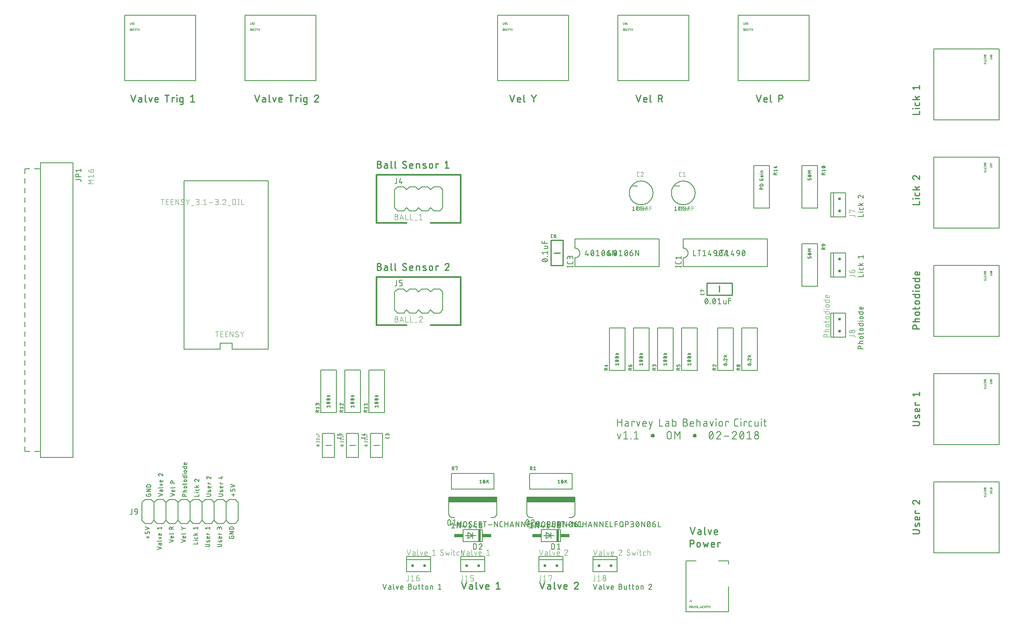
<source format=gto>
G04 EAGLE Gerber X2 export*
%TF.Part,Single*%
%TF.FileFunction,Other,Top Silkscreen*%
%TF.FilePolarity,Positive*%
%TF.GenerationSoftware,Autodesk,EAGLE,8.6.3*%
%TF.CreationDate,2018-06-13T18:23:43Z*%
G75*
%MOMM*%
%FSLAX34Y34*%
%LPD*%
%AMOC8*
5,1,8,0,0,1.08239X$1,22.5*%
G01*
%ADD10C,0.304800*%
%ADD11C,0.279400*%
%ADD12C,0.203200*%
%ADD13C,0.152400*%
%ADD14C,0.127000*%
%ADD15C,0.101600*%
%ADD16C,0.177800*%
%ADD17C,0.025400*%
%ADD18R,0.508000X0.508000*%
%ADD19R,10.160000X1.016000*%
%ADD20R,0.508000X2.540000*%
%ADD21R,1.905000X0.762000*%
%ADD22C,0.076200*%
%ADD23C,0.050800*%
%ADD24C,0.254000*%


D10*
X711200Y914400D02*
X889000Y914400D01*
X889000Y812800D01*
X825500Y812800D01*
X711200Y812800D02*
X711200Y914400D01*
X711200Y812800D02*
X774700Y812800D01*
X711200Y698500D02*
X889000Y698500D01*
X889000Y596900D01*
X825500Y596900D01*
X711200Y596900D02*
X711200Y698500D01*
X711200Y596900D02*
X774700Y596900D01*
D11*
X196892Y1068197D02*
X191897Y1083183D01*
X201888Y1083183D02*
X196892Y1068197D01*
X210955Y1074025D02*
X214701Y1074025D01*
X210955Y1074025D02*
X210849Y1074023D01*
X210742Y1074017D01*
X210636Y1074008D01*
X210531Y1073994D01*
X210426Y1073977D01*
X210321Y1073955D01*
X210218Y1073930D01*
X210115Y1073901D01*
X210014Y1073869D01*
X209914Y1073833D01*
X209815Y1073793D01*
X209718Y1073749D01*
X209623Y1073703D01*
X209529Y1073652D01*
X209437Y1073598D01*
X209347Y1073541D01*
X209259Y1073481D01*
X209174Y1073417D01*
X209091Y1073351D01*
X209010Y1073281D01*
X208932Y1073209D01*
X208857Y1073134D01*
X208785Y1073056D01*
X208715Y1072975D01*
X208649Y1072892D01*
X208585Y1072807D01*
X208525Y1072719D01*
X208468Y1072629D01*
X208414Y1072537D01*
X208363Y1072443D01*
X208317Y1072348D01*
X208273Y1072251D01*
X208233Y1072152D01*
X208197Y1072052D01*
X208165Y1071951D01*
X208136Y1071848D01*
X208111Y1071745D01*
X208089Y1071640D01*
X208072Y1071535D01*
X208058Y1071430D01*
X208049Y1071324D01*
X208043Y1071217D01*
X208041Y1071111D01*
X208043Y1071005D01*
X208049Y1070898D01*
X208058Y1070792D01*
X208072Y1070687D01*
X208089Y1070582D01*
X208111Y1070477D01*
X208136Y1070374D01*
X208165Y1070271D01*
X208197Y1070170D01*
X208233Y1070070D01*
X208273Y1069971D01*
X208317Y1069874D01*
X208363Y1069779D01*
X208414Y1069685D01*
X208468Y1069593D01*
X208525Y1069503D01*
X208585Y1069415D01*
X208649Y1069330D01*
X208715Y1069247D01*
X208785Y1069166D01*
X208857Y1069088D01*
X208932Y1069013D01*
X209010Y1068941D01*
X209091Y1068871D01*
X209174Y1068805D01*
X209259Y1068741D01*
X209347Y1068681D01*
X209437Y1068624D01*
X209529Y1068570D01*
X209623Y1068519D01*
X209718Y1068473D01*
X209815Y1068429D01*
X209914Y1068389D01*
X210014Y1068353D01*
X210115Y1068321D01*
X210218Y1068292D01*
X210321Y1068267D01*
X210426Y1068245D01*
X210531Y1068228D01*
X210636Y1068214D01*
X210742Y1068205D01*
X210849Y1068199D01*
X210955Y1068197D01*
X214701Y1068197D01*
X214701Y1075690D01*
X214702Y1075690D02*
X214700Y1075788D01*
X214694Y1075886D01*
X214685Y1075984D01*
X214671Y1076081D01*
X214654Y1076177D01*
X214633Y1076273D01*
X214608Y1076368D01*
X214580Y1076462D01*
X214548Y1076555D01*
X214512Y1076646D01*
X214473Y1076736D01*
X214430Y1076824D01*
X214383Y1076911D01*
X214334Y1076995D01*
X214281Y1077078D01*
X214225Y1077158D01*
X214166Y1077237D01*
X214103Y1077312D01*
X214038Y1077386D01*
X213970Y1077456D01*
X213900Y1077524D01*
X213826Y1077590D01*
X213750Y1077652D01*
X213672Y1077711D01*
X213592Y1077767D01*
X213509Y1077820D01*
X213425Y1077870D01*
X213338Y1077916D01*
X213250Y1077959D01*
X213160Y1077998D01*
X213069Y1078034D01*
X212976Y1078066D01*
X212882Y1078094D01*
X212787Y1078119D01*
X212691Y1078140D01*
X212595Y1078157D01*
X212498Y1078171D01*
X212400Y1078180D01*
X212302Y1078186D01*
X212204Y1078188D01*
X208873Y1078188D01*
X222312Y1083183D02*
X222312Y1070695D01*
X222314Y1070597D01*
X222320Y1070499D01*
X222329Y1070401D01*
X222343Y1070304D01*
X222360Y1070208D01*
X222381Y1070112D01*
X222406Y1070017D01*
X222434Y1069923D01*
X222466Y1069830D01*
X222502Y1069739D01*
X222541Y1069649D01*
X222584Y1069561D01*
X222631Y1069474D01*
X222680Y1069390D01*
X222733Y1069307D01*
X222789Y1069227D01*
X222848Y1069149D01*
X222911Y1069073D01*
X222976Y1068999D01*
X223044Y1068929D01*
X223114Y1068861D01*
X223188Y1068796D01*
X223264Y1068733D01*
X223342Y1068674D01*
X223422Y1068618D01*
X223505Y1068565D01*
X223589Y1068516D01*
X223676Y1068469D01*
X223764Y1068426D01*
X223854Y1068387D01*
X223945Y1068351D01*
X224038Y1068319D01*
X224132Y1068291D01*
X224227Y1068266D01*
X224323Y1068245D01*
X224419Y1068228D01*
X224516Y1068214D01*
X224614Y1068205D01*
X224712Y1068199D01*
X224810Y1068197D01*
X233365Y1068197D02*
X230035Y1078188D01*
X236695Y1078188D02*
X233365Y1068197D01*
X245559Y1068197D02*
X249721Y1068197D01*
X245559Y1068197D02*
X245461Y1068199D01*
X245363Y1068205D01*
X245265Y1068214D01*
X245168Y1068228D01*
X245072Y1068245D01*
X244976Y1068266D01*
X244881Y1068291D01*
X244787Y1068319D01*
X244694Y1068351D01*
X244603Y1068387D01*
X244513Y1068426D01*
X244425Y1068469D01*
X244338Y1068516D01*
X244254Y1068565D01*
X244171Y1068618D01*
X244091Y1068674D01*
X244013Y1068733D01*
X243937Y1068796D01*
X243863Y1068861D01*
X243793Y1068929D01*
X243725Y1068999D01*
X243660Y1069073D01*
X243597Y1069149D01*
X243538Y1069227D01*
X243482Y1069307D01*
X243429Y1069390D01*
X243380Y1069474D01*
X243333Y1069561D01*
X243290Y1069649D01*
X243251Y1069739D01*
X243215Y1069830D01*
X243183Y1069923D01*
X243155Y1070017D01*
X243130Y1070112D01*
X243109Y1070208D01*
X243092Y1070304D01*
X243078Y1070401D01*
X243069Y1070499D01*
X243063Y1070597D01*
X243061Y1070695D01*
X243061Y1074857D01*
X243063Y1074971D01*
X243069Y1075084D01*
X243078Y1075198D01*
X243092Y1075310D01*
X243109Y1075423D01*
X243131Y1075535D01*
X243156Y1075645D01*
X243184Y1075755D01*
X243217Y1075864D01*
X243253Y1075972D01*
X243293Y1076079D01*
X243337Y1076184D01*
X243384Y1076287D01*
X243434Y1076389D01*
X243488Y1076489D01*
X243546Y1076587D01*
X243607Y1076683D01*
X243670Y1076777D01*
X243738Y1076869D01*
X243808Y1076959D01*
X243881Y1077045D01*
X243957Y1077130D01*
X244036Y1077212D01*
X244118Y1077291D01*
X244203Y1077367D01*
X244289Y1077440D01*
X244379Y1077510D01*
X244471Y1077578D01*
X244565Y1077641D01*
X244661Y1077702D01*
X244759Y1077760D01*
X244859Y1077814D01*
X244961Y1077864D01*
X245064Y1077911D01*
X245169Y1077955D01*
X245276Y1077995D01*
X245384Y1078031D01*
X245493Y1078064D01*
X245603Y1078092D01*
X245713Y1078117D01*
X245825Y1078139D01*
X245938Y1078156D01*
X246050Y1078170D01*
X246164Y1078179D01*
X246277Y1078185D01*
X246391Y1078187D01*
X246505Y1078185D01*
X246618Y1078179D01*
X246732Y1078170D01*
X246844Y1078156D01*
X246957Y1078139D01*
X247069Y1078117D01*
X247179Y1078092D01*
X247289Y1078064D01*
X247398Y1078031D01*
X247506Y1077995D01*
X247613Y1077955D01*
X247718Y1077911D01*
X247821Y1077864D01*
X247923Y1077814D01*
X248023Y1077760D01*
X248121Y1077702D01*
X248217Y1077641D01*
X248311Y1077578D01*
X248403Y1077510D01*
X248493Y1077440D01*
X248579Y1077367D01*
X248664Y1077291D01*
X248746Y1077212D01*
X248825Y1077130D01*
X248901Y1077045D01*
X248974Y1076959D01*
X249044Y1076869D01*
X249112Y1076777D01*
X249175Y1076683D01*
X249236Y1076587D01*
X249294Y1076489D01*
X249348Y1076389D01*
X249398Y1076287D01*
X249445Y1076184D01*
X249489Y1076079D01*
X249529Y1075972D01*
X249565Y1075864D01*
X249598Y1075755D01*
X249626Y1075645D01*
X249651Y1075535D01*
X249673Y1075423D01*
X249690Y1075310D01*
X249704Y1075198D01*
X249713Y1075084D01*
X249719Y1074971D01*
X249721Y1074857D01*
X249721Y1073192D01*
X243061Y1073192D01*
X268275Y1068197D02*
X268275Y1083183D01*
X264112Y1083183D02*
X272438Y1083183D01*
X279141Y1078188D02*
X279141Y1068197D01*
X279141Y1078188D02*
X284136Y1078188D01*
X284136Y1076523D01*
X289117Y1078188D02*
X289117Y1068197D01*
X288700Y1082350D02*
X288700Y1083183D01*
X289533Y1083183D01*
X289533Y1082350D01*
X288700Y1082350D01*
X298073Y1068197D02*
X302236Y1068197D01*
X298073Y1068197D02*
X297975Y1068199D01*
X297877Y1068205D01*
X297779Y1068214D01*
X297682Y1068228D01*
X297586Y1068245D01*
X297490Y1068266D01*
X297395Y1068291D01*
X297301Y1068319D01*
X297208Y1068351D01*
X297117Y1068387D01*
X297027Y1068426D01*
X296939Y1068469D01*
X296852Y1068516D01*
X296768Y1068565D01*
X296685Y1068618D01*
X296605Y1068674D01*
X296527Y1068733D01*
X296451Y1068796D01*
X296377Y1068861D01*
X296307Y1068929D01*
X296239Y1068999D01*
X296174Y1069073D01*
X296111Y1069149D01*
X296052Y1069227D01*
X295996Y1069307D01*
X295943Y1069390D01*
X295894Y1069474D01*
X295847Y1069561D01*
X295804Y1069649D01*
X295765Y1069739D01*
X295729Y1069830D01*
X295697Y1069923D01*
X295669Y1070017D01*
X295644Y1070112D01*
X295623Y1070208D01*
X295606Y1070304D01*
X295592Y1070401D01*
X295583Y1070499D01*
X295577Y1070597D01*
X295575Y1070695D01*
X295576Y1070695D02*
X295576Y1075690D01*
X295575Y1075690D02*
X295577Y1075788D01*
X295583Y1075886D01*
X295592Y1075984D01*
X295606Y1076081D01*
X295623Y1076177D01*
X295644Y1076273D01*
X295669Y1076368D01*
X295697Y1076462D01*
X295729Y1076555D01*
X295765Y1076646D01*
X295804Y1076736D01*
X295847Y1076824D01*
X295894Y1076911D01*
X295943Y1076995D01*
X295996Y1077078D01*
X296052Y1077158D01*
X296111Y1077237D01*
X296174Y1077312D01*
X296239Y1077386D01*
X296307Y1077456D01*
X296377Y1077524D01*
X296451Y1077590D01*
X296527Y1077652D01*
X296605Y1077711D01*
X296685Y1077767D01*
X296768Y1077820D01*
X296852Y1077870D01*
X296939Y1077916D01*
X297027Y1077959D01*
X297117Y1077998D01*
X297208Y1078034D01*
X297301Y1078066D01*
X297395Y1078094D01*
X297490Y1078119D01*
X297586Y1078140D01*
X297682Y1078157D01*
X297779Y1078171D01*
X297877Y1078180D01*
X297975Y1078186D01*
X298073Y1078188D01*
X302236Y1078188D01*
X302236Y1065699D01*
X302234Y1065601D01*
X302228Y1065503D01*
X302219Y1065405D01*
X302205Y1065308D01*
X302188Y1065212D01*
X302167Y1065116D01*
X302142Y1065021D01*
X302114Y1064927D01*
X302082Y1064834D01*
X302046Y1064743D01*
X302007Y1064653D01*
X301964Y1064565D01*
X301917Y1064478D01*
X301868Y1064394D01*
X301815Y1064311D01*
X301759Y1064231D01*
X301700Y1064152D01*
X301637Y1064077D01*
X301572Y1064003D01*
X301504Y1063933D01*
X301434Y1063865D01*
X301360Y1063799D01*
X301284Y1063737D01*
X301206Y1063678D01*
X301126Y1063622D01*
X301043Y1063569D01*
X300959Y1063519D01*
X300872Y1063473D01*
X300784Y1063430D01*
X300694Y1063391D01*
X300603Y1063355D01*
X300510Y1063323D01*
X300416Y1063295D01*
X300321Y1063270D01*
X300225Y1063249D01*
X300129Y1063232D01*
X300032Y1063218D01*
X299934Y1063209D01*
X299836Y1063203D01*
X299738Y1063201D01*
X299738Y1063202D02*
X296408Y1063202D01*
X318300Y1079853D02*
X322463Y1083183D01*
X322463Y1068197D01*
X318300Y1068197D02*
X326626Y1068197D01*
X453517Y1083183D02*
X458512Y1068197D01*
X463508Y1083183D01*
X472575Y1074025D02*
X476321Y1074025D01*
X472575Y1074025D02*
X472469Y1074023D01*
X472362Y1074017D01*
X472256Y1074008D01*
X472151Y1073994D01*
X472046Y1073977D01*
X471941Y1073955D01*
X471838Y1073930D01*
X471735Y1073901D01*
X471634Y1073869D01*
X471534Y1073833D01*
X471435Y1073793D01*
X471338Y1073749D01*
X471243Y1073703D01*
X471149Y1073652D01*
X471057Y1073598D01*
X470967Y1073541D01*
X470879Y1073481D01*
X470794Y1073417D01*
X470711Y1073351D01*
X470630Y1073281D01*
X470552Y1073209D01*
X470477Y1073134D01*
X470405Y1073056D01*
X470335Y1072975D01*
X470269Y1072892D01*
X470205Y1072807D01*
X470145Y1072719D01*
X470088Y1072629D01*
X470034Y1072537D01*
X469983Y1072443D01*
X469937Y1072348D01*
X469893Y1072251D01*
X469853Y1072152D01*
X469817Y1072052D01*
X469785Y1071951D01*
X469756Y1071848D01*
X469731Y1071745D01*
X469709Y1071640D01*
X469692Y1071535D01*
X469678Y1071430D01*
X469669Y1071324D01*
X469663Y1071217D01*
X469661Y1071111D01*
X469663Y1071005D01*
X469669Y1070898D01*
X469678Y1070792D01*
X469692Y1070687D01*
X469709Y1070582D01*
X469731Y1070477D01*
X469756Y1070374D01*
X469785Y1070271D01*
X469817Y1070170D01*
X469853Y1070070D01*
X469893Y1069971D01*
X469937Y1069874D01*
X469983Y1069779D01*
X470034Y1069685D01*
X470088Y1069593D01*
X470145Y1069503D01*
X470205Y1069415D01*
X470269Y1069330D01*
X470335Y1069247D01*
X470405Y1069166D01*
X470477Y1069088D01*
X470552Y1069013D01*
X470630Y1068941D01*
X470711Y1068871D01*
X470794Y1068805D01*
X470879Y1068741D01*
X470967Y1068681D01*
X471057Y1068624D01*
X471149Y1068570D01*
X471243Y1068519D01*
X471338Y1068473D01*
X471435Y1068429D01*
X471534Y1068389D01*
X471634Y1068353D01*
X471735Y1068321D01*
X471838Y1068292D01*
X471941Y1068267D01*
X472046Y1068245D01*
X472151Y1068228D01*
X472256Y1068214D01*
X472362Y1068205D01*
X472469Y1068199D01*
X472575Y1068197D01*
X476321Y1068197D01*
X476321Y1075690D01*
X476322Y1075690D02*
X476320Y1075788D01*
X476314Y1075886D01*
X476305Y1075984D01*
X476291Y1076081D01*
X476274Y1076177D01*
X476253Y1076273D01*
X476228Y1076368D01*
X476200Y1076462D01*
X476168Y1076555D01*
X476132Y1076646D01*
X476093Y1076736D01*
X476050Y1076824D01*
X476003Y1076911D01*
X475954Y1076995D01*
X475901Y1077078D01*
X475845Y1077158D01*
X475786Y1077237D01*
X475723Y1077312D01*
X475658Y1077386D01*
X475590Y1077456D01*
X475520Y1077524D01*
X475446Y1077590D01*
X475370Y1077652D01*
X475292Y1077711D01*
X475212Y1077767D01*
X475129Y1077820D01*
X475045Y1077870D01*
X474958Y1077916D01*
X474870Y1077959D01*
X474780Y1077998D01*
X474689Y1078034D01*
X474596Y1078066D01*
X474502Y1078094D01*
X474407Y1078119D01*
X474311Y1078140D01*
X474215Y1078157D01*
X474118Y1078171D01*
X474020Y1078180D01*
X473922Y1078186D01*
X473824Y1078188D01*
X470493Y1078188D01*
X483932Y1083183D02*
X483932Y1070695D01*
X483934Y1070597D01*
X483940Y1070499D01*
X483949Y1070401D01*
X483963Y1070304D01*
X483980Y1070208D01*
X484001Y1070112D01*
X484026Y1070017D01*
X484054Y1069923D01*
X484086Y1069830D01*
X484122Y1069739D01*
X484161Y1069649D01*
X484204Y1069561D01*
X484251Y1069474D01*
X484300Y1069390D01*
X484353Y1069307D01*
X484409Y1069227D01*
X484468Y1069149D01*
X484531Y1069073D01*
X484596Y1068999D01*
X484664Y1068929D01*
X484734Y1068861D01*
X484808Y1068796D01*
X484884Y1068733D01*
X484962Y1068674D01*
X485042Y1068618D01*
X485125Y1068565D01*
X485209Y1068516D01*
X485296Y1068469D01*
X485384Y1068426D01*
X485474Y1068387D01*
X485565Y1068351D01*
X485658Y1068319D01*
X485752Y1068291D01*
X485847Y1068266D01*
X485943Y1068245D01*
X486039Y1068228D01*
X486136Y1068214D01*
X486234Y1068205D01*
X486332Y1068199D01*
X486430Y1068197D01*
X494985Y1068197D02*
X491655Y1078188D01*
X498315Y1078188D02*
X494985Y1068197D01*
X507179Y1068197D02*
X511341Y1068197D01*
X507179Y1068197D02*
X507081Y1068199D01*
X506983Y1068205D01*
X506885Y1068214D01*
X506788Y1068228D01*
X506692Y1068245D01*
X506596Y1068266D01*
X506501Y1068291D01*
X506407Y1068319D01*
X506314Y1068351D01*
X506223Y1068387D01*
X506133Y1068426D01*
X506045Y1068469D01*
X505958Y1068516D01*
X505874Y1068565D01*
X505791Y1068618D01*
X505711Y1068674D01*
X505633Y1068733D01*
X505557Y1068796D01*
X505483Y1068861D01*
X505413Y1068929D01*
X505345Y1068999D01*
X505280Y1069073D01*
X505217Y1069149D01*
X505158Y1069227D01*
X505102Y1069307D01*
X505049Y1069390D01*
X505000Y1069474D01*
X504953Y1069561D01*
X504910Y1069649D01*
X504871Y1069739D01*
X504835Y1069830D01*
X504803Y1069923D01*
X504775Y1070017D01*
X504750Y1070112D01*
X504729Y1070208D01*
X504712Y1070304D01*
X504698Y1070401D01*
X504689Y1070499D01*
X504683Y1070597D01*
X504681Y1070695D01*
X504681Y1074857D01*
X504683Y1074971D01*
X504689Y1075084D01*
X504698Y1075198D01*
X504712Y1075310D01*
X504729Y1075423D01*
X504751Y1075535D01*
X504776Y1075645D01*
X504804Y1075755D01*
X504837Y1075864D01*
X504873Y1075972D01*
X504913Y1076079D01*
X504957Y1076184D01*
X505004Y1076287D01*
X505054Y1076389D01*
X505108Y1076489D01*
X505166Y1076587D01*
X505227Y1076683D01*
X505290Y1076777D01*
X505358Y1076869D01*
X505428Y1076959D01*
X505501Y1077045D01*
X505577Y1077130D01*
X505656Y1077212D01*
X505738Y1077291D01*
X505823Y1077367D01*
X505909Y1077440D01*
X505999Y1077510D01*
X506091Y1077578D01*
X506185Y1077641D01*
X506281Y1077702D01*
X506379Y1077760D01*
X506479Y1077814D01*
X506581Y1077864D01*
X506684Y1077911D01*
X506789Y1077955D01*
X506896Y1077995D01*
X507004Y1078031D01*
X507113Y1078064D01*
X507223Y1078092D01*
X507333Y1078117D01*
X507445Y1078139D01*
X507558Y1078156D01*
X507670Y1078170D01*
X507784Y1078179D01*
X507897Y1078185D01*
X508011Y1078187D01*
X508125Y1078185D01*
X508238Y1078179D01*
X508352Y1078170D01*
X508464Y1078156D01*
X508577Y1078139D01*
X508689Y1078117D01*
X508799Y1078092D01*
X508909Y1078064D01*
X509018Y1078031D01*
X509126Y1077995D01*
X509233Y1077955D01*
X509338Y1077911D01*
X509441Y1077864D01*
X509543Y1077814D01*
X509643Y1077760D01*
X509741Y1077702D01*
X509837Y1077641D01*
X509931Y1077578D01*
X510023Y1077510D01*
X510113Y1077440D01*
X510199Y1077367D01*
X510284Y1077291D01*
X510366Y1077212D01*
X510445Y1077130D01*
X510521Y1077045D01*
X510594Y1076959D01*
X510664Y1076869D01*
X510732Y1076777D01*
X510795Y1076683D01*
X510856Y1076587D01*
X510914Y1076489D01*
X510968Y1076389D01*
X511018Y1076287D01*
X511065Y1076184D01*
X511109Y1076079D01*
X511149Y1075972D01*
X511185Y1075864D01*
X511218Y1075755D01*
X511246Y1075645D01*
X511271Y1075535D01*
X511293Y1075423D01*
X511310Y1075310D01*
X511324Y1075198D01*
X511333Y1075084D01*
X511339Y1074971D01*
X511341Y1074857D01*
X511341Y1073192D01*
X504681Y1073192D01*
X529895Y1068197D02*
X529895Y1083183D01*
X525732Y1083183D02*
X534058Y1083183D01*
X540761Y1078188D02*
X540761Y1068197D01*
X540761Y1078188D02*
X545756Y1078188D01*
X545756Y1076523D01*
X550737Y1078188D02*
X550737Y1068197D01*
X550320Y1082350D02*
X550320Y1083183D01*
X551153Y1083183D01*
X551153Y1082350D01*
X550320Y1082350D01*
X559693Y1068197D02*
X563856Y1068197D01*
X559693Y1068197D02*
X559595Y1068199D01*
X559497Y1068205D01*
X559399Y1068214D01*
X559302Y1068228D01*
X559206Y1068245D01*
X559110Y1068266D01*
X559015Y1068291D01*
X558921Y1068319D01*
X558828Y1068351D01*
X558737Y1068387D01*
X558647Y1068426D01*
X558559Y1068469D01*
X558472Y1068516D01*
X558388Y1068565D01*
X558305Y1068618D01*
X558225Y1068674D01*
X558147Y1068733D01*
X558071Y1068796D01*
X557997Y1068861D01*
X557927Y1068929D01*
X557859Y1068999D01*
X557794Y1069073D01*
X557731Y1069149D01*
X557672Y1069227D01*
X557616Y1069307D01*
X557563Y1069390D01*
X557514Y1069474D01*
X557467Y1069561D01*
X557424Y1069649D01*
X557385Y1069739D01*
X557349Y1069830D01*
X557317Y1069923D01*
X557289Y1070017D01*
X557264Y1070112D01*
X557243Y1070208D01*
X557226Y1070304D01*
X557212Y1070401D01*
X557203Y1070499D01*
X557197Y1070597D01*
X557195Y1070695D01*
X557196Y1070695D02*
X557196Y1075690D01*
X557195Y1075690D02*
X557197Y1075788D01*
X557203Y1075886D01*
X557212Y1075984D01*
X557226Y1076081D01*
X557243Y1076177D01*
X557264Y1076273D01*
X557289Y1076368D01*
X557317Y1076462D01*
X557349Y1076555D01*
X557385Y1076646D01*
X557424Y1076736D01*
X557467Y1076824D01*
X557514Y1076911D01*
X557563Y1076995D01*
X557616Y1077078D01*
X557672Y1077158D01*
X557731Y1077237D01*
X557794Y1077312D01*
X557859Y1077386D01*
X557927Y1077456D01*
X557997Y1077524D01*
X558071Y1077590D01*
X558147Y1077652D01*
X558225Y1077711D01*
X558305Y1077767D01*
X558388Y1077820D01*
X558472Y1077870D01*
X558559Y1077916D01*
X558647Y1077959D01*
X558737Y1077998D01*
X558828Y1078034D01*
X558921Y1078066D01*
X559015Y1078094D01*
X559110Y1078119D01*
X559206Y1078140D01*
X559302Y1078157D01*
X559399Y1078171D01*
X559497Y1078180D01*
X559595Y1078186D01*
X559693Y1078188D01*
X563856Y1078188D01*
X563856Y1065699D01*
X563854Y1065601D01*
X563848Y1065503D01*
X563839Y1065405D01*
X563825Y1065308D01*
X563808Y1065212D01*
X563787Y1065116D01*
X563762Y1065021D01*
X563734Y1064927D01*
X563702Y1064834D01*
X563666Y1064743D01*
X563627Y1064653D01*
X563584Y1064565D01*
X563537Y1064478D01*
X563488Y1064394D01*
X563435Y1064311D01*
X563379Y1064231D01*
X563320Y1064152D01*
X563257Y1064077D01*
X563192Y1064003D01*
X563124Y1063933D01*
X563054Y1063865D01*
X562980Y1063799D01*
X562904Y1063737D01*
X562826Y1063678D01*
X562746Y1063622D01*
X562663Y1063569D01*
X562579Y1063519D01*
X562492Y1063473D01*
X562404Y1063430D01*
X562314Y1063391D01*
X562223Y1063355D01*
X562130Y1063323D01*
X562036Y1063295D01*
X561941Y1063270D01*
X561845Y1063249D01*
X561749Y1063232D01*
X561652Y1063218D01*
X561554Y1063209D01*
X561456Y1063203D01*
X561358Y1063201D01*
X561358Y1063202D02*
X558028Y1063202D01*
X584499Y1083184D02*
X584619Y1083182D01*
X584739Y1083176D01*
X584859Y1083167D01*
X584978Y1083153D01*
X585097Y1083136D01*
X585215Y1083115D01*
X585333Y1083090D01*
X585449Y1083061D01*
X585565Y1083029D01*
X585680Y1082993D01*
X585793Y1082953D01*
X585905Y1082910D01*
X586016Y1082863D01*
X586125Y1082813D01*
X586232Y1082759D01*
X586338Y1082702D01*
X586441Y1082641D01*
X586543Y1082577D01*
X586643Y1082510D01*
X586740Y1082440D01*
X586835Y1082367D01*
X586928Y1082290D01*
X587018Y1082211D01*
X587106Y1082129D01*
X587191Y1082044D01*
X587273Y1081956D01*
X587352Y1081866D01*
X587429Y1081773D01*
X587502Y1081678D01*
X587572Y1081581D01*
X587639Y1081481D01*
X587703Y1081379D01*
X587764Y1081276D01*
X587821Y1081170D01*
X587875Y1081063D01*
X587925Y1080954D01*
X587972Y1080843D01*
X588015Y1080731D01*
X588055Y1080618D01*
X588091Y1080503D01*
X588123Y1080387D01*
X588152Y1080271D01*
X588177Y1080153D01*
X588198Y1080035D01*
X588215Y1079916D01*
X588229Y1079797D01*
X588238Y1079677D01*
X588244Y1079557D01*
X588246Y1079437D01*
X584499Y1083183D02*
X584361Y1083181D01*
X584224Y1083175D01*
X584087Y1083165D01*
X583950Y1083152D01*
X583814Y1083134D01*
X583678Y1083112D01*
X583542Y1083087D01*
X583408Y1083058D01*
X583275Y1083025D01*
X583142Y1082988D01*
X583011Y1082947D01*
X582880Y1082903D01*
X582752Y1082855D01*
X582624Y1082803D01*
X582498Y1082747D01*
X582374Y1082688D01*
X582251Y1082626D01*
X582131Y1082560D01*
X582012Y1082491D01*
X581895Y1082418D01*
X581781Y1082342D01*
X581668Y1082262D01*
X581558Y1082180D01*
X581450Y1082094D01*
X581345Y1082006D01*
X581243Y1081914D01*
X581143Y1081820D01*
X581045Y1081722D01*
X580951Y1081622D01*
X580860Y1081519D01*
X580771Y1081414D01*
X580686Y1081306D01*
X580603Y1081196D01*
X580524Y1081084D01*
X580448Y1080969D01*
X580375Y1080852D01*
X580306Y1080733D01*
X580240Y1080613D01*
X580178Y1080490D01*
X580119Y1080366D01*
X580064Y1080240D01*
X580012Y1080112D01*
X579964Y1079983D01*
X579920Y1079853D01*
X586997Y1076523D02*
X587087Y1076611D01*
X587173Y1076702D01*
X587257Y1076795D01*
X587338Y1076891D01*
X587416Y1076989D01*
X587490Y1077089D01*
X587562Y1077192D01*
X587630Y1077297D01*
X587695Y1077405D01*
X587757Y1077514D01*
X587815Y1077625D01*
X587870Y1077738D01*
X587921Y1077852D01*
X587968Y1077968D01*
X588012Y1078085D01*
X588052Y1078204D01*
X588089Y1078324D01*
X588122Y1078445D01*
X588151Y1078567D01*
X588176Y1078689D01*
X588197Y1078813D01*
X588215Y1078937D01*
X588228Y1079062D01*
X588238Y1079187D01*
X588244Y1079312D01*
X588246Y1079437D01*
X586997Y1076523D02*
X579920Y1068197D01*
X588246Y1068197D01*
X991997Y1083183D02*
X996992Y1068197D01*
X1001988Y1083183D01*
X1010749Y1068197D02*
X1014912Y1068197D01*
X1010749Y1068197D02*
X1010651Y1068199D01*
X1010553Y1068205D01*
X1010455Y1068214D01*
X1010358Y1068228D01*
X1010262Y1068245D01*
X1010166Y1068266D01*
X1010071Y1068291D01*
X1009977Y1068319D01*
X1009884Y1068351D01*
X1009793Y1068387D01*
X1009703Y1068426D01*
X1009615Y1068469D01*
X1009528Y1068516D01*
X1009444Y1068565D01*
X1009361Y1068618D01*
X1009281Y1068674D01*
X1009203Y1068733D01*
X1009127Y1068796D01*
X1009053Y1068861D01*
X1008983Y1068929D01*
X1008915Y1068999D01*
X1008850Y1069073D01*
X1008787Y1069149D01*
X1008728Y1069227D01*
X1008672Y1069307D01*
X1008619Y1069390D01*
X1008570Y1069474D01*
X1008523Y1069561D01*
X1008480Y1069649D01*
X1008441Y1069739D01*
X1008405Y1069830D01*
X1008373Y1069923D01*
X1008345Y1070017D01*
X1008320Y1070112D01*
X1008299Y1070208D01*
X1008282Y1070304D01*
X1008268Y1070401D01*
X1008259Y1070499D01*
X1008253Y1070597D01*
X1008251Y1070695D01*
X1008251Y1074857D01*
X1008253Y1074971D01*
X1008259Y1075084D01*
X1008268Y1075198D01*
X1008282Y1075310D01*
X1008299Y1075423D01*
X1008321Y1075535D01*
X1008346Y1075645D01*
X1008374Y1075755D01*
X1008407Y1075864D01*
X1008443Y1075972D01*
X1008483Y1076079D01*
X1008527Y1076184D01*
X1008574Y1076287D01*
X1008624Y1076389D01*
X1008678Y1076489D01*
X1008736Y1076587D01*
X1008797Y1076683D01*
X1008860Y1076777D01*
X1008928Y1076869D01*
X1008998Y1076959D01*
X1009071Y1077045D01*
X1009147Y1077130D01*
X1009226Y1077212D01*
X1009308Y1077291D01*
X1009393Y1077367D01*
X1009479Y1077440D01*
X1009569Y1077510D01*
X1009661Y1077578D01*
X1009755Y1077641D01*
X1009851Y1077702D01*
X1009949Y1077760D01*
X1010049Y1077814D01*
X1010151Y1077864D01*
X1010254Y1077911D01*
X1010359Y1077955D01*
X1010466Y1077995D01*
X1010574Y1078031D01*
X1010683Y1078064D01*
X1010793Y1078092D01*
X1010903Y1078117D01*
X1011015Y1078139D01*
X1011128Y1078156D01*
X1011240Y1078170D01*
X1011354Y1078179D01*
X1011467Y1078185D01*
X1011581Y1078187D01*
X1011695Y1078185D01*
X1011808Y1078179D01*
X1011922Y1078170D01*
X1012034Y1078156D01*
X1012147Y1078139D01*
X1012259Y1078117D01*
X1012369Y1078092D01*
X1012479Y1078064D01*
X1012588Y1078031D01*
X1012696Y1077995D01*
X1012803Y1077955D01*
X1012908Y1077911D01*
X1013011Y1077864D01*
X1013113Y1077814D01*
X1013213Y1077760D01*
X1013311Y1077702D01*
X1013407Y1077641D01*
X1013501Y1077578D01*
X1013593Y1077510D01*
X1013683Y1077440D01*
X1013769Y1077367D01*
X1013854Y1077291D01*
X1013936Y1077212D01*
X1014015Y1077130D01*
X1014091Y1077045D01*
X1014164Y1076959D01*
X1014234Y1076869D01*
X1014302Y1076777D01*
X1014365Y1076683D01*
X1014426Y1076587D01*
X1014484Y1076489D01*
X1014538Y1076389D01*
X1014588Y1076287D01*
X1014635Y1076184D01*
X1014679Y1076079D01*
X1014719Y1075972D01*
X1014755Y1075864D01*
X1014788Y1075755D01*
X1014816Y1075645D01*
X1014841Y1075535D01*
X1014863Y1075423D01*
X1014880Y1075310D01*
X1014894Y1075198D01*
X1014903Y1075084D01*
X1014909Y1074971D01*
X1014911Y1074857D01*
X1014912Y1074857D02*
X1014912Y1073192D01*
X1008251Y1073192D01*
X1021891Y1070695D02*
X1021891Y1083183D01*
X1021891Y1070695D02*
X1021893Y1070597D01*
X1021899Y1070499D01*
X1021908Y1070401D01*
X1021922Y1070304D01*
X1021939Y1070208D01*
X1021960Y1070112D01*
X1021985Y1070017D01*
X1022013Y1069923D01*
X1022045Y1069830D01*
X1022081Y1069739D01*
X1022120Y1069649D01*
X1022163Y1069561D01*
X1022210Y1069474D01*
X1022259Y1069390D01*
X1022312Y1069307D01*
X1022368Y1069227D01*
X1022427Y1069149D01*
X1022490Y1069073D01*
X1022555Y1068999D01*
X1022623Y1068929D01*
X1022693Y1068861D01*
X1022767Y1068796D01*
X1022843Y1068733D01*
X1022921Y1068674D01*
X1023001Y1068618D01*
X1023084Y1068565D01*
X1023168Y1068516D01*
X1023255Y1068469D01*
X1023343Y1068426D01*
X1023433Y1068387D01*
X1023524Y1068351D01*
X1023617Y1068319D01*
X1023711Y1068291D01*
X1023806Y1068266D01*
X1023902Y1068245D01*
X1023998Y1068228D01*
X1024095Y1068214D01*
X1024193Y1068205D01*
X1024291Y1068199D01*
X1024389Y1068197D01*
X1042844Y1076106D02*
X1037849Y1083183D01*
X1042844Y1076106D02*
X1047839Y1083183D01*
X1042844Y1076106D02*
X1042844Y1068197D01*
X1258697Y1083183D02*
X1263692Y1068197D01*
X1268688Y1083183D01*
X1277449Y1068197D02*
X1281612Y1068197D01*
X1277449Y1068197D02*
X1277351Y1068199D01*
X1277253Y1068205D01*
X1277155Y1068214D01*
X1277058Y1068228D01*
X1276962Y1068245D01*
X1276866Y1068266D01*
X1276771Y1068291D01*
X1276677Y1068319D01*
X1276584Y1068351D01*
X1276493Y1068387D01*
X1276403Y1068426D01*
X1276315Y1068469D01*
X1276228Y1068516D01*
X1276144Y1068565D01*
X1276061Y1068618D01*
X1275981Y1068674D01*
X1275903Y1068733D01*
X1275827Y1068796D01*
X1275753Y1068861D01*
X1275683Y1068929D01*
X1275615Y1068999D01*
X1275550Y1069073D01*
X1275487Y1069149D01*
X1275428Y1069227D01*
X1275372Y1069307D01*
X1275319Y1069390D01*
X1275270Y1069474D01*
X1275223Y1069561D01*
X1275180Y1069649D01*
X1275141Y1069739D01*
X1275105Y1069830D01*
X1275073Y1069923D01*
X1275045Y1070017D01*
X1275020Y1070112D01*
X1274999Y1070208D01*
X1274982Y1070304D01*
X1274968Y1070401D01*
X1274959Y1070499D01*
X1274953Y1070597D01*
X1274951Y1070695D01*
X1274951Y1074857D01*
X1274953Y1074971D01*
X1274959Y1075084D01*
X1274968Y1075198D01*
X1274982Y1075310D01*
X1274999Y1075423D01*
X1275021Y1075535D01*
X1275046Y1075645D01*
X1275074Y1075755D01*
X1275107Y1075864D01*
X1275143Y1075972D01*
X1275183Y1076079D01*
X1275227Y1076184D01*
X1275274Y1076287D01*
X1275324Y1076389D01*
X1275378Y1076489D01*
X1275436Y1076587D01*
X1275497Y1076683D01*
X1275560Y1076777D01*
X1275628Y1076869D01*
X1275698Y1076959D01*
X1275771Y1077045D01*
X1275847Y1077130D01*
X1275926Y1077212D01*
X1276008Y1077291D01*
X1276093Y1077367D01*
X1276179Y1077440D01*
X1276269Y1077510D01*
X1276361Y1077578D01*
X1276455Y1077641D01*
X1276551Y1077702D01*
X1276649Y1077760D01*
X1276749Y1077814D01*
X1276851Y1077864D01*
X1276954Y1077911D01*
X1277059Y1077955D01*
X1277166Y1077995D01*
X1277274Y1078031D01*
X1277383Y1078064D01*
X1277493Y1078092D01*
X1277603Y1078117D01*
X1277715Y1078139D01*
X1277828Y1078156D01*
X1277940Y1078170D01*
X1278054Y1078179D01*
X1278167Y1078185D01*
X1278281Y1078187D01*
X1278395Y1078185D01*
X1278508Y1078179D01*
X1278622Y1078170D01*
X1278734Y1078156D01*
X1278847Y1078139D01*
X1278959Y1078117D01*
X1279069Y1078092D01*
X1279179Y1078064D01*
X1279288Y1078031D01*
X1279396Y1077995D01*
X1279503Y1077955D01*
X1279608Y1077911D01*
X1279711Y1077864D01*
X1279813Y1077814D01*
X1279913Y1077760D01*
X1280011Y1077702D01*
X1280107Y1077641D01*
X1280201Y1077578D01*
X1280293Y1077510D01*
X1280383Y1077440D01*
X1280469Y1077367D01*
X1280554Y1077291D01*
X1280636Y1077212D01*
X1280715Y1077130D01*
X1280791Y1077045D01*
X1280864Y1076959D01*
X1280934Y1076869D01*
X1281002Y1076777D01*
X1281065Y1076683D01*
X1281126Y1076587D01*
X1281184Y1076489D01*
X1281238Y1076389D01*
X1281288Y1076287D01*
X1281335Y1076184D01*
X1281379Y1076079D01*
X1281419Y1075972D01*
X1281455Y1075864D01*
X1281488Y1075755D01*
X1281516Y1075645D01*
X1281541Y1075535D01*
X1281563Y1075423D01*
X1281580Y1075310D01*
X1281594Y1075198D01*
X1281603Y1075084D01*
X1281609Y1074971D01*
X1281611Y1074857D01*
X1281612Y1074857D02*
X1281612Y1073192D01*
X1274951Y1073192D01*
X1288591Y1070695D02*
X1288591Y1083183D01*
X1288591Y1070695D02*
X1288593Y1070597D01*
X1288599Y1070499D01*
X1288608Y1070401D01*
X1288622Y1070304D01*
X1288639Y1070208D01*
X1288660Y1070112D01*
X1288685Y1070017D01*
X1288713Y1069923D01*
X1288745Y1069830D01*
X1288781Y1069739D01*
X1288820Y1069649D01*
X1288863Y1069561D01*
X1288910Y1069474D01*
X1288959Y1069390D01*
X1289012Y1069307D01*
X1289068Y1069227D01*
X1289127Y1069149D01*
X1289190Y1069073D01*
X1289255Y1068999D01*
X1289323Y1068929D01*
X1289393Y1068861D01*
X1289467Y1068796D01*
X1289543Y1068733D01*
X1289621Y1068674D01*
X1289701Y1068618D01*
X1289784Y1068565D01*
X1289868Y1068516D01*
X1289955Y1068469D01*
X1290043Y1068426D01*
X1290133Y1068387D01*
X1290224Y1068351D01*
X1290317Y1068319D01*
X1290411Y1068291D01*
X1290506Y1068266D01*
X1290602Y1068245D01*
X1290698Y1068228D01*
X1290795Y1068214D01*
X1290893Y1068205D01*
X1290991Y1068199D01*
X1291089Y1068197D01*
X1306040Y1068197D02*
X1306040Y1083183D01*
X1310203Y1083183D01*
X1310331Y1083181D01*
X1310459Y1083175D01*
X1310587Y1083165D01*
X1310715Y1083151D01*
X1310842Y1083134D01*
X1310968Y1083112D01*
X1311094Y1083087D01*
X1311218Y1083057D01*
X1311342Y1083024D01*
X1311465Y1082987D01*
X1311587Y1082946D01*
X1311707Y1082902D01*
X1311826Y1082854D01*
X1311943Y1082802D01*
X1312059Y1082747D01*
X1312172Y1082688D01*
X1312285Y1082625D01*
X1312395Y1082559D01*
X1312502Y1082490D01*
X1312608Y1082418D01*
X1312712Y1082342D01*
X1312813Y1082263D01*
X1312912Y1082181D01*
X1313008Y1082096D01*
X1313101Y1082009D01*
X1313192Y1081918D01*
X1313279Y1081825D01*
X1313364Y1081729D01*
X1313446Y1081630D01*
X1313525Y1081529D01*
X1313601Y1081425D01*
X1313673Y1081319D01*
X1313742Y1081212D01*
X1313808Y1081102D01*
X1313871Y1080989D01*
X1313930Y1080876D01*
X1313985Y1080760D01*
X1314037Y1080643D01*
X1314085Y1080524D01*
X1314129Y1080404D01*
X1314170Y1080282D01*
X1314207Y1080159D01*
X1314240Y1080035D01*
X1314270Y1079911D01*
X1314295Y1079785D01*
X1314317Y1079659D01*
X1314334Y1079532D01*
X1314348Y1079404D01*
X1314358Y1079276D01*
X1314364Y1079148D01*
X1314366Y1079020D01*
X1314364Y1078892D01*
X1314358Y1078764D01*
X1314348Y1078636D01*
X1314334Y1078508D01*
X1314317Y1078381D01*
X1314295Y1078255D01*
X1314270Y1078129D01*
X1314240Y1078005D01*
X1314207Y1077881D01*
X1314170Y1077758D01*
X1314129Y1077636D01*
X1314085Y1077516D01*
X1314037Y1077397D01*
X1313985Y1077280D01*
X1313930Y1077164D01*
X1313871Y1077051D01*
X1313808Y1076939D01*
X1313742Y1076828D01*
X1313673Y1076721D01*
X1313601Y1076615D01*
X1313525Y1076511D01*
X1313446Y1076410D01*
X1313364Y1076311D01*
X1313279Y1076215D01*
X1313192Y1076122D01*
X1313101Y1076031D01*
X1313008Y1075944D01*
X1312912Y1075859D01*
X1312813Y1075777D01*
X1312712Y1075698D01*
X1312608Y1075622D01*
X1312502Y1075550D01*
X1312395Y1075481D01*
X1312285Y1075415D01*
X1312172Y1075352D01*
X1312059Y1075293D01*
X1311943Y1075238D01*
X1311826Y1075186D01*
X1311707Y1075138D01*
X1311587Y1075094D01*
X1311465Y1075053D01*
X1311342Y1075016D01*
X1311218Y1074983D01*
X1311094Y1074953D01*
X1310968Y1074928D01*
X1310842Y1074906D01*
X1310715Y1074889D01*
X1310587Y1074875D01*
X1310459Y1074865D01*
X1310331Y1074859D01*
X1310203Y1074857D01*
X1306040Y1074857D01*
X1311036Y1074857D02*
X1314366Y1068197D01*
X1512697Y1083183D02*
X1517692Y1068197D01*
X1522688Y1083183D01*
X1531449Y1068197D02*
X1535612Y1068197D01*
X1531449Y1068197D02*
X1531351Y1068199D01*
X1531253Y1068205D01*
X1531155Y1068214D01*
X1531058Y1068228D01*
X1530962Y1068245D01*
X1530866Y1068266D01*
X1530771Y1068291D01*
X1530677Y1068319D01*
X1530584Y1068351D01*
X1530493Y1068387D01*
X1530403Y1068426D01*
X1530315Y1068469D01*
X1530228Y1068516D01*
X1530144Y1068565D01*
X1530061Y1068618D01*
X1529981Y1068674D01*
X1529903Y1068733D01*
X1529827Y1068796D01*
X1529753Y1068861D01*
X1529683Y1068929D01*
X1529615Y1068999D01*
X1529550Y1069073D01*
X1529487Y1069149D01*
X1529428Y1069227D01*
X1529372Y1069307D01*
X1529319Y1069390D01*
X1529270Y1069474D01*
X1529223Y1069561D01*
X1529180Y1069649D01*
X1529141Y1069739D01*
X1529105Y1069830D01*
X1529073Y1069923D01*
X1529045Y1070017D01*
X1529020Y1070112D01*
X1528999Y1070208D01*
X1528982Y1070304D01*
X1528968Y1070401D01*
X1528959Y1070499D01*
X1528953Y1070597D01*
X1528951Y1070695D01*
X1528951Y1074857D01*
X1528953Y1074971D01*
X1528959Y1075084D01*
X1528968Y1075198D01*
X1528982Y1075310D01*
X1528999Y1075423D01*
X1529021Y1075535D01*
X1529046Y1075645D01*
X1529074Y1075755D01*
X1529107Y1075864D01*
X1529143Y1075972D01*
X1529183Y1076079D01*
X1529227Y1076184D01*
X1529274Y1076287D01*
X1529324Y1076389D01*
X1529378Y1076489D01*
X1529436Y1076587D01*
X1529497Y1076683D01*
X1529560Y1076777D01*
X1529628Y1076869D01*
X1529698Y1076959D01*
X1529771Y1077045D01*
X1529847Y1077130D01*
X1529926Y1077212D01*
X1530008Y1077291D01*
X1530093Y1077367D01*
X1530179Y1077440D01*
X1530269Y1077510D01*
X1530361Y1077578D01*
X1530455Y1077641D01*
X1530551Y1077702D01*
X1530649Y1077760D01*
X1530749Y1077814D01*
X1530851Y1077864D01*
X1530954Y1077911D01*
X1531059Y1077955D01*
X1531166Y1077995D01*
X1531274Y1078031D01*
X1531383Y1078064D01*
X1531493Y1078092D01*
X1531603Y1078117D01*
X1531715Y1078139D01*
X1531828Y1078156D01*
X1531940Y1078170D01*
X1532054Y1078179D01*
X1532167Y1078185D01*
X1532281Y1078187D01*
X1532395Y1078185D01*
X1532508Y1078179D01*
X1532622Y1078170D01*
X1532734Y1078156D01*
X1532847Y1078139D01*
X1532959Y1078117D01*
X1533069Y1078092D01*
X1533179Y1078064D01*
X1533288Y1078031D01*
X1533396Y1077995D01*
X1533503Y1077955D01*
X1533608Y1077911D01*
X1533711Y1077864D01*
X1533813Y1077814D01*
X1533913Y1077760D01*
X1534011Y1077702D01*
X1534107Y1077641D01*
X1534201Y1077578D01*
X1534293Y1077510D01*
X1534383Y1077440D01*
X1534469Y1077367D01*
X1534554Y1077291D01*
X1534636Y1077212D01*
X1534715Y1077130D01*
X1534791Y1077045D01*
X1534864Y1076959D01*
X1534934Y1076869D01*
X1535002Y1076777D01*
X1535065Y1076683D01*
X1535126Y1076587D01*
X1535184Y1076489D01*
X1535238Y1076389D01*
X1535288Y1076287D01*
X1535335Y1076184D01*
X1535379Y1076079D01*
X1535419Y1075972D01*
X1535455Y1075864D01*
X1535488Y1075755D01*
X1535516Y1075645D01*
X1535541Y1075535D01*
X1535563Y1075423D01*
X1535580Y1075310D01*
X1535594Y1075198D01*
X1535603Y1075084D01*
X1535609Y1074971D01*
X1535611Y1074857D01*
X1535612Y1074857D02*
X1535612Y1073192D01*
X1528951Y1073192D01*
X1542591Y1070695D02*
X1542591Y1083183D01*
X1542591Y1070695D02*
X1542593Y1070597D01*
X1542599Y1070499D01*
X1542608Y1070401D01*
X1542622Y1070304D01*
X1542639Y1070208D01*
X1542660Y1070112D01*
X1542685Y1070017D01*
X1542713Y1069923D01*
X1542745Y1069830D01*
X1542781Y1069739D01*
X1542820Y1069649D01*
X1542863Y1069561D01*
X1542910Y1069474D01*
X1542959Y1069390D01*
X1543012Y1069307D01*
X1543068Y1069227D01*
X1543127Y1069149D01*
X1543190Y1069073D01*
X1543255Y1068999D01*
X1543323Y1068929D01*
X1543393Y1068861D01*
X1543467Y1068796D01*
X1543543Y1068733D01*
X1543621Y1068674D01*
X1543701Y1068618D01*
X1543784Y1068565D01*
X1543868Y1068516D01*
X1543955Y1068469D01*
X1544043Y1068426D01*
X1544133Y1068387D01*
X1544224Y1068351D01*
X1544317Y1068319D01*
X1544411Y1068291D01*
X1544506Y1068266D01*
X1544602Y1068245D01*
X1544698Y1068228D01*
X1544795Y1068214D01*
X1544893Y1068205D01*
X1544991Y1068199D01*
X1545089Y1068197D01*
X1560220Y1068197D02*
X1560220Y1083183D01*
X1564383Y1083183D01*
X1564511Y1083181D01*
X1564639Y1083175D01*
X1564767Y1083165D01*
X1564895Y1083151D01*
X1565022Y1083134D01*
X1565148Y1083112D01*
X1565274Y1083087D01*
X1565398Y1083057D01*
X1565522Y1083024D01*
X1565645Y1082987D01*
X1565767Y1082946D01*
X1565887Y1082902D01*
X1566006Y1082854D01*
X1566123Y1082802D01*
X1566239Y1082747D01*
X1566352Y1082688D01*
X1566465Y1082625D01*
X1566575Y1082559D01*
X1566682Y1082490D01*
X1566788Y1082418D01*
X1566892Y1082342D01*
X1566993Y1082263D01*
X1567092Y1082181D01*
X1567188Y1082096D01*
X1567281Y1082009D01*
X1567372Y1081918D01*
X1567459Y1081825D01*
X1567544Y1081729D01*
X1567626Y1081630D01*
X1567705Y1081529D01*
X1567781Y1081425D01*
X1567853Y1081319D01*
X1567922Y1081212D01*
X1567988Y1081102D01*
X1568051Y1080989D01*
X1568110Y1080876D01*
X1568165Y1080760D01*
X1568217Y1080643D01*
X1568265Y1080524D01*
X1568309Y1080404D01*
X1568350Y1080282D01*
X1568387Y1080159D01*
X1568420Y1080035D01*
X1568450Y1079911D01*
X1568475Y1079785D01*
X1568497Y1079659D01*
X1568514Y1079532D01*
X1568528Y1079404D01*
X1568538Y1079276D01*
X1568544Y1079148D01*
X1568546Y1079020D01*
X1568544Y1078892D01*
X1568538Y1078764D01*
X1568528Y1078636D01*
X1568514Y1078508D01*
X1568497Y1078381D01*
X1568475Y1078255D01*
X1568450Y1078129D01*
X1568420Y1078005D01*
X1568387Y1077881D01*
X1568350Y1077758D01*
X1568309Y1077636D01*
X1568265Y1077516D01*
X1568217Y1077397D01*
X1568165Y1077280D01*
X1568110Y1077164D01*
X1568051Y1077051D01*
X1567988Y1076939D01*
X1567922Y1076828D01*
X1567853Y1076721D01*
X1567781Y1076615D01*
X1567705Y1076511D01*
X1567626Y1076410D01*
X1567544Y1076311D01*
X1567459Y1076215D01*
X1567372Y1076122D01*
X1567281Y1076031D01*
X1567188Y1075944D01*
X1567092Y1075859D01*
X1566993Y1075777D01*
X1566892Y1075698D01*
X1566788Y1075622D01*
X1566682Y1075550D01*
X1566575Y1075481D01*
X1566465Y1075415D01*
X1566352Y1075352D01*
X1566239Y1075293D01*
X1566123Y1075238D01*
X1566006Y1075186D01*
X1565887Y1075138D01*
X1565767Y1075094D01*
X1565645Y1075053D01*
X1565522Y1075016D01*
X1565398Y1074983D01*
X1565274Y1074953D01*
X1565148Y1074928D01*
X1565022Y1074906D01*
X1564895Y1074889D01*
X1564767Y1074875D01*
X1564639Y1074865D01*
X1564511Y1074859D01*
X1564383Y1074857D01*
X1560220Y1074857D01*
X1842897Y1042076D02*
X1857883Y1042076D01*
X1857883Y1048737D01*
X1857883Y1054531D02*
X1847892Y1054531D01*
X1843730Y1054114D02*
X1842897Y1054114D01*
X1842897Y1054947D01*
X1843730Y1054947D01*
X1843730Y1054114D01*
X1857883Y1063624D02*
X1857883Y1066955D01*
X1857883Y1063624D02*
X1857881Y1063526D01*
X1857875Y1063428D01*
X1857866Y1063330D01*
X1857852Y1063233D01*
X1857835Y1063137D01*
X1857814Y1063041D01*
X1857789Y1062946D01*
X1857761Y1062852D01*
X1857729Y1062759D01*
X1857693Y1062668D01*
X1857654Y1062578D01*
X1857611Y1062490D01*
X1857564Y1062403D01*
X1857515Y1062319D01*
X1857462Y1062236D01*
X1857406Y1062156D01*
X1857347Y1062078D01*
X1857285Y1062002D01*
X1857219Y1061928D01*
X1857151Y1061858D01*
X1857081Y1061790D01*
X1857007Y1061725D01*
X1856932Y1061662D01*
X1856853Y1061603D01*
X1856773Y1061547D01*
X1856690Y1061494D01*
X1856606Y1061445D01*
X1856519Y1061398D01*
X1856431Y1061355D01*
X1856341Y1061316D01*
X1856250Y1061280D01*
X1856157Y1061248D01*
X1856063Y1061220D01*
X1855968Y1061195D01*
X1855872Y1061174D01*
X1855776Y1061157D01*
X1855679Y1061143D01*
X1855581Y1061134D01*
X1855483Y1061128D01*
X1855385Y1061126D01*
X1855385Y1061127D02*
X1850390Y1061127D01*
X1850390Y1061126D02*
X1850292Y1061128D01*
X1850194Y1061134D01*
X1850096Y1061143D01*
X1849999Y1061157D01*
X1849903Y1061174D01*
X1849807Y1061195D01*
X1849712Y1061220D01*
X1849618Y1061248D01*
X1849525Y1061280D01*
X1849434Y1061316D01*
X1849344Y1061355D01*
X1849256Y1061398D01*
X1849169Y1061445D01*
X1849085Y1061494D01*
X1849002Y1061547D01*
X1848922Y1061603D01*
X1848844Y1061662D01*
X1848768Y1061725D01*
X1848694Y1061790D01*
X1848624Y1061858D01*
X1848556Y1061928D01*
X1848491Y1062002D01*
X1848428Y1062078D01*
X1848369Y1062156D01*
X1848313Y1062236D01*
X1848260Y1062319D01*
X1848211Y1062403D01*
X1848164Y1062490D01*
X1848121Y1062578D01*
X1848082Y1062668D01*
X1848046Y1062759D01*
X1848014Y1062852D01*
X1847986Y1062946D01*
X1847961Y1063041D01*
X1847940Y1063137D01*
X1847923Y1063233D01*
X1847909Y1063330D01*
X1847900Y1063428D01*
X1847894Y1063526D01*
X1847892Y1063624D01*
X1847892Y1066955D01*
X1842897Y1073860D02*
X1857883Y1073860D01*
X1852888Y1073860D02*
X1847892Y1080520D01*
X1850806Y1076774D02*
X1857883Y1080520D01*
X1846227Y1095177D02*
X1842897Y1099340D01*
X1857883Y1099340D01*
X1857883Y1095177D02*
X1857883Y1103503D01*
X1857883Y851576D02*
X1842897Y851576D01*
X1857883Y851576D02*
X1857883Y858237D01*
X1857883Y864031D02*
X1847892Y864031D01*
X1843730Y863614D02*
X1842897Y863614D01*
X1842897Y864447D01*
X1843730Y864447D01*
X1843730Y863614D01*
X1857883Y873124D02*
X1857883Y876455D01*
X1857883Y873124D02*
X1857881Y873026D01*
X1857875Y872928D01*
X1857866Y872830D01*
X1857852Y872733D01*
X1857835Y872637D01*
X1857814Y872541D01*
X1857789Y872446D01*
X1857761Y872352D01*
X1857729Y872259D01*
X1857693Y872168D01*
X1857654Y872078D01*
X1857611Y871990D01*
X1857564Y871903D01*
X1857515Y871819D01*
X1857462Y871736D01*
X1857406Y871656D01*
X1857347Y871578D01*
X1857285Y871502D01*
X1857219Y871428D01*
X1857151Y871358D01*
X1857081Y871290D01*
X1857007Y871225D01*
X1856932Y871162D01*
X1856853Y871103D01*
X1856773Y871047D01*
X1856690Y870994D01*
X1856606Y870945D01*
X1856519Y870898D01*
X1856431Y870855D01*
X1856341Y870816D01*
X1856250Y870780D01*
X1856157Y870748D01*
X1856063Y870720D01*
X1855968Y870695D01*
X1855872Y870674D01*
X1855776Y870657D01*
X1855679Y870643D01*
X1855581Y870634D01*
X1855483Y870628D01*
X1855385Y870626D01*
X1855385Y870627D02*
X1850390Y870627D01*
X1850390Y870626D02*
X1850292Y870628D01*
X1850194Y870634D01*
X1850096Y870643D01*
X1849999Y870657D01*
X1849903Y870674D01*
X1849807Y870695D01*
X1849712Y870720D01*
X1849618Y870748D01*
X1849525Y870780D01*
X1849434Y870816D01*
X1849344Y870855D01*
X1849256Y870898D01*
X1849169Y870945D01*
X1849085Y870994D01*
X1849002Y871047D01*
X1848922Y871103D01*
X1848844Y871162D01*
X1848768Y871225D01*
X1848694Y871290D01*
X1848624Y871358D01*
X1848556Y871428D01*
X1848491Y871502D01*
X1848428Y871578D01*
X1848369Y871656D01*
X1848313Y871736D01*
X1848260Y871819D01*
X1848211Y871903D01*
X1848164Y871990D01*
X1848121Y872078D01*
X1848082Y872168D01*
X1848046Y872259D01*
X1848014Y872352D01*
X1847986Y872446D01*
X1847961Y872541D01*
X1847940Y872637D01*
X1847923Y872733D01*
X1847909Y872830D01*
X1847900Y872928D01*
X1847894Y873026D01*
X1847892Y873124D01*
X1847892Y876455D01*
X1842897Y883360D02*
X1857883Y883360D01*
X1852888Y883360D02*
X1847892Y890020D01*
X1850806Y886274D02*
X1857883Y890020D01*
X1842897Y909257D02*
X1842899Y909377D01*
X1842905Y909497D01*
X1842914Y909617D01*
X1842928Y909736D01*
X1842945Y909855D01*
X1842966Y909973D01*
X1842991Y910091D01*
X1843020Y910207D01*
X1843052Y910323D01*
X1843088Y910438D01*
X1843128Y910551D01*
X1843171Y910663D01*
X1843218Y910774D01*
X1843268Y910883D01*
X1843322Y910990D01*
X1843379Y911096D01*
X1843440Y911199D01*
X1843504Y911301D01*
X1843571Y911401D01*
X1843641Y911498D01*
X1843714Y911593D01*
X1843791Y911686D01*
X1843870Y911776D01*
X1843952Y911864D01*
X1844037Y911949D01*
X1844125Y912031D01*
X1844215Y912110D01*
X1844308Y912187D01*
X1844403Y912260D01*
X1844500Y912330D01*
X1844600Y912397D01*
X1844702Y912461D01*
X1844805Y912522D01*
X1844911Y912579D01*
X1845018Y912633D01*
X1845127Y912683D01*
X1845238Y912730D01*
X1845350Y912773D01*
X1845463Y912813D01*
X1845578Y912849D01*
X1845694Y912881D01*
X1845810Y912910D01*
X1845928Y912935D01*
X1846046Y912956D01*
X1846165Y912973D01*
X1846284Y912987D01*
X1846404Y912996D01*
X1846524Y913002D01*
X1846644Y913004D01*
X1842897Y909257D02*
X1842899Y909119D01*
X1842905Y908982D01*
X1842915Y908845D01*
X1842928Y908708D01*
X1842946Y908572D01*
X1842968Y908436D01*
X1842993Y908300D01*
X1843022Y908166D01*
X1843055Y908033D01*
X1843092Y907900D01*
X1843133Y907769D01*
X1843177Y907638D01*
X1843225Y907510D01*
X1843277Y907382D01*
X1843333Y907256D01*
X1843392Y907132D01*
X1843454Y907009D01*
X1843520Y906889D01*
X1843589Y906770D01*
X1843662Y906653D01*
X1843738Y906539D01*
X1843818Y906426D01*
X1843900Y906316D01*
X1843986Y906208D01*
X1844074Y906103D01*
X1844166Y906001D01*
X1844260Y905901D01*
X1844358Y905803D01*
X1844458Y905709D01*
X1844561Y905618D01*
X1844666Y905529D01*
X1844774Y905444D01*
X1844884Y905361D01*
X1844996Y905282D01*
X1845111Y905206D01*
X1845228Y905133D01*
X1845347Y905064D01*
X1845467Y904998D01*
X1845590Y904936D01*
X1845714Y904877D01*
X1845840Y904822D01*
X1845968Y904770D01*
X1846097Y904722D01*
X1846227Y904678D01*
X1849558Y911754D02*
X1849470Y911844D01*
X1849379Y911930D01*
X1849286Y912014D01*
X1849190Y912095D01*
X1849092Y912173D01*
X1848992Y912247D01*
X1848889Y912319D01*
X1848784Y912387D01*
X1848676Y912452D01*
X1848567Y912514D01*
X1848456Y912572D01*
X1848344Y912626D01*
X1848229Y912678D01*
X1848113Y912725D01*
X1847996Y912769D01*
X1847877Y912809D01*
X1847757Y912846D01*
X1847636Y912879D01*
X1847514Y912908D01*
X1847392Y912933D01*
X1847268Y912954D01*
X1847144Y912972D01*
X1847019Y912985D01*
X1846894Y912995D01*
X1846769Y913001D01*
X1846644Y913003D01*
X1849557Y911754D02*
X1857883Y904677D01*
X1857883Y913003D01*
X1857883Y589041D02*
X1842897Y589041D01*
X1842897Y593204D01*
X1842899Y593332D01*
X1842905Y593460D01*
X1842915Y593588D01*
X1842929Y593716D01*
X1842946Y593843D01*
X1842968Y593969D01*
X1842993Y594095D01*
X1843023Y594219D01*
X1843056Y594343D01*
X1843093Y594466D01*
X1843134Y594588D01*
X1843178Y594708D01*
X1843226Y594827D01*
X1843278Y594944D01*
X1843333Y595060D01*
X1843392Y595173D01*
X1843455Y595286D01*
X1843521Y595396D01*
X1843590Y595503D01*
X1843662Y595609D01*
X1843738Y595713D01*
X1843817Y595814D01*
X1843899Y595913D01*
X1843984Y596009D01*
X1844071Y596102D01*
X1844162Y596193D01*
X1844255Y596280D01*
X1844351Y596365D01*
X1844450Y596447D01*
X1844551Y596526D01*
X1844655Y596602D01*
X1844761Y596674D01*
X1844868Y596743D01*
X1844979Y596809D01*
X1845091Y596872D01*
X1845204Y596931D01*
X1845320Y596986D01*
X1845437Y597038D01*
X1845556Y597086D01*
X1845676Y597130D01*
X1845798Y597171D01*
X1845921Y597208D01*
X1846045Y597241D01*
X1846169Y597271D01*
X1846295Y597296D01*
X1846421Y597318D01*
X1846548Y597335D01*
X1846676Y597349D01*
X1846804Y597359D01*
X1846932Y597365D01*
X1847060Y597367D01*
X1847188Y597365D01*
X1847316Y597359D01*
X1847444Y597349D01*
X1847572Y597335D01*
X1847699Y597318D01*
X1847825Y597296D01*
X1847951Y597271D01*
X1848075Y597241D01*
X1848199Y597208D01*
X1848322Y597171D01*
X1848444Y597130D01*
X1848564Y597086D01*
X1848683Y597038D01*
X1848800Y596986D01*
X1848916Y596931D01*
X1849029Y596872D01*
X1849142Y596809D01*
X1849252Y596743D01*
X1849359Y596674D01*
X1849465Y596602D01*
X1849569Y596526D01*
X1849670Y596447D01*
X1849769Y596365D01*
X1849865Y596280D01*
X1849958Y596193D01*
X1850049Y596102D01*
X1850136Y596009D01*
X1850221Y595913D01*
X1850303Y595814D01*
X1850382Y595713D01*
X1850458Y595609D01*
X1850530Y595503D01*
X1850599Y595396D01*
X1850665Y595286D01*
X1850728Y595173D01*
X1850787Y595060D01*
X1850842Y594944D01*
X1850894Y594827D01*
X1850942Y594708D01*
X1850986Y594588D01*
X1851027Y594466D01*
X1851064Y594343D01*
X1851097Y594219D01*
X1851127Y594095D01*
X1851152Y593969D01*
X1851174Y593843D01*
X1851191Y593716D01*
X1851205Y593588D01*
X1851215Y593460D01*
X1851221Y593332D01*
X1851223Y593204D01*
X1851223Y589041D01*
X1857883Y604145D02*
X1842897Y604145D01*
X1847892Y604145D02*
X1847892Y608308D01*
X1847894Y608406D01*
X1847900Y608504D01*
X1847909Y608602D01*
X1847923Y608699D01*
X1847940Y608795D01*
X1847961Y608891D01*
X1847986Y608986D01*
X1848014Y609080D01*
X1848046Y609173D01*
X1848082Y609264D01*
X1848121Y609354D01*
X1848164Y609442D01*
X1848211Y609529D01*
X1848260Y609613D01*
X1848313Y609696D01*
X1848369Y609776D01*
X1848428Y609854D01*
X1848490Y609930D01*
X1848556Y610004D01*
X1848624Y610074D01*
X1848694Y610142D01*
X1848768Y610207D01*
X1848843Y610270D01*
X1848922Y610329D01*
X1849002Y610385D01*
X1849085Y610438D01*
X1849169Y610487D01*
X1849256Y610534D01*
X1849344Y610577D01*
X1849434Y610616D01*
X1849525Y610652D01*
X1849618Y610684D01*
X1849712Y610712D01*
X1849807Y610737D01*
X1849903Y610758D01*
X1849999Y610775D01*
X1850096Y610789D01*
X1850194Y610798D01*
X1850292Y610804D01*
X1850390Y610806D01*
X1850390Y610805D02*
X1857883Y610805D01*
X1854553Y618213D02*
X1851223Y618213D01*
X1851109Y618215D01*
X1850996Y618221D01*
X1850882Y618230D01*
X1850770Y618244D01*
X1850657Y618261D01*
X1850545Y618283D01*
X1850435Y618308D01*
X1850325Y618336D01*
X1850216Y618369D01*
X1850108Y618405D01*
X1850001Y618445D01*
X1849896Y618489D01*
X1849793Y618536D01*
X1849691Y618586D01*
X1849591Y618640D01*
X1849493Y618698D01*
X1849397Y618759D01*
X1849303Y618822D01*
X1849211Y618890D01*
X1849121Y618960D01*
X1849035Y619033D01*
X1848950Y619109D01*
X1848868Y619188D01*
X1848789Y619270D01*
X1848713Y619355D01*
X1848640Y619441D01*
X1848570Y619531D01*
X1848502Y619623D01*
X1848439Y619717D01*
X1848378Y619813D01*
X1848320Y619911D01*
X1848266Y620011D01*
X1848216Y620113D01*
X1848169Y620216D01*
X1848125Y620321D01*
X1848085Y620428D01*
X1848049Y620536D01*
X1848016Y620645D01*
X1847988Y620755D01*
X1847963Y620865D01*
X1847941Y620977D01*
X1847924Y621090D01*
X1847910Y621202D01*
X1847901Y621316D01*
X1847895Y621429D01*
X1847893Y621543D01*
X1847895Y621657D01*
X1847901Y621770D01*
X1847910Y621884D01*
X1847924Y621996D01*
X1847941Y622109D01*
X1847963Y622221D01*
X1847988Y622331D01*
X1848016Y622441D01*
X1848049Y622550D01*
X1848085Y622658D01*
X1848125Y622765D01*
X1848169Y622870D01*
X1848216Y622973D01*
X1848266Y623075D01*
X1848320Y623175D01*
X1848378Y623273D01*
X1848439Y623369D01*
X1848502Y623463D01*
X1848570Y623555D01*
X1848640Y623645D01*
X1848713Y623731D01*
X1848789Y623816D01*
X1848868Y623898D01*
X1848950Y623977D01*
X1849035Y624053D01*
X1849121Y624126D01*
X1849211Y624196D01*
X1849303Y624264D01*
X1849397Y624327D01*
X1849493Y624388D01*
X1849591Y624446D01*
X1849691Y624500D01*
X1849793Y624550D01*
X1849896Y624597D01*
X1850001Y624641D01*
X1850108Y624681D01*
X1850216Y624717D01*
X1850325Y624750D01*
X1850435Y624778D01*
X1850545Y624803D01*
X1850657Y624825D01*
X1850770Y624842D01*
X1850882Y624856D01*
X1850996Y624865D01*
X1851109Y624871D01*
X1851223Y624873D01*
X1854553Y624873D01*
X1854667Y624871D01*
X1854780Y624865D01*
X1854894Y624856D01*
X1855006Y624842D01*
X1855119Y624825D01*
X1855231Y624803D01*
X1855341Y624778D01*
X1855451Y624750D01*
X1855560Y624717D01*
X1855668Y624681D01*
X1855775Y624641D01*
X1855880Y624597D01*
X1855983Y624550D01*
X1856085Y624500D01*
X1856185Y624446D01*
X1856283Y624388D01*
X1856379Y624327D01*
X1856473Y624264D01*
X1856565Y624196D01*
X1856655Y624126D01*
X1856741Y624053D01*
X1856826Y623977D01*
X1856908Y623898D01*
X1856987Y623816D01*
X1857063Y623731D01*
X1857136Y623645D01*
X1857206Y623555D01*
X1857274Y623463D01*
X1857337Y623369D01*
X1857398Y623273D01*
X1857456Y623175D01*
X1857510Y623075D01*
X1857560Y622973D01*
X1857607Y622870D01*
X1857651Y622765D01*
X1857691Y622658D01*
X1857727Y622550D01*
X1857760Y622441D01*
X1857788Y622331D01*
X1857813Y622221D01*
X1857835Y622109D01*
X1857852Y621996D01*
X1857866Y621884D01*
X1857875Y621770D01*
X1857881Y621657D01*
X1857883Y621543D01*
X1857881Y621429D01*
X1857875Y621316D01*
X1857866Y621202D01*
X1857852Y621090D01*
X1857835Y620977D01*
X1857813Y620865D01*
X1857788Y620755D01*
X1857760Y620645D01*
X1857727Y620536D01*
X1857691Y620428D01*
X1857651Y620321D01*
X1857607Y620216D01*
X1857560Y620113D01*
X1857510Y620011D01*
X1857456Y619911D01*
X1857398Y619813D01*
X1857337Y619717D01*
X1857274Y619623D01*
X1857206Y619531D01*
X1857136Y619441D01*
X1857063Y619355D01*
X1856987Y619270D01*
X1856908Y619188D01*
X1856826Y619109D01*
X1856741Y619033D01*
X1856655Y618960D01*
X1856565Y618890D01*
X1856473Y618822D01*
X1856379Y618759D01*
X1856283Y618698D01*
X1856185Y618640D01*
X1856085Y618586D01*
X1855983Y618536D01*
X1855880Y618489D01*
X1855775Y618445D01*
X1855668Y618405D01*
X1855560Y618369D01*
X1855451Y618336D01*
X1855341Y618308D01*
X1855231Y618283D01*
X1855119Y618261D01*
X1855006Y618244D01*
X1854894Y618230D01*
X1854780Y618221D01*
X1854667Y618215D01*
X1854553Y618213D01*
X1847892Y630333D02*
X1847892Y635329D01*
X1842897Y631998D02*
X1855385Y631998D01*
X1855483Y632000D01*
X1855581Y632006D01*
X1855679Y632015D01*
X1855776Y632029D01*
X1855872Y632046D01*
X1855968Y632067D01*
X1856063Y632092D01*
X1856157Y632120D01*
X1856250Y632152D01*
X1856341Y632188D01*
X1856431Y632227D01*
X1856519Y632270D01*
X1856606Y632317D01*
X1856690Y632366D01*
X1856773Y632419D01*
X1856853Y632475D01*
X1856932Y632534D01*
X1857007Y632597D01*
X1857081Y632662D01*
X1857151Y632730D01*
X1857219Y632800D01*
X1857285Y632874D01*
X1857347Y632950D01*
X1857406Y633028D01*
X1857462Y633108D01*
X1857515Y633191D01*
X1857565Y633275D01*
X1857611Y633362D01*
X1857654Y633450D01*
X1857693Y633540D01*
X1857729Y633631D01*
X1857761Y633724D01*
X1857789Y633818D01*
X1857814Y633913D01*
X1857835Y634009D01*
X1857852Y634105D01*
X1857866Y634202D01*
X1857875Y634300D01*
X1857881Y634398D01*
X1857883Y634496D01*
X1857883Y635329D01*
X1854553Y641660D02*
X1851223Y641660D01*
X1851109Y641662D01*
X1850996Y641668D01*
X1850882Y641677D01*
X1850770Y641691D01*
X1850657Y641708D01*
X1850545Y641730D01*
X1850435Y641755D01*
X1850325Y641783D01*
X1850216Y641816D01*
X1850108Y641852D01*
X1850001Y641892D01*
X1849896Y641936D01*
X1849793Y641983D01*
X1849691Y642033D01*
X1849591Y642087D01*
X1849493Y642145D01*
X1849397Y642206D01*
X1849303Y642269D01*
X1849211Y642337D01*
X1849121Y642407D01*
X1849035Y642480D01*
X1848950Y642556D01*
X1848868Y642635D01*
X1848789Y642717D01*
X1848713Y642802D01*
X1848640Y642888D01*
X1848570Y642978D01*
X1848502Y643070D01*
X1848439Y643164D01*
X1848378Y643260D01*
X1848320Y643358D01*
X1848266Y643458D01*
X1848216Y643560D01*
X1848169Y643663D01*
X1848125Y643768D01*
X1848085Y643875D01*
X1848049Y643983D01*
X1848016Y644092D01*
X1847988Y644202D01*
X1847963Y644312D01*
X1847941Y644424D01*
X1847924Y644537D01*
X1847910Y644649D01*
X1847901Y644763D01*
X1847895Y644876D01*
X1847893Y644990D01*
X1847895Y645104D01*
X1847901Y645217D01*
X1847910Y645331D01*
X1847924Y645443D01*
X1847941Y645556D01*
X1847963Y645668D01*
X1847988Y645778D01*
X1848016Y645888D01*
X1848049Y645997D01*
X1848085Y646105D01*
X1848125Y646212D01*
X1848169Y646317D01*
X1848216Y646420D01*
X1848266Y646522D01*
X1848320Y646622D01*
X1848378Y646720D01*
X1848439Y646816D01*
X1848502Y646910D01*
X1848570Y647002D01*
X1848640Y647092D01*
X1848713Y647178D01*
X1848789Y647263D01*
X1848868Y647345D01*
X1848950Y647424D01*
X1849035Y647500D01*
X1849121Y647573D01*
X1849211Y647643D01*
X1849303Y647711D01*
X1849397Y647774D01*
X1849493Y647835D01*
X1849591Y647893D01*
X1849691Y647947D01*
X1849793Y647997D01*
X1849896Y648044D01*
X1850001Y648088D01*
X1850108Y648128D01*
X1850216Y648164D01*
X1850325Y648197D01*
X1850435Y648225D01*
X1850545Y648250D01*
X1850657Y648272D01*
X1850770Y648289D01*
X1850882Y648303D01*
X1850996Y648312D01*
X1851109Y648318D01*
X1851223Y648320D01*
X1854553Y648320D01*
X1854667Y648318D01*
X1854780Y648312D01*
X1854894Y648303D01*
X1855006Y648289D01*
X1855119Y648272D01*
X1855231Y648250D01*
X1855341Y648225D01*
X1855451Y648197D01*
X1855560Y648164D01*
X1855668Y648128D01*
X1855775Y648088D01*
X1855880Y648044D01*
X1855983Y647997D01*
X1856085Y647947D01*
X1856185Y647893D01*
X1856283Y647835D01*
X1856379Y647774D01*
X1856473Y647711D01*
X1856565Y647643D01*
X1856655Y647573D01*
X1856741Y647500D01*
X1856826Y647424D01*
X1856908Y647345D01*
X1856987Y647263D01*
X1857063Y647178D01*
X1857136Y647092D01*
X1857206Y647002D01*
X1857274Y646910D01*
X1857337Y646816D01*
X1857398Y646720D01*
X1857456Y646622D01*
X1857510Y646522D01*
X1857560Y646420D01*
X1857607Y646317D01*
X1857651Y646212D01*
X1857691Y646105D01*
X1857727Y645997D01*
X1857760Y645888D01*
X1857788Y645778D01*
X1857813Y645668D01*
X1857835Y645556D01*
X1857852Y645443D01*
X1857866Y645331D01*
X1857875Y645217D01*
X1857881Y645104D01*
X1857883Y644990D01*
X1857881Y644876D01*
X1857875Y644763D01*
X1857866Y644649D01*
X1857852Y644537D01*
X1857835Y644424D01*
X1857813Y644312D01*
X1857788Y644202D01*
X1857760Y644092D01*
X1857727Y643983D01*
X1857691Y643875D01*
X1857651Y643768D01*
X1857607Y643663D01*
X1857560Y643560D01*
X1857510Y643458D01*
X1857456Y643358D01*
X1857398Y643260D01*
X1857337Y643164D01*
X1857274Y643070D01*
X1857206Y642978D01*
X1857136Y642888D01*
X1857063Y642802D01*
X1856987Y642717D01*
X1856908Y642635D01*
X1856826Y642556D01*
X1856741Y642480D01*
X1856655Y642407D01*
X1856565Y642337D01*
X1856473Y642269D01*
X1856379Y642206D01*
X1856283Y642145D01*
X1856185Y642087D01*
X1856085Y642033D01*
X1855983Y641983D01*
X1855880Y641936D01*
X1855775Y641892D01*
X1855668Y641852D01*
X1855560Y641816D01*
X1855451Y641783D01*
X1855341Y641755D01*
X1855231Y641730D01*
X1855119Y641708D01*
X1855006Y641691D01*
X1854894Y641677D01*
X1854780Y641668D01*
X1854667Y641662D01*
X1854553Y641660D01*
X1857883Y661757D02*
X1842897Y661757D01*
X1857883Y661757D02*
X1857883Y657594D01*
X1857881Y657496D01*
X1857875Y657398D01*
X1857866Y657300D01*
X1857852Y657203D01*
X1857835Y657107D01*
X1857814Y657011D01*
X1857789Y656916D01*
X1857761Y656822D01*
X1857729Y656729D01*
X1857693Y656638D01*
X1857654Y656548D01*
X1857611Y656460D01*
X1857564Y656373D01*
X1857515Y656289D01*
X1857462Y656206D01*
X1857406Y656126D01*
X1857347Y656048D01*
X1857285Y655972D01*
X1857219Y655898D01*
X1857151Y655828D01*
X1857081Y655760D01*
X1857007Y655695D01*
X1856932Y655632D01*
X1856853Y655573D01*
X1856773Y655517D01*
X1856690Y655464D01*
X1856606Y655415D01*
X1856519Y655368D01*
X1856431Y655325D01*
X1856341Y655286D01*
X1856250Y655250D01*
X1856157Y655218D01*
X1856063Y655190D01*
X1855968Y655165D01*
X1855872Y655144D01*
X1855776Y655127D01*
X1855679Y655113D01*
X1855581Y655104D01*
X1855483Y655098D01*
X1855385Y655096D01*
X1850390Y655096D01*
X1850292Y655098D01*
X1850194Y655104D01*
X1850096Y655113D01*
X1849999Y655127D01*
X1849903Y655144D01*
X1849807Y655165D01*
X1849712Y655190D01*
X1849618Y655218D01*
X1849525Y655250D01*
X1849434Y655286D01*
X1849344Y655325D01*
X1849256Y655368D01*
X1849169Y655415D01*
X1849085Y655464D01*
X1849002Y655517D01*
X1848922Y655573D01*
X1848844Y655632D01*
X1848768Y655695D01*
X1848694Y655760D01*
X1848624Y655828D01*
X1848556Y655898D01*
X1848491Y655972D01*
X1848428Y656048D01*
X1848369Y656126D01*
X1848313Y656206D01*
X1848260Y656289D01*
X1848211Y656373D01*
X1848164Y656460D01*
X1848121Y656548D01*
X1848082Y656638D01*
X1848046Y656729D01*
X1848014Y656822D01*
X1847986Y656916D01*
X1847961Y657011D01*
X1847940Y657107D01*
X1847923Y657203D01*
X1847909Y657300D01*
X1847900Y657398D01*
X1847894Y657496D01*
X1847892Y657594D01*
X1847892Y661757D01*
X1847892Y668958D02*
X1857883Y668958D01*
X1843730Y668542D02*
X1842897Y668542D01*
X1842897Y669374D01*
X1843730Y669374D01*
X1843730Y668542D01*
X1851223Y675527D02*
X1854553Y675527D01*
X1851223Y675528D02*
X1851109Y675530D01*
X1850996Y675536D01*
X1850882Y675545D01*
X1850770Y675559D01*
X1850657Y675576D01*
X1850545Y675598D01*
X1850435Y675623D01*
X1850325Y675651D01*
X1850216Y675684D01*
X1850108Y675720D01*
X1850001Y675760D01*
X1849896Y675804D01*
X1849793Y675851D01*
X1849691Y675901D01*
X1849591Y675955D01*
X1849493Y676013D01*
X1849397Y676074D01*
X1849303Y676137D01*
X1849211Y676205D01*
X1849121Y676275D01*
X1849035Y676348D01*
X1848950Y676424D01*
X1848868Y676503D01*
X1848789Y676585D01*
X1848713Y676670D01*
X1848640Y676756D01*
X1848570Y676846D01*
X1848502Y676938D01*
X1848439Y677032D01*
X1848378Y677128D01*
X1848320Y677226D01*
X1848266Y677326D01*
X1848216Y677428D01*
X1848169Y677531D01*
X1848125Y677636D01*
X1848085Y677743D01*
X1848049Y677851D01*
X1848016Y677960D01*
X1847988Y678070D01*
X1847963Y678180D01*
X1847941Y678292D01*
X1847924Y678405D01*
X1847910Y678517D01*
X1847901Y678631D01*
X1847895Y678744D01*
X1847893Y678858D01*
X1847895Y678972D01*
X1847901Y679085D01*
X1847910Y679199D01*
X1847924Y679311D01*
X1847941Y679424D01*
X1847963Y679536D01*
X1847988Y679646D01*
X1848016Y679756D01*
X1848049Y679865D01*
X1848085Y679973D01*
X1848125Y680080D01*
X1848169Y680185D01*
X1848216Y680288D01*
X1848266Y680390D01*
X1848320Y680490D01*
X1848378Y680588D01*
X1848439Y680684D01*
X1848502Y680778D01*
X1848570Y680870D01*
X1848640Y680960D01*
X1848713Y681046D01*
X1848789Y681131D01*
X1848868Y681213D01*
X1848950Y681292D01*
X1849035Y681368D01*
X1849121Y681441D01*
X1849211Y681511D01*
X1849303Y681579D01*
X1849397Y681642D01*
X1849493Y681703D01*
X1849591Y681761D01*
X1849691Y681815D01*
X1849793Y681865D01*
X1849896Y681912D01*
X1850001Y681956D01*
X1850108Y681996D01*
X1850216Y682032D01*
X1850325Y682065D01*
X1850435Y682093D01*
X1850545Y682118D01*
X1850657Y682140D01*
X1850770Y682157D01*
X1850882Y682171D01*
X1850996Y682180D01*
X1851109Y682186D01*
X1851223Y682188D01*
X1854553Y682188D01*
X1854667Y682186D01*
X1854780Y682180D01*
X1854894Y682171D01*
X1855006Y682157D01*
X1855119Y682140D01*
X1855231Y682118D01*
X1855341Y682093D01*
X1855451Y682065D01*
X1855560Y682032D01*
X1855668Y681996D01*
X1855775Y681956D01*
X1855880Y681912D01*
X1855983Y681865D01*
X1856085Y681815D01*
X1856185Y681761D01*
X1856283Y681703D01*
X1856379Y681642D01*
X1856473Y681579D01*
X1856565Y681511D01*
X1856655Y681441D01*
X1856741Y681368D01*
X1856826Y681292D01*
X1856908Y681213D01*
X1856987Y681131D01*
X1857063Y681046D01*
X1857136Y680960D01*
X1857206Y680870D01*
X1857274Y680778D01*
X1857337Y680684D01*
X1857398Y680588D01*
X1857456Y680490D01*
X1857510Y680390D01*
X1857560Y680288D01*
X1857607Y680185D01*
X1857651Y680080D01*
X1857691Y679973D01*
X1857727Y679865D01*
X1857760Y679756D01*
X1857788Y679646D01*
X1857813Y679536D01*
X1857835Y679424D01*
X1857852Y679311D01*
X1857866Y679199D01*
X1857875Y679085D01*
X1857881Y678972D01*
X1857883Y678858D01*
X1857881Y678744D01*
X1857875Y678631D01*
X1857866Y678517D01*
X1857852Y678405D01*
X1857835Y678292D01*
X1857813Y678180D01*
X1857788Y678070D01*
X1857760Y677960D01*
X1857727Y677851D01*
X1857691Y677743D01*
X1857651Y677636D01*
X1857607Y677531D01*
X1857560Y677428D01*
X1857510Y677326D01*
X1857456Y677226D01*
X1857398Y677128D01*
X1857337Y677032D01*
X1857274Y676938D01*
X1857206Y676846D01*
X1857136Y676756D01*
X1857063Y676670D01*
X1856987Y676585D01*
X1856908Y676503D01*
X1856826Y676424D01*
X1856741Y676348D01*
X1856655Y676275D01*
X1856565Y676205D01*
X1856473Y676137D01*
X1856379Y676074D01*
X1856283Y676013D01*
X1856185Y675955D01*
X1856085Y675901D01*
X1855983Y675851D01*
X1855880Y675804D01*
X1855775Y675760D01*
X1855668Y675720D01*
X1855560Y675684D01*
X1855451Y675651D01*
X1855341Y675623D01*
X1855231Y675598D01*
X1855119Y675576D01*
X1855006Y675559D01*
X1854894Y675545D01*
X1854780Y675536D01*
X1854667Y675530D01*
X1854553Y675528D01*
X1857883Y695624D02*
X1842897Y695624D01*
X1857883Y695624D02*
X1857883Y691462D01*
X1857881Y691364D01*
X1857875Y691266D01*
X1857866Y691168D01*
X1857852Y691071D01*
X1857835Y690975D01*
X1857814Y690879D01*
X1857789Y690784D01*
X1857761Y690690D01*
X1857729Y690597D01*
X1857693Y690506D01*
X1857654Y690416D01*
X1857611Y690328D01*
X1857564Y690241D01*
X1857515Y690157D01*
X1857462Y690074D01*
X1857406Y689994D01*
X1857347Y689916D01*
X1857285Y689840D01*
X1857219Y689766D01*
X1857151Y689696D01*
X1857081Y689628D01*
X1857007Y689563D01*
X1856932Y689500D01*
X1856853Y689441D01*
X1856773Y689385D01*
X1856690Y689332D01*
X1856606Y689283D01*
X1856519Y689236D01*
X1856431Y689193D01*
X1856341Y689154D01*
X1856250Y689118D01*
X1856157Y689086D01*
X1856063Y689058D01*
X1855968Y689033D01*
X1855872Y689012D01*
X1855776Y688995D01*
X1855679Y688981D01*
X1855581Y688972D01*
X1855483Y688966D01*
X1855385Y688964D01*
X1850390Y688964D01*
X1850292Y688966D01*
X1850194Y688972D01*
X1850096Y688981D01*
X1849999Y688995D01*
X1849903Y689012D01*
X1849807Y689033D01*
X1849712Y689058D01*
X1849618Y689086D01*
X1849525Y689118D01*
X1849434Y689154D01*
X1849344Y689193D01*
X1849256Y689236D01*
X1849169Y689283D01*
X1849085Y689332D01*
X1849002Y689385D01*
X1848922Y689441D01*
X1848844Y689500D01*
X1848768Y689563D01*
X1848694Y689628D01*
X1848624Y689696D01*
X1848556Y689766D01*
X1848491Y689840D01*
X1848428Y689916D01*
X1848369Y689994D01*
X1848313Y690074D01*
X1848260Y690157D01*
X1848211Y690241D01*
X1848164Y690328D01*
X1848121Y690416D01*
X1848082Y690506D01*
X1848046Y690597D01*
X1848014Y690690D01*
X1847986Y690784D01*
X1847961Y690879D01*
X1847940Y690975D01*
X1847923Y691071D01*
X1847909Y691168D01*
X1847900Y691266D01*
X1847894Y691364D01*
X1847892Y691462D01*
X1847892Y695624D01*
X1857883Y705640D02*
X1857883Y709803D01*
X1857883Y705640D02*
X1857881Y705542D01*
X1857875Y705444D01*
X1857866Y705346D01*
X1857852Y705249D01*
X1857835Y705153D01*
X1857814Y705057D01*
X1857789Y704962D01*
X1857761Y704868D01*
X1857729Y704775D01*
X1857693Y704684D01*
X1857654Y704594D01*
X1857611Y704506D01*
X1857564Y704419D01*
X1857515Y704335D01*
X1857462Y704252D01*
X1857406Y704172D01*
X1857347Y704094D01*
X1857285Y704018D01*
X1857219Y703944D01*
X1857151Y703874D01*
X1857081Y703806D01*
X1857007Y703741D01*
X1856932Y703678D01*
X1856853Y703619D01*
X1856773Y703563D01*
X1856690Y703510D01*
X1856606Y703461D01*
X1856519Y703414D01*
X1856431Y703371D01*
X1856341Y703332D01*
X1856250Y703296D01*
X1856157Y703264D01*
X1856063Y703236D01*
X1855968Y703211D01*
X1855872Y703190D01*
X1855776Y703173D01*
X1855679Y703159D01*
X1855581Y703150D01*
X1855483Y703144D01*
X1855385Y703142D01*
X1855385Y703143D02*
X1851223Y703143D01*
X1851109Y703145D01*
X1850996Y703151D01*
X1850882Y703160D01*
X1850770Y703174D01*
X1850657Y703191D01*
X1850545Y703213D01*
X1850435Y703238D01*
X1850325Y703266D01*
X1850216Y703299D01*
X1850108Y703335D01*
X1850001Y703375D01*
X1849896Y703419D01*
X1849793Y703466D01*
X1849691Y703516D01*
X1849591Y703570D01*
X1849493Y703628D01*
X1849397Y703689D01*
X1849303Y703752D01*
X1849211Y703820D01*
X1849121Y703890D01*
X1849035Y703963D01*
X1848950Y704039D01*
X1848868Y704118D01*
X1848789Y704200D01*
X1848713Y704285D01*
X1848640Y704371D01*
X1848570Y704461D01*
X1848502Y704553D01*
X1848439Y704647D01*
X1848378Y704743D01*
X1848320Y704841D01*
X1848266Y704941D01*
X1848216Y705043D01*
X1848169Y705146D01*
X1848125Y705251D01*
X1848085Y705358D01*
X1848049Y705466D01*
X1848016Y705575D01*
X1847988Y705685D01*
X1847963Y705795D01*
X1847941Y705907D01*
X1847924Y706020D01*
X1847910Y706132D01*
X1847901Y706246D01*
X1847895Y706359D01*
X1847893Y706473D01*
X1847895Y706587D01*
X1847901Y706700D01*
X1847910Y706814D01*
X1847924Y706926D01*
X1847941Y707039D01*
X1847963Y707151D01*
X1847988Y707261D01*
X1848016Y707371D01*
X1848049Y707480D01*
X1848085Y707588D01*
X1848125Y707695D01*
X1848169Y707800D01*
X1848216Y707903D01*
X1848266Y708005D01*
X1848320Y708105D01*
X1848378Y708203D01*
X1848439Y708299D01*
X1848502Y708393D01*
X1848570Y708485D01*
X1848640Y708575D01*
X1848713Y708661D01*
X1848789Y708746D01*
X1848868Y708828D01*
X1848950Y708907D01*
X1849035Y708983D01*
X1849121Y709056D01*
X1849211Y709126D01*
X1849303Y709194D01*
X1849397Y709257D01*
X1849493Y709318D01*
X1849591Y709376D01*
X1849691Y709430D01*
X1849793Y709480D01*
X1849896Y709527D01*
X1850001Y709571D01*
X1850108Y709611D01*
X1850216Y709647D01*
X1850325Y709680D01*
X1850435Y709708D01*
X1850545Y709733D01*
X1850657Y709755D01*
X1850770Y709772D01*
X1850882Y709786D01*
X1850996Y709795D01*
X1851109Y709801D01*
X1851223Y709803D01*
X1852888Y709803D01*
X1852888Y703143D01*
X1853720Y384953D02*
X1842897Y384953D01*
X1853720Y384952D02*
X1853848Y384954D01*
X1853976Y384960D01*
X1854104Y384970D01*
X1854232Y384984D01*
X1854359Y385001D01*
X1854485Y385023D01*
X1854611Y385048D01*
X1854735Y385078D01*
X1854859Y385111D01*
X1854982Y385148D01*
X1855104Y385189D01*
X1855224Y385233D01*
X1855343Y385281D01*
X1855460Y385333D01*
X1855576Y385388D01*
X1855689Y385447D01*
X1855802Y385510D01*
X1855912Y385576D01*
X1856019Y385645D01*
X1856125Y385717D01*
X1856229Y385793D01*
X1856330Y385872D01*
X1856429Y385954D01*
X1856525Y386039D01*
X1856618Y386126D01*
X1856709Y386217D01*
X1856796Y386310D01*
X1856881Y386406D01*
X1856963Y386505D01*
X1857042Y386606D01*
X1857118Y386710D01*
X1857190Y386816D01*
X1857259Y386923D01*
X1857325Y387034D01*
X1857388Y387146D01*
X1857447Y387259D01*
X1857502Y387375D01*
X1857554Y387492D01*
X1857602Y387611D01*
X1857646Y387731D01*
X1857687Y387853D01*
X1857724Y387976D01*
X1857757Y388100D01*
X1857787Y388224D01*
X1857812Y388350D01*
X1857834Y388476D01*
X1857851Y388603D01*
X1857865Y388731D01*
X1857875Y388859D01*
X1857881Y388987D01*
X1857883Y389115D01*
X1857881Y389243D01*
X1857875Y389371D01*
X1857865Y389499D01*
X1857851Y389627D01*
X1857834Y389754D01*
X1857812Y389880D01*
X1857787Y390006D01*
X1857757Y390130D01*
X1857724Y390254D01*
X1857687Y390377D01*
X1857646Y390499D01*
X1857602Y390619D01*
X1857554Y390738D01*
X1857502Y390855D01*
X1857447Y390971D01*
X1857388Y391084D01*
X1857325Y391197D01*
X1857259Y391307D01*
X1857190Y391414D01*
X1857118Y391520D01*
X1857042Y391624D01*
X1856963Y391725D01*
X1856881Y391824D01*
X1856796Y391920D01*
X1856709Y392013D01*
X1856618Y392104D01*
X1856525Y392191D01*
X1856429Y392276D01*
X1856330Y392358D01*
X1856229Y392437D01*
X1856125Y392513D01*
X1856019Y392585D01*
X1855912Y392654D01*
X1855802Y392720D01*
X1855689Y392783D01*
X1855576Y392842D01*
X1855460Y392897D01*
X1855343Y392949D01*
X1855224Y392997D01*
X1855104Y393041D01*
X1854982Y393082D01*
X1854859Y393119D01*
X1854735Y393152D01*
X1854611Y393182D01*
X1854485Y393207D01*
X1854359Y393229D01*
X1854232Y393246D01*
X1854104Y393260D01*
X1853976Y393270D01*
X1853848Y393276D01*
X1853720Y393278D01*
X1842897Y393278D01*
X1852055Y402144D02*
X1853720Y406307D01*
X1852056Y402144D02*
X1852020Y402059D01*
X1851980Y401976D01*
X1851937Y401895D01*
X1851890Y401815D01*
X1851840Y401738D01*
X1851787Y401662D01*
X1851731Y401589D01*
X1851671Y401519D01*
X1851609Y401451D01*
X1851544Y401386D01*
X1851476Y401324D01*
X1851405Y401264D01*
X1851332Y401208D01*
X1851257Y401155D01*
X1851179Y401105D01*
X1851100Y401059D01*
X1851018Y401016D01*
X1850935Y400976D01*
X1850850Y400940D01*
X1850764Y400908D01*
X1850676Y400879D01*
X1850587Y400855D01*
X1850497Y400834D01*
X1850407Y400817D01*
X1850316Y400803D01*
X1850224Y400794D01*
X1850132Y400789D01*
X1850040Y400787D01*
X1849948Y400789D01*
X1849856Y400796D01*
X1849764Y400806D01*
X1849673Y400820D01*
X1849582Y400838D01*
X1849493Y400860D01*
X1849404Y400886D01*
X1849317Y400916D01*
X1849231Y400949D01*
X1849147Y400986D01*
X1849064Y401026D01*
X1848983Y401070D01*
X1848904Y401117D01*
X1848827Y401168D01*
X1848752Y401222D01*
X1848679Y401279D01*
X1848609Y401339D01*
X1848542Y401402D01*
X1848478Y401468D01*
X1848416Y401536D01*
X1848357Y401607D01*
X1848302Y401681D01*
X1848249Y401757D01*
X1848200Y401835D01*
X1848154Y401915D01*
X1848112Y401996D01*
X1848073Y402080D01*
X1848038Y402165D01*
X1848007Y402252D01*
X1847979Y402340D01*
X1847955Y402429D01*
X1847935Y402519D01*
X1847918Y402609D01*
X1847906Y402701D01*
X1847897Y402793D01*
X1847893Y402885D01*
X1847892Y402977D01*
X1847898Y403204D01*
X1847909Y403431D01*
X1847926Y403658D01*
X1847949Y403884D01*
X1847976Y404110D01*
X1848010Y404335D01*
X1848048Y404559D01*
X1848092Y404782D01*
X1848141Y405004D01*
X1848196Y405225D01*
X1848256Y405444D01*
X1848321Y405662D01*
X1848392Y405878D01*
X1848467Y406092D01*
X1848548Y406305D01*
X1848634Y406515D01*
X1848725Y406724D01*
X1853720Y406307D02*
X1853756Y406392D01*
X1853796Y406475D01*
X1853839Y406556D01*
X1853886Y406636D01*
X1853936Y406713D01*
X1853989Y406789D01*
X1854045Y406862D01*
X1854105Y406932D01*
X1854167Y407000D01*
X1854232Y407065D01*
X1854300Y407127D01*
X1854371Y407187D01*
X1854444Y407243D01*
X1854519Y407296D01*
X1854597Y407346D01*
X1854676Y407392D01*
X1854758Y407435D01*
X1854841Y407475D01*
X1854926Y407511D01*
X1855012Y407543D01*
X1855100Y407572D01*
X1855189Y407596D01*
X1855279Y407617D01*
X1855369Y407634D01*
X1855460Y407648D01*
X1855552Y407657D01*
X1855644Y407662D01*
X1855736Y407664D01*
X1855828Y407662D01*
X1855920Y407655D01*
X1856012Y407645D01*
X1856103Y407631D01*
X1856194Y407613D01*
X1856283Y407591D01*
X1856372Y407565D01*
X1856459Y407535D01*
X1856545Y407502D01*
X1856629Y407465D01*
X1856712Y407425D01*
X1856793Y407381D01*
X1856872Y407334D01*
X1856949Y407283D01*
X1857024Y407229D01*
X1857097Y407172D01*
X1857167Y407112D01*
X1857234Y407049D01*
X1857298Y406983D01*
X1857360Y406915D01*
X1857419Y406844D01*
X1857474Y406770D01*
X1857527Y406694D01*
X1857576Y406616D01*
X1857622Y406536D01*
X1857664Y406455D01*
X1857703Y406371D01*
X1857738Y406286D01*
X1857769Y406199D01*
X1857797Y406111D01*
X1857821Y406022D01*
X1857841Y405932D01*
X1857858Y405842D01*
X1857870Y405750D01*
X1857879Y405658D01*
X1857883Y405566D01*
X1857884Y405474D01*
X1857883Y405474D02*
X1857874Y405140D01*
X1857857Y404807D01*
X1857833Y404474D01*
X1857800Y404141D01*
X1857760Y403810D01*
X1857712Y403479D01*
X1857656Y403150D01*
X1857593Y402822D01*
X1857521Y402496D01*
X1857442Y402172D01*
X1857356Y401849D01*
X1857261Y401529D01*
X1857159Y401211D01*
X1857050Y400895D01*
X1857883Y416940D02*
X1857883Y421103D01*
X1857883Y416940D02*
X1857881Y416842D01*
X1857875Y416744D01*
X1857866Y416646D01*
X1857852Y416549D01*
X1857835Y416453D01*
X1857814Y416357D01*
X1857789Y416262D01*
X1857761Y416168D01*
X1857729Y416075D01*
X1857693Y415984D01*
X1857654Y415894D01*
X1857611Y415806D01*
X1857564Y415719D01*
X1857515Y415635D01*
X1857462Y415552D01*
X1857406Y415472D01*
X1857347Y415394D01*
X1857285Y415318D01*
X1857219Y415244D01*
X1857151Y415174D01*
X1857081Y415106D01*
X1857007Y415041D01*
X1856932Y414978D01*
X1856853Y414919D01*
X1856773Y414863D01*
X1856690Y414810D01*
X1856606Y414761D01*
X1856519Y414714D01*
X1856431Y414671D01*
X1856341Y414632D01*
X1856250Y414596D01*
X1856157Y414564D01*
X1856063Y414536D01*
X1855968Y414511D01*
X1855872Y414490D01*
X1855776Y414473D01*
X1855679Y414459D01*
X1855581Y414450D01*
X1855483Y414444D01*
X1855385Y414442D01*
X1851223Y414442D01*
X1851223Y414443D02*
X1851109Y414445D01*
X1850996Y414451D01*
X1850882Y414460D01*
X1850770Y414474D01*
X1850657Y414491D01*
X1850545Y414513D01*
X1850435Y414538D01*
X1850325Y414566D01*
X1850216Y414599D01*
X1850108Y414635D01*
X1850001Y414675D01*
X1849896Y414719D01*
X1849793Y414766D01*
X1849691Y414816D01*
X1849591Y414870D01*
X1849493Y414928D01*
X1849397Y414989D01*
X1849303Y415052D01*
X1849211Y415120D01*
X1849121Y415190D01*
X1849035Y415263D01*
X1848950Y415339D01*
X1848868Y415418D01*
X1848789Y415500D01*
X1848713Y415585D01*
X1848640Y415671D01*
X1848570Y415761D01*
X1848502Y415853D01*
X1848439Y415947D01*
X1848378Y416043D01*
X1848320Y416141D01*
X1848266Y416241D01*
X1848216Y416343D01*
X1848169Y416446D01*
X1848125Y416551D01*
X1848085Y416658D01*
X1848049Y416766D01*
X1848016Y416875D01*
X1847988Y416985D01*
X1847963Y417095D01*
X1847941Y417207D01*
X1847924Y417320D01*
X1847910Y417432D01*
X1847901Y417546D01*
X1847895Y417659D01*
X1847893Y417773D01*
X1847895Y417887D01*
X1847901Y418000D01*
X1847910Y418114D01*
X1847924Y418226D01*
X1847941Y418339D01*
X1847963Y418451D01*
X1847988Y418561D01*
X1848016Y418671D01*
X1848049Y418780D01*
X1848085Y418888D01*
X1848125Y418995D01*
X1848169Y419100D01*
X1848216Y419203D01*
X1848266Y419305D01*
X1848320Y419405D01*
X1848378Y419503D01*
X1848439Y419599D01*
X1848502Y419693D01*
X1848570Y419785D01*
X1848640Y419875D01*
X1848713Y419961D01*
X1848789Y420046D01*
X1848868Y420128D01*
X1848950Y420207D01*
X1849035Y420283D01*
X1849121Y420356D01*
X1849211Y420426D01*
X1849303Y420494D01*
X1849397Y420557D01*
X1849493Y420618D01*
X1849591Y420676D01*
X1849691Y420730D01*
X1849793Y420780D01*
X1849896Y420827D01*
X1850001Y420871D01*
X1850108Y420911D01*
X1850216Y420947D01*
X1850325Y420980D01*
X1850435Y421008D01*
X1850545Y421033D01*
X1850657Y421055D01*
X1850770Y421072D01*
X1850882Y421086D01*
X1850996Y421095D01*
X1851109Y421101D01*
X1851223Y421103D01*
X1852888Y421103D01*
X1852888Y414442D01*
X1857883Y428638D02*
X1847892Y428638D01*
X1847892Y433634D01*
X1849557Y433634D01*
X1846227Y447477D02*
X1842897Y451640D01*
X1857883Y451640D01*
X1857883Y447477D02*
X1857883Y455803D01*
X1853720Y156353D02*
X1842897Y156353D01*
X1853720Y156352D02*
X1853848Y156354D01*
X1853976Y156360D01*
X1854104Y156370D01*
X1854232Y156384D01*
X1854359Y156401D01*
X1854485Y156423D01*
X1854611Y156448D01*
X1854735Y156478D01*
X1854859Y156511D01*
X1854982Y156548D01*
X1855104Y156589D01*
X1855224Y156633D01*
X1855343Y156681D01*
X1855460Y156733D01*
X1855576Y156788D01*
X1855689Y156847D01*
X1855802Y156910D01*
X1855912Y156976D01*
X1856019Y157045D01*
X1856125Y157117D01*
X1856229Y157193D01*
X1856330Y157272D01*
X1856429Y157354D01*
X1856525Y157439D01*
X1856618Y157526D01*
X1856709Y157617D01*
X1856796Y157710D01*
X1856881Y157806D01*
X1856963Y157905D01*
X1857042Y158006D01*
X1857118Y158110D01*
X1857190Y158216D01*
X1857259Y158323D01*
X1857325Y158434D01*
X1857388Y158546D01*
X1857447Y158659D01*
X1857502Y158775D01*
X1857554Y158892D01*
X1857602Y159011D01*
X1857646Y159131D01*
X1857687Y159253D01*
X1857724Y159376D01*
X1857757Y159500D01*
X1857787Y159624D01*
X1857812Y159750D01*
X1857834Y159876D01*
X1857851Y160003D01*
X1857865Y160131D01*
X1857875Y160259D01*
X1857881Y160387D01*
X1857883Y160515D01*
X1857881Y160643D01*
X1857875Y160771D01*
X1857865Y160899D01*
X1857851Y161027D01*
X1857834Y161154D01*
X1857812Y161280D01*
X1857787Y161406D01*
X1857757Y161530D01*
X1857724Y161654D01*
X1857687Y161777D01*
X1857646Y161899D01*
X1857602Y162019D01*
X1857554Y162138D01*
X1857502Y162255D01*
X1857447Y162371D01*
X1857388Y162484D01*
X1857325Y162596D01*
X1857259Y162707D01*
X1857190Y162814D01*
X1857118Y162920D01*
X1857042Y163024D01*
X1856963Y163125D01*
X1856881Y163224D01*
X1856796Y163320D01*
X1856709Y163413D01*
X1856618Y163504D01*
X1856525Y163591D01*
X1856429Y163676D01*
X1856330Y163758D01*
X1856229Y163837D01*
X1856125Y163913D01*
X1856019Y163985D01*
X1855912Y164054D01*
X1855802Y164120D01*
X1855689Y164183D01*
X1855576Y164242D01*
X1855460Y164297D01*
X1855343Y164349D01*
X1855224Y164397D01*
X1855104Y164441D01*
X1854982Y164482D01*
X1854859Y164519D01*
X1854735Y164552D01*
X1854611Y164582D01*
X1854485Y164607D01*
X1854359Y164629D01*
X1854232Y164646D01*
X1854104Y164660D01*
X1853976Y164670D01*
X1853848Y164676D01*
X1853720Y164678D01*
X1842897Y164678D01*
X1852055Y173544D02*
X1853720Y177707D01*
X1852056Y173544D02*
X1852020Y173459D01*
X1851980Y173376D01*
X1851937Y173295D01*
X1851890Y173215D01*
X1851840Y173138D01*
X1851787Y173062D01*
X1851731Y172989D01*
X1851671Y172919D01*
X1851609Y172851D01*
X1851544Y172786D01*
X1851476Y172724D01*
X1851405Y172664D01*
X1851332Y172608D01*
X1851257Y172555D01*
X1851179Y172505D01*
X1851100Y172459D01*
X1851018Y172416D01*
X1850935Y172376D01*
X1850850Y172340D01*
X1850764Y172308D01*
X1850676Y172279D01*
X1850587Y172255D01*
X1850497Y172234D01*
X1850407Y172217D01*
X1850316Y172203D01*
X1850224Y172194D01*
X1850132Y172189D01*
X1850040Y172187D01*
X1849948Y172189D01*
X1849856Y172196D01*
X1849764Y172206D01*
X1849673Y172220D01*
X1849582Y172238D01*
X1849493Y172260D01*
X1849404Y172286D01*
X1849317Y172316D01*
X1849231Y172349D01*
X1849147Y172386D01*
X1849064Y172426D01*
X1848983Y172470D01*
X1848904Y172517D01*
X1848827Y172568D01*
X1848752Y172622D01*
X1848679Y172679D01*
X1848609Y172739D01*
X1848542Y172802D01*
X1848478Y172868D01*
X1848416Y172936D01*
X1848357Y173007D01*
X1848302Y173081D01*
X1848249Y173157D01*
X1848200Y173235D01*
X1848154Y173315D01*
X1848112Y173396D01*
X1848073Y173480D01*
X1848038Y173565D01*
X1848007Y173652D01*
X1847979Y173740D01*
X1847955Y173829D01*
X1847935Y173919D01*
X1847918Y174009D01*
X1847906Y174101D01*
X1847897Y174193D01*
X1847893Y174285D01*
X1847892Y174377D01*
X1847898Y174604D01*
X1847909Y174831D01*
X1847926Y175058D01*
X1847949Y175284D01*
X1847976Y175510D01*
X1848010Y175735D01*
X1848048Y175959D01*
X1848092Y176182D01*
X1848141Y176404D01*
X1848196Y176625D01*
X1848256Y176844D01*
X1848321Y177062D01*
X1848392Y177278D01*
X1848467Y177492D01*
X1848548Y177705D01*
X1848634Y177915D01*
X1848725Y178124D01*
X1853720Y177707D02*
X1853756Y177792D01*
X1853796Y177875D01*
X1853839Y177956D01*
X1853886Y178036D01*
X1853936Y178113D01*
X1853989Y178189D01*
X1854045Y178262D01*
X1854105Y178332D01*
X1854167Y178400D01*
X1854232Y178465D01*
X1854300Y178527D01*
X1854371Y178587D01*
X1854444Y178643D01*
X1854519Y178696D01*
X1854597Y178746D01*
X1854676Y178792D01*
X1854758Y178835D01*
X1854841Y178875D01*
X1854926Y178911D01*
X1855012Y178943D01*
X1855100Y178972D01*
X1855189Y178996D01*
X1855279Y179017D01*
X1855369Y179034D01*
X1855460Y179048D01*
X1855552Y179057D01*
X1855644Y179062D01*
X1855736Y179064D01*
X1855828Y179062D01*
X1855920Y179055D01*
X1856012Y179045D01*
X1856103Y179031D01*
X1856194Y179013D01*
X1856283Y178991D01*
X1856372Y178965D01*
X1856459Y178935D01*
X1856545Y178902D01*
X1856629Y178865D01*
X1856712Y178825D01*
X1856793Y178781D01*
X1856872Y178734D01*
X1856949Y178683D01*
X1857024Y178629D01*
X1857097Y178572D01*
X1857167Y178512D01*
X1857234Y178449D01*
X1857298Y178383D01*
X1857360Y178315D01*
X1857419Y178244D01*
X1857474Y178170D01*
X1857527Y178094D01*
X1857576Y178016D01*
X1857622Y177936D01*
X1857664Y177855D01*
X1857703Y177771D01*
X1857738Y177686D01*
X1857769Y177599D01*
X1857797Y177511D01*
X1857821Y177422D01*
X1857841Y177332D01*
X1857858Y177242D01*
X1857870Y177150D01*
X1857879Y177058D01*
X1857883Y176966D01*
X1857884Y176874D01*
X1857883Y176874D02*
X1857874Y176540D01*
X1857857Y176207D01*
X1857833Y175874D01*
X1857800Y175541D01*
X1857760Y175210D01*
X1857712Y174879D01*
X1857656Y174550D01*
X1857593Y174222D01*
X1857521Y173896D01*
X1857442Y173572D01*
X1857356Y173249D01*
X1857261Y172929D01*
X1857159Y172611D01*
X1857050Y172295D01*
X1857883Y188340D02*
X1857883Y192503D01*
X1857883Y188340D02*
X1857881Y188242D01*
X1857875Y188144D01*
X1857866Y188046D01*
X1857852Y187949D01*
X1857835Y187853D01*
X1857814Y187757D01*
X1857789Y187662D01*
X1857761Y187568D01*
X1857729Y187475D01*
X1857693Y187384D01*
X1857654Y187294D01*
X1857611Y187206D01*
X1857564Y187119D01*
X1857515Y187035D01*
X1857462Y186952D01*
X1857406Y186872D01*
X1857347Y186794D01*
X1857285Y186718D01*
X1857219Y186644D01*
X1857151Y186574D01*
X1857081Y186506D01*
X1857007Y186441D01*
X1856932Y186378D01*
X1856853Y186319D01*
X1856773Y186263D01*
X1856690Y186210D01*
X1856606Y186161D01*
X1856519Y186114D01*
X1856431Y186071D01*
X1856341Y186032D01*
X1856250Y185996D01*
X1856157Y185964D01*
X1856063Y185936D01*
X1855968Y185911D01*
X1855872Y185890D01*
X1855776Y185873D01*
X1855679Y185859D01*
X1855581Y185850D01*
X1855483Y185844D01*
X1855385Y185842D01*
X1851223Y185842D01*
X1851223Y185843D02*
X1851109Y185845D01*
X1850996Y185851D01*
X1850882Y185860D01*
X1850770Y185874D01*
X1850657Y185891D01*
X1850545Y185913D01*
X1850435Y185938D01*
X1850325Y185966D01*
X1850216Y185999D01*
X1850108Y186035D01*
X1850001Y186075D01*
X1849896Y186119D01*
X1849793Y186166D01*
X1849691Y186216D01*
X1849591Y186270D01*
X1849493Y186328D01*
X1849397Y186389D01*
X1849303Y186452D01*
X1849211Y186520D01*
X1849121Y186590D01*
X1849035Y186663D01*
X1848950Y186739D01*
X1848868Y186818D01*
X1848789Y186900D01*
X1848713Y186985D01*
X1848640Y187071D01*
X1848570Y187161D01*
X1848502Y187253D01*
X1848439Y187347D01*
X1848378Y187443D01*
X1848320Y187541D01*
X1848266Y187641D01*
X1848216Y187743D01*
X1848169Y187846D01*
X1848125Y187951D01*
X1848085Y188058D01*
X1848049Y188166D01*
X1848016Y188275D01*
X1847988Y188385D01*
X1847963Y188495D01*
X1847941Y188607D01*
X1847924Y188720D01*
X1847910Y188832D01*
X1847901Y188946D01*
X1847895Y189059D01*
X1847893Y189173D01*
X1847895Y189287D01*
X1847901Y189400D01*
X1847910Y189514D01*
X1847924Y189626D01*
X1847941Y189739D01*
X1847963Y189851D01*
X1847988Y189961D01*
X1848016Y190071D01*
X1848049Y190180D01*
X1848085Y190288D01*
X1848125Y190395D01*
X1848169Y190500D01*
X1848216Y190603D01*
X1848266Y190705D01*
X1848320Y190805D01*
X1848378Y190903D01*
X1848439Y190999D01*
X1848502Y191093D01*
X1848570Y191185D01*
X1848640Y191275D01*
X1848713Y191361D01*
X1848789Y191446D01*
X1848868Y191528D01*
X1848950Y191607D01*
X1849035Y191683D01*
X1849121Y191756D01*
X1849211Y191826D01*
X1849303Y191894D01*
X1849397Y191957D01*
X1849493Y192018D01*
X1849591Y192076D01*
X1849691Y192130D01*
X1849793Y192180D01*
X1849896Y192227D01*
X1850001Y192271D01*
X1850108Y192311D01*
X1850216Y192347D01*
X1850325Y192380D01*
X1850435Y192408D01*
X1850545Y192433D01*
X1850657Y192455D01*
X1850770Y192472D01*
X1850882Y192486D01*
X1850996Y192495D01*
X1851109Y192501D01*
X1851223Y192503D01*
X1852888Y192503D01*
X1852888Y185842D01*
X1857883Y200038D02*
X1847892Y200038D01*
X1847892Y205034D01*
X1849557Y205034D01*
X1842897Y223457D02*
X1842899Y223577D01*
X1842905Y223697D01*
X1842914Y223817D01*
X1842928Y223936D01*
X1842945Y224055D01*
X1842966Y224173D01*
X1842991Y224291D01*
X1843020Y224407D01*
X1843052Y224523D01*
X1843088Y224638D01*
X1843128Y224751D01*
X1843171Y224863D01*
X1843218Y224974D01*
X1843268Y225083D01*
X1843322Y225190D01*
X1843379Y225296D01*
X1843440Y225399D01*
X1843504Y225501D01*
X1843571Y225601D01*
X1843641Y225698D01*
X1843714Y225793D01*
X1843791Y225886D01*
X1843870Y225976D01*
X1843952Y226064D01*
X1844037Y226149D01*
X1844125Y226231D01*
X1844215Y226310D01*
X1844308Y226387D01*
X1844403Y226460D01*
X1844500Y226530D01*
X1844600Y226597D01*
X1844702Y226661D01*
X1844805Y226722D01*
X1844911Y226779D01*
X1845018Y226833D01*
X1845127Y226883D01*
X1845238Y226930D01*
X1845350Y226973D01*
X1845463Y227013D01*
X1845578Y227049D01*
X1845694Y227081D01*
X1845810Y227110D01*
X1845928Y227135D01*
X1846046Y227156D01*
X1846165Y227173D01*
X1846284Y227187D01*
X1846404Y227196D01*
X1846524Y227202D01*
X1846644Y227204D01*
X1842897Y223457D02*
X1842899Y223319D01*
X1842905Y223182D01*
X1842915Y223045D01*
X1842928Y222908D01*
X1842946Y222772D01*
X1842968Y222636D01*
X1842993Y222500D01*
X1843022Y222366D01*
X1843055Y222233D01*
X1843092Y222100D01*
X1843133Y221969D01*
X1843177Y221838D01*
X1843225Y221710D01*
X1843277Y221582D01*
X1843333Y221456D01*
X1843392Y221332D01*
X1843454Y221209D01*
X1843520Y221089D01*
X1843589Y220970D01*
X1843662Y220853D01*
X1843738Y220739D01*
X1843818Y220626D01*
X1843900Y220516D01*
X1843986Y220408D01*
X1844074Y220303D01*
X1844166Y220201D01*
X1844260Y220101D01*
X1844358Y220003D01*
X1844458Y219909D01*
X1844561Y219818D01*
X1844666Y219729D01*
X1844774Y219644D01*
X1844884Y219561D01*
X1844996Y219482D01*
X1845111Y219406D01*
X1845228Y219333D01*
X1845347Y219264D01*
X1845467Y219198D01*
X1845590Y219136D01*
X1845714Y219077D01*
X1845840Y219022D01*
X1845968Y218970D01*
X1846097Y218922D01*
X1846227Y218878D01*
X1849558Y225954D02*
X1849470Y226044D01*
X1849379Y226130D01*
X1849286Y226214D01*
X1849190Y226295D01*
X1849092Y226373D01*
X1848992Y226447D01*
X1848889Y226519D01*
X1848784Y226587D01*
X1848676Y226652D01*
X1848567Y226714D01*
X1848456Y226772D01*
X1848344Y226826D01*
X1848229Y226878D01*
X1848113Y226925D01*
X1847996Y226969D01*
X1847877Y227009D01*
X1847757Y227046D01*
X1847636Y227079D01*
X1847514Y227108D01*
X1847392Y227133D01*
X1847268Y227154D01*
X1847144Y227172D01*
X1847019Y227185D01*
X1846894Y227195D01*
X1846769Y227201D01*
X1846644Y227203D01*
X1849557Y225954D02*
X1857883Y218877D01*
X1857883Y227203D01*
X716760Y936823D02*
X712597Y936823D01*
X716760Y936823D02*
X716888Y936821D01*
X717016Y936815D01*
X717144Y936805D01*
X717272Y936791D01*
X717399Y936774D01*
X717525Y936752D01*
X717651Y936727D01*
X717775Y936697D01*
X717899Y936664D01*
X718022Y936627D01*
X718144Y936586D01*
X718264Y936542D01*
X718383Y936494D01*
X718500Y936442D01*
X718616Y936387D01*
X718729Y936328D01*
X718842Y936265D01*
X718952Y936199D01*
X719059Y936130D01*
X719165Y936058D01*
X719269Y935982D01*
X719370Y935903D01*
X719469Y935821D01*
X719565Y935736D01*
X719658Y935649D01*
X719749Y935558D01*
X719836Y935465D01*
X719921Y935369D01*
X720003Y935270D01*
X720082Y935169D01*
X720158Y935065D01*
X720230Y934959D01*
X720299Y934852D01*
X720365Y934742D01*
X720428Y934629D01*
X720487Y934516D01*
X720542Y934400D01*
X720594Y934283D01*
X720642Y934164D01*
X720686Y934044D01*
X720727Y933922D01*
X720764Y933799D01*
X720797Y933675D01*
X720827Y933551D01*
X720852Y933425D01*
X720874Y933299D01*
X720891Y933172D01*
X720905Y933044D01*
X720915Y932916D01*
X720921Y932788D01*
X720923Y932660D01*
X720921Y932532D01*
X720915Y932404D01*
X720905Y932276D01*
X720891Y932148D01*
X720874Y932021D01*
X720852Y931895D01*
X720827Y931769D01*
X720797Y931645D01*
X720764Y931521D01*
X720727Y931398D01*
X720686Y931276D01*
X720642Y931156D01*
X720594Y931037D01*
X720542Y930920D01*
X720487Y930804D01*
X720428Y930691D01*
X720365Y930579D01*
X720299Y930468D01*
X720230Y930361D01*
X720158Y930255D01*
X720082Y930151D01*
X720003Y930050D01*
X719921Y929951D01*
X719836Y929855D01*
X719749Y929762D01*
X719658Y929671D01*
X719565Y929584D01*
X719469Y929499D01*
X719370Y929417D01*
X719269Y929338D01*
X719165Y929262D01*
X719059Y929190D01*
X718952Y929121D01*
X718842Y929055D01*
X718729Y928992D01*
X718616Y928933D01*
X718500Y928878D01*
X718383Y928826D01*
X718264Y928778D01*
X718144Y928734D01*
X718022Y928693D01*
X717899Y928656D01*
X717775Y928623D01*
X717651Y928593D01*
X717525Y928568D01*
X717399Y928546D01*
X717272Y928529D01*
X717144Y928515D01*
X717016Y928505D01*
X716888Y928499D01*
X716760Y928497D01*
X712597Y928497D01*
X712597Y943483D01*
X716760Y943483D01*
X716874Y943481D01*
X716987Y943475D01*
X717101Y943466D01*
X717213Y943452D01*
X717326Y943435D01*
X717438Y943413D01*
X717548Y943388D01*
X717658Y943360D01*
X717767Y943327D01*
X717875Y943291D01*
X717982Y943251D01*
X718087Y943207D01*
X718190Y943160D01*
X718292Y943110D01*
X718392Y943056D01*
X718490Y942998D01*
X718586Y942937D01*
X718680Y942874D01*
X718772Y942806D01*
X718862Y942736D01*
X718948Y942663D01*
X719033Y942587D01*
X719115Y942508D01*
X719194Y942426D01*
X719270Y942341D01*
X719343Y942255D01*
X719413Y942165D01*
X719481Y942073D01*
X719544Y941979D01*
X719605Y941883D01*
X719663Y941785D01*
X719717Y941685D01*
X719767Y941583D01*
X719814Y941480D01*
X719858Y941375D01*
X719898Y941268D01*
X719934Y941160D01*
X719967Y941051D01*
X719995Y940941D01*
X720020Y940831D01*
X720042Y940719D01*
X720059Y940606D01*
X720073Y940494D01*
X720082Y940380D01*
X720088Y940267D01*
X720090Y940153D01*
X720088Y940039D01*
X720082Y939926D01*
X720073Y939812D01*
X720059Y939700D01*
X720042Y939587D01*
X720020Y939475D01*
X719995Y939365D01*
X719967Y939255D01*
X719934Y939146D01*
X719898Y939038D01*
X719858Y938931D01*
X719814Y938826D01*
X719767Y938723D01*
X719717Y938621D01*
X719663Y938521D01*
X719605Y938423D01*
X719544Y938327D01*
X719481Y938233D01*
X719413Y938141D01*
X719343Y938051D01*
X719270Y937965D01*
X719194Y937880D01*
X719115Y937798D01*
X719033Y937719D01*
X718948Y937643D01*
X718862Y937570D01*
X718772Y937500D01*
X718680Y937432D01*
X718586Y937369D01*
X718490Y937308D01*
X718392Y937250D01*
X718292Y937196D01*
X718190Y937146D01*
X718087Y937099D01*
X717982Y937055D01*
X717875Y937015D01*
X717767Y936979D01*
X717658Y936946D01*
X717548Y936918D01*
X717438Y936893D01*
X717326Y936871D01*
X717213Y936854D01*
X717101Y936840D01*
X716987Y936831D01*
X716874Y936825D01*
X716760Y936823D01*
X729983Y934325D02*
X733730Y934325D01*
X729983Y934325D02*
X729877Y934323D01*
X729770Y934317D01*
X729664Y934308D01*
X729559Y934294D01*
X729454Y934277D01*
X729349Y934255D01*
X729246Y934230D01*
X729143Y934201D01*
X729042Y934169D01*
X728942Y934133D01*
X728843Y934093D01*
X728746Y934049D01*
X728651Y934003D01*
X728557Y933952D01*
X728465Y933898D01*
X728375Y933841D01*
X728287Y933781D01*
X728202Y933717D01*
X728119Y933651D01*
X728038Y933581D01*
X727960Y933509D01*
X727885Y933434D01*
X727813Y933356D01*
X727743Y933275D01*
X727677Y933192D01*
X727613Y933107D01*
X727553Y933019D01*
X727496Y932929D01*
X727442Y932837D01*
X727391Y932743D01*
X727345Y932648D01*
X727301Y932551D01*
X727261Y932452D01*
X727225Y932352D01*
X727193Y932251D01*
X727164Y932148D01*
X727139Y932045D01*
X727117Y931940D01*
X727100Y931835D01*
X727086Y931730D01*
X727077Y931624D01*
X727071Y931517D01*
X727069Y931411D01*
X727071Y931305D01*
X727077Y931198D01*
X727086Y931092D01*
X727100Y930987D01*
X727117Y930882D01*
X727139Y930777D01*
X727164Y930674D01*
X727193Y930571D01*
X727225Y930470D01*
X727261Y930370D01*
X727301Y930271D01*
X727345Y930174D01*
X727391Y930079D01*
X727442Y929985D01*
X727496Y929893D01*
X727553Y929803D01*
X727613Y929715D01*
X727677Y929630D01*
X727743Y929547D01*
X727813Y929466D01*
X727885Y929388D01*
X727960Y929313D01*
X728038Y929241D01*
X728119Y929171D01*
X728202Y929105D01*
X728287Y929041D01*
X728375Y928981D01*
X728465Y928924D01*
X728557Y928870D01*
X728651Y928819D01*
X728746Y928773D01*
X728843Y928729D01*
X728942Y928689D01*
X729042Y928653D01*
X729143Y928621D01*
X729246Y928592D01*
X729349Y928567D01*
X729454Y928545D01*
X729559Y928528D01*
X729664Y928514D01*
X729770Y928505D01*
X729877Y928499D01*
X729983Y928497D01*
X733730Y928497D01*
X733730Y935990D01*
X733728Y936088D01*
X733722Y936186D01*
X733713Y936284D01*
X733699Y936381D01*
X733682Y936477D01*
X733661Y936573D01*
X733636Y936668D01*
X733608Y936762D01*
X733576Y936855D01*
X733540Y936946D01*
X733501Y937036D01*
X733458Y937124D01*
X733411Y937211D01*
X733362Y937295D01*
X733309Y937378D01*
X733253Y937458D01*
X733194Y937537D01*
X733131Y937612D01*
X733066Y937686D01*
X732998Y937756D01*
X732928Y937824D01*
X732854Y937890D01*
X732778Y937952D01*
X732700Y938011D01*
X732620Y938067D01*
X732537Y938120D01*
X732453Y938170D01*
X732366Y938216D01*
X732278Y938259D01*
X732188Y938298D01*
X732097Y938334D01*
X732004Y938366D01*
X731910Y938394D01*
X731815Y938419D01*
X731719Y938440D01*
X731623Y938457D01*
X731526Y938471D01*
X731428Y938480D01*
X731330Y938486D01*
X731232Y938488D01*
X727902Y938488D01*
X741340Y943483D02*
X741340Y930995D01*
X741342Y930897D01*
X741348Y930799D01*
X741357Y930701D01*
X741371Y930604D01*
X741388Y930508D01*
X741409Y930412D01*
X741434Y930317D01*
X741462Y930223D01*
X741494Y930130D01*
X741530Y930039D01*
X741569Y929949D01*
X741612Y929861D01*
X741659Y929774D01*
X741708Y929690D01*
X741761Y929607D01*
X741817Y929527D01*
X741876Y929449D01*
X741939Y929373D01*
X742004Y929299D01*
X742072Y929229D01*
X742142Y929161D01*
X742216Y929096D01*
X742292Y929033D01*
X742370Y928974D01*
X742450Y928918D01*
X742533Y928865D01*
X742617Y928816D01*
X742704Y928769D01*
X742792Y928726D01*
X742882Y928687D01*
X742973Y928651D01*
X743066Y928619D01*
X743160Y928591D01*
X743255Y928566D01*
X743351Y928545D01*
X743447Y928528D01*
X743544Y928514D01*
X743642Y928505D01*
X743740Y928499D01*
X743838Y928497D01*
X749677Y930995D02*
X749677Y943483D01*
X749677Y930995D02*
X749679Y930897D01*
X749685Y930799D01*
X749694Y930701D01*
X749708Y930604D01*
X749725Y930508D01*
X749746Y930412D01*
X749771Y930317D01*
X749799Y930223D01*
X749831Y930130D01*
X749867Y930039D01*
X749906Y929949D01*
X749949Y929861D01*
X749996Y929774D01*
X750045Y929690D01*
X750098Y929607D01*
X750154Y929527D01*
X750213Y929449D01*
X750276Y929373D01*
X750341Y929299D01*
X750409Y929229D01*
X750479Y929161D01*
X750553Y929096D01*
X750629Y929033D01*
X750707Y928974D01*
X750787Y928918D01*
X750870Y928865D01*
X750954Y928816D01*
X751041Y928769D01*
X751129Y928726D01*
X751219Y928687D01*
X751310Y928651D01*
X751403Y928619D01*
X751497Y928591D01*
X751592Y928566D01*
X751688Y928545D01*
X751784Y928528D01*
X751881Y928514D01*
X751979Y928505D01*
X752077Y928499D01*
X752175Y928497D01*
X770941Y928497D02*
X771055Y928499D01*
X771168Y928505D01*
X771282Y928514D01*
X771394Y928528D01*
X771507Y928545D01*
X771619Y928567D01*
X771729Y928592D01*
X771839Y928620D01*
X771948Y928653D01*
X772056Y928689D01*
X772163Y928729D01*
X772268Y928773D01*
X772371Y928820D01*
X772473Y928870D01*
X772573Y928924D01*
X772671Y928982D01*
X772767Y929043D01*
X772861Y929107D01*
X772953Y929174D01*
X773043Y929244D01*
X773130Y929317D01*
X773214Y929393D01*
X773296Y929472D01*
X773375Y929554D01*
X773451Y929639D01*
X773524Y929725D01*
X773594Y929815D01*
X773662Y929907D01*
X773725Y930001D01*
X773786Y930097D01*
X773844Y930195D01*
X773898Y930295D01*
X773948Y930397D01*
X773995Y930500D01*
X774039Y930605D01*
X774079Y930712D01*
X774115Y930820D01*
X774148Y930929D01*
X774176Y931039D01*
X774201Y931149D01*
X774223Y931261D01*
X774240Y931374D01*
X774254Y931486D01*
X774263Y931600D01*
X774269Y931713D01*
X774271Y931827D01*
X770941Y928497D02*
X770773Y928499D01*
X770605Y928505D01*
X770437Y928515D01*
X770269Y928529D01*
X770101Y928547D01*
X769935Y928569D01*
X769768Y928595D01*
X769603Y928625D01*
X769438Y928659D01*
X769274Y928697D01*
X769111Y928739D01*
X768949Y928785D01*
X768788Y928835D01*
X768628Y928888D01*
X768470Y928945D01*
X768313Y929006D01*
X768158Y929071D01*
X768004Y929139D01*
X767852Y929212D01*
X767702Y929287D01*
X767553Y929367D01*
X767406Y929449D01*
X767262Y929536D01*
X767120Y929625D01*
X766979Y929719D01*
X766841Y929815D01*
X766706Y929915D01*
X766573Y930018D01*
X766442Y930124D01*
X766314Y930233D01*
X766188Y930345D01*
X766066Y930460D01*
X765946Y930578D01*
X766363Y940153D02*
X766365Y940267D01*
X766371Y940380D01*
X766380Y940494D01*
X766394Y940606D01*
X766411Y940719D01*
X766433Y940831D01*
X766458Y940941D01*
X766486Y941051D01*
X766519Y941160D01*
X766555Y941268D01*
X766595Y941375D01*
X766639Y941480D01*
X766686Y941583D01*
X766736Y941685D01*
X766790Y941785D01*
X766848Y941883D01*
X766909Y941979D01*
X766972Y942073D01*
X767040Y942165D01*
X767110Y942255D01*
X767183Y942341D01*
X767259Y942426D01*
X767338Y942508D01*
X767420Y942587D01*
X767505Y942663D01*
X767591Y942736D01*
X767681Y942806D01*
X767773Y942874D01*
X767867Y942937D01*
X767963Y942998D01*
X768061Y943056D01*
X768161Y943110D01*
X768263Y943160D01*
X768366Y943207D01*
X768471Y943251D01*
X768578Y943291D01*
X768686Y943327D01*
X768795Y943360D01*
X768905Y943388D01*
X769015Y943413D01*
X769127Y943435D01*
X769240Y943452D01*
X769352Y943466D01*
X769466Y943475D01*
X769579Y943481D01*
X769693Y943483D01*
X769848Y943481D01*
X770002Y943475D01*
X770156Y943466D01*
X770310Y943452D01*
X770464Y943435D01*
X770617Y943414D01*
X770769Y943390D01*
X770921Y943361D01*
X771072Y943329D01*
X771223Y943293D01*
X771372Y943253D01*
X771520Y943210D01*
X771668Y943163D01*
X771814Y943112D01*
X771958Y943058D01*
X772102Y943000D01*
X772243Y942938D01*
X772384Y942874D01*
X772522Y942805D01*
X772659Y942734D01*
X772794Y942658D01*
X772927Y942580D01*
X773059Y942498D01*
X773188Y942413D01*
X773315Y942325D01*
X773439Y942234D01*
X768028Y937239D02*
X767931Y937298D01*
X767837Y937361D01*
X767744Y937426D01*
X767654Y937495D01*
X767566Y937566D01*
X767481Y937641D01*
X767398Y937718D01*
X767318Y937798D01*
X767240Y937880D01*
X767166Y937966D01*
X767094Y938053D01*
X767025Y938143D01*
X766959Y938235D01*
X766897Y938330D01*
X766837Y938426D01*
X766781Y938524D01*
X766728Y938625D01*
X766679Y938727D01*
X766633Y938830D01*
X766590Y938935D01*
X766551Y939041D01*
X766515Y939149D01*
X766484Y939258D01*
X766456Y939367D01*
X766431Y939478D01*
X766410Y939589D01*
X766393Y939701D01*
X766380Y939814D01*
X766371Y939927D01*
X766365Y940040D01*
X766363Y940153D01*
X772606Y934741D02*
X772703Y934682D01*
X772797Y934619D01*
X772890Y934554D01*
X772980Y934485D01*
X773068Y934414D01*
X773153Y934339D01*
X773236Y934262D01*
X773316Y934182D01*
X773394Y934100D01*
X773468Y934014D01*
X773540Y933927D01*
X773609Y933837D01*
X773675Y933745D01*
X773737Y933650D01*
X773797Y933554D01*
X773853Y933456D01*
X773906Y933355D01*
X773955Y933253D01*
X774002Y933150D01*
X774044Y933045D01*
X774083Y932939D01*
X774119Y932831D01*
X774150Y932722D01*
X774178Y932613D01*
X774203Y932502D01*
X774224Y932391D01*
X774241Y932279D01*
X774254Y932166D01*
X774263Y932053D01*
X774269Y931940D01*
X774271Y931827D01*
X772607Y934741D02*
X768028Y937239D01*
X783344Y928497D02*
X787507Y928497D01*
X783344Y928497D02*
X783246Y928499D01*
X783148Y928505D01*
X783050Y928514D01*
X782953Y928528D01*
X782857Y928545D01*
X782761Y928566D01*
X782666Y928591D01*
X782572Y928619D01*
X782479Y928651D01*
X782388Y928687D01*
X782298Y928726D01*
X782210Y928769D01*
X782123Y928816D01*
X782039Y928865D01*
X781956Y928918D01*
X781876Y928974D01*
X781798Y929033D01*
X781722Y929096D01*
X781648Y929161D01*
X781578Y929229D01*
X781510Y929299D01*
X781445Y929373D01*
X781382Y929449D01*
X781323Y929527D01*
X781267Y929607D01*
X781214Y929690D01*
X781165Y929774D01*
X781118Y929861D01*
X781075Y929949D01*
X781036Y930039D01*
X781000Y930130D01*
X780968Y930223D01*
X780940Y930317D01*
X780915Y930412D01*
X780894Y930508D01*
X780877Y930604D01*
X780863Y930701D01*
X780854Y930799D01*
X780848Y930897D01*
X780846Y930995D01*
X780847Y930995D02*
X780847Y935157D01*
X780849Y935271D01*
X780855Y935384D01*
X780864Y935498D01*
X780878Y935610D01*
X780895Y935723D01*
X780917Y935835D01*
X780942Y935945D01*
X780970Y936055D01*
X781003Y936164D01*
X781039Y936272D01*
X781079Y936379D01*
X781123Y936484D01*
X781170Y936587D01*
X781220Y936689D01*
X781274Y936789D01*
X781332Y936887D01*
X781393Y936983D01*
X781456Y937077D01*
X781524Y937169D01*
X781594Y937259D01*
X781667Y937345D01*
X781743Y937430D01*
X781822Y937512D01*
X781904Y937591D01*
X781989Y937667D01*
X782075Y937740D01*
X782165Y937810D01*
X782257Y937878D01*
X782351Y937941D01*
X782447Y938002D01*
X782545Y938060D01*
X782645Y938114D01*
X782747Y938164D01*
X782850Y938211D01*
X782955Y938255D01*
X783062Y938295D01*
X783170Y938331D01*
X783279Y938364D01*
X783389Y938392D01*
X783499Y938417D01*
X783611Y938439D01*
X783724Y938456D01*
X783836Y938470D01*
X783950Y938479D01*
X784063Y938485D01*
X784177Y938487D01*
X784291Y938485D01*
X784404Y938479D01*
X784518Y938470D01*
X784630Y938456D01*
X784743Y938439D01*
X784855Y938417D01*
X784965Y938392D01*
X785075Y938364D01*
X785184Y938331D01*
X785292Y938295D01*
X785399Y938255D01*
X785504Y938211D01*
X785607Y938164D01*
X785709Y938114D01*
X785809Y938060D01*
X785907Y938002D01*
X786003Y937941D01*
X786097Y937878D01*
X786189Y937810D01*
X786279Y937740D01*
X786365Y937667D01*
X786450Y937591D01*
X786532Y937512D01*
X786611Y937430D01*
X786687Y937345D01*
X786760Y937259D01*
X786830Y937169D01*
X786898Y937077D01*
X786961Y936983D01*
X787022Y936887D01*
X787080Y936789D01*
X787134Y936689D01*
X787184Y936587D01*
X787231Y936484D01*
X787275Y936379D01*
X787315Y936272D01*
X787351Y936164D01*
X787384Y936055D01*
X787412Y935945D01*
X787437Y935835D01*
X787459Y935723D01*
X787476Y935610D01*
X787490Y935498D01*
X787499Y935384D01*
X787505Y935271D01*
X787507Y935157D01*
X787507Y933492D01*
X780847Y933492D01*
X794915Y928497D02*
X794915Y938488D01*
X799078Y938488D01*
X799176Y938486D01*
X799274Y938480D01*
X799372Y938471D01*
X799469Y938457D01*
X799565Y938440D01*
X799661Y938419D01*
X799756Y938394D01*
X799850Y938366D01*
X799943Y938334D01*
X800034Y938298D01*
X800124Y938259D01*
X800212Y938216D01*
X800299Y938170D01*
X800383Y938120D01*
X800466Y938067D01*
X800546Y938011D01*
X800624Y937952D01*
X800700Y937890D01*
X800774Y937824D01*
X800844Y937756D01*
X800912Y937686D01*
X800977Y937612D01*
X801040Y937537D01*
X801099Y937458D01*
X801155Y937378D01*
X801208Y937295D01*
X801257Y937211D01*
X801304Y937124D01*
X801347Y937036D01*
X801386Y936946D01*
X801422Y936855D01*
X801454Y936762D01*
X801482Y936668D01*
X801507Y936573D01*
X801528Y936477D01*
X801545Y936381D01*
X801559Y936284D01*
X801568Y936186D01*
X801574Y936088D01*
X801576Y935990D01*
X801575Y935990D02*
X801575Y928497D01*
X810232Y934325D02*
X814395Y932660D01*
X810232Y934324D02*
X810147Y934360D01*
X810064Y934400D01*
X809983Y934443D01*
X809903Y934490D01*
X809826Y934540D01*
X809750Y934593D01*
X809677Y934649D01*
X809607Y934709D01*
X809539Y934771D01*
X809474Y934836D01*
X809412Y934904D01*
X809352Y934975D01*
X809296Y935048D01*
X809243Y935123D01*
X809193Y935201D01*
X809147Y935280D01*
X809104Y935362D01*
X809064Y935445D01*
X809028Y935530D01*
X808996Y935616D01*
X808967Y935704D01*
X808943Y935793D01*
X808922Y935883D01*
X808905Y935973D01*
X808891Y936064D01*
X808882Y936156D01*
X808877Y936248D01*
X808875Y936340D01*
X808877Y936432D01*
X808884Y936524D01*
X808894Y936616D01*
X808908Y936707D01*
X808926Y936798D01*
X808948Y936887D01*
X808974Y936976D01*
X809004Y937063D01*
X809037Y937149D01*
X809074Y937233D01*
X809114Y937316D01*
X809158Y937397D01*
X809205Y937476D01*
X809256Y937553D01*
X809310Y937628D01*
X809367Y937701D01*
X809427Y937771D01*
X809490Y937838D01*
X809556Y937902D01*
X809624Y937964D01*
X809695Y938023D01*
X809769Y938078D01*
X809845Y938131D01*
X809923Y938180D01*
X810003Y938226D01*
X810084Y938268D01*
X810168Y938307D01*
X810253Y938342D01*
X810340Y938373D01*
X810428Y938401D01*
X810517Y938425D01*
X810607Y938445D01*
X810697Y938462D01*
X810789Y938474D01*
X810881Y938483D01*
X810973Y938487D01*
X811065Y938488D01*
X811064Y938488D02*
X811291Y938482D01*
X811518Y938471D01*
X811745Y938454D01*
X811971Y938431D01*
X812197Y938404D01*
X812422Y938370D01*
X812646Y938332D01*
X812869Y938288D01*
X813091Y938239D01*
X813312Y938184D01*
X813531Y938124D01*
X813749Y938059D01*
X813965Y937988D01*
X814179Y937913D01*
X814392Y937832D01*
X814602Y937746D01*
X814811Y937655D01*
X814395Y932660D02*
X814480Y932624D01*
X814563Y932584D01*
X814644Y932541D01*
X814724Y932494D01*
X814801Y932444D01*
X814877Y932391D01*
X814950Y932335D01*
X815020Y932275D01*
X815088Y932213D01*
X815153Y932148D01*
X815215Y932080D01*
X815275Y932009D01*
X815331Y931936D01*
X815384Y931861D01*
X815434Y931783D01*
X815480Y931704D01*
X815523Y931622D01*
X815563Y931539D01*
X815599Y931454D01*
X815631Y931368D01*
X815660Y931280D01*
X815684Y931191D01*
X815705Y931101D01*
X815722Y931011D01*
X815736Y930920D01*
X815745Y930828D01*
X815750Y930736D01*
X815752Y930644D01*
X815750Y930552D01*
X815743Y930460D01*
X815733Y930368D01*
X815719Y930277D01*
X815701Y930186D01*
X815679Y930097D01*
X815653Y930008D01*
X815623Y929921D01*
X815590Y929835D01*
X815553Y929751D01*
X815513Y929668D01*
X815469Y929587D01*
X815422Y929508D01*
X815371Y929431D01*
X815317Y929356D01*
X815260Y929283D01*
X815200Y929213D01*
X815137Y929146D01*
X815071Y929082D01*
X815003Y929020D01*
X814932Y928961D01*
X814858Y928906D01*
X814782Y928853D01*
X814704Y928804D01*
X814624Y928758D01*
X814543Y928716D01*
X814459Y928677D01*
X814374Y928642D01*
X814287Y928611D01*
X814199Y928583D01*
X814110Y928559D01*
X814020Y928539D01*
X813930Y928522D01*
X813838Y928510D01*
X813746Y928501D01*
X813654Y928497D01*
X813562Y928496D01*
X813562Y928497D02*
X813228Y928506D01*
X812895Y928523D01*
X812562Y928547D01*
X812229Y928580D01*
X811898Y928620D01*
X811567Y928668D01*
X811238Y928724D01*
X810910Y928787D01*
X810584Y928859D01*
X810260Y928938D01*
X809937Y929024D01*
X809617Y929119D01*
X809299Y929221D01*
X808983Y929330D01*
X822530Y931827D02*
X822530Y935157D01*
X822532Y935271D01*
X822538Y935384D01*
X822547Y935498D01*
X822561Y935610D01*
X822578Y935723D01*
X822600Y935835D01*
X822625Y935945D01*
X822653Y936055D01*
X822686Y936164D01*
X822722Y936272D01*
X822762Y936379D01*
X822806Y936484D01*
X822853Y936587D01*
X822903Y936689D01*
X822957Y936789D01*
X823015Y936887D01*
X823076Y936983D01*
X823139Y937077D01*
X823207Y937169D01*
X823277Y937259D01*
X823350Y937345D01*
X823426Y937430D01*
X823505Y937512D01*
X823587Y937591D01*
X823672Y937667D01*
X823758Y937740D01*
X823848Y937810D01*
X823940Y937878D01*
X824034Y937941D01*
X824130Y938002D01*
X824228Y938060D01*
X824328Y938114D01*
X824430Y938164D01*
X824533Y938211D01*
X824638Y938255D01*
X824745Y938295D01*
X824853Y938331D01*
X824962Y938364D01*
X825072Y938392D01*
X825182Y938417D01*
X825294Y938439D01*
X825407Y938456D01*
X825519Y938470D01*
X825633Y938479D01*
X825746Y938485D01*
X825860Y938487D01*
X825974Y938485D01*
X826087Y938479D01*
X826201Y938470D01*
X826313Y938456D01*
X826426Y938439D01*
X826538Y938417D01*
X826648Y938392D01*
X826758Y938364D01*
X826867Y938331D01*
X826975Y938295D01*
X827082Y938255D01*
X827187Y938211D01*
X827290Y938164D01*
X827392Y938114D01*
X827492Y938060D01*
X827590Y938002D01*
X827686Y937941D01*
X827780Y937878D01*
X827872Y937810D01*
X827962Y937740D01*
X828048Y937667D01*
X828133Y937591D01*
X828215Y937512D01*
X828294Y937430D01*
X828370Y937345D01*
X828443Y937259D01*
X828513Y937169D01*
X828581Y937077D01*
X828644Y936983D01*
X828705Y936887D01*
X828763Y936789D01*
X828817Y936689D01*
X828867Y936587D01*
X828914Y936484D01*
X828958Y936379D01*
X828998Y936272D01*
X829034Y936164D01*
X829067Y936055D01*
X829095Y935945D01*
X829120Y935835D01*
X829142Y935723D01*
X829159Y935610D01*
X829173Y935498D01*
X829182Y935384D01*
X829188Y935271D01*
X829190Y935157D01*
X829190Y931827D01*
X829188Y931713D01*
X829182Y931600D01*
X829173Y931486D01*
X829159Y931374D01*
X829142Y931261D01*
X829120Y931149D01*
X829095Y931039D01*
X829067Y930929D01*
X829034Y930820D01*
X828998Y930712D01*
X828958Y930605D01*
X828914Y930500D01*
X828867Y930397D01*
X828817Y930295D01*
X828763Y930195D01*
X828705Y930097D01*
X828644Y930001D01*
X828581Y929907D01*
X828513Y929815D01*
X828443Y929725D01*
X828370Y929639D01*
X828294Y929554D01*
X828215Y929472D01*
X828133Y929393D01*
X828048Y929317D01*
X827962Y929244D01*
X827872Y929174D01*
X827780Y929106D01*
X827686Y929043D01*
X827590Y928982D01*
X827492Y928924D01*
X827392Y928870D01*
X827290Y928820D01*
X827187Y928773D01*
X827082Y928729D01*
X826975Y928689D01*
X826867Y928653D01*
X826758Y928620D01*
X826648Y928592D01*
X826538Y928567D01*
X826426Y928545D01*
X826313Y928528D01*
X826201Y928514D01*
X826087Y928505D01*
X825974Y928499D01*
X825860Y928497D01*
X825746Y928499D01*
X825633Y928505D01*
X825519Y928514D01*
X825407Y928528D01*
X825294Y928545D01*
X825182Y928567D01*
X825072Y928592D01*
X824962Y928620D01*
X824853Y928653D01*
X824745Y928689D01*
X824638Y928729D01*
X824533Y928773D01*
X824430Y928820D01*
X824328Y928870D01*
X824228Y928924D01*
X824130Y928982D01*
X824034Y929043D01*
X823940Y929106D01*
X823848Y929174D01*
X823758Y929244D01*
X823672Y929317D01*
X823587Y929393D01*
X823505Y929472D01*
X823426Y929554D01*
X823350Y929639D01*
X823277Y929725D01*
X823207Y929815D01*
X823139Y929907D01*
X823076Y930001D01*
X823015Y930097D01*
X822957Y930195D01*
X822903Y930295D01*
X822853Y930397D01*
X822806Y930500D01*
X822762Y930605D01*
X822722Y930712D01*
X822686Y930820D01*
X822653Y930929D01*
X822625Y931039D01*
X822600Y931149D01*
X822578Y931261D01*
X822561Y931374D01*
X822547Y931486D01*
X822538Y931600D01*
X822532Y931713D01*
X822530Y931827D01*
X836726Y928497D02*
X836726Y938488D01*
X841721Y938488D01*
X841721Y936823D01*
X855565Y940153D02*
X859728Y943483D01*
X859728Y928497D01*
X855565Y928497D02*
X863891Y928497D01*
X716760Y720923D02*
X712597Y720923D01*
X716760Y720923D02*
X716888Y720921D01*
X717016Y720915D01*
X717144Y720905D01*
X717272Y720891D01*
X717399Y720874D01*
X717525Y720852D01*
X717651Y720827D01*
X717775Y720797D01*
X717899Y720764D01*
X718022Y720727D01*
X718144Y720686D01*
X718264Y720642D01*
X718383Y720594D01*
X718500Y720542D01*
X718616Y720487D01*
X718729Y720428D01*
X718842Y720365D01*
X718952Y720299D01*
X719059Y720230D01*
X719165Y720158D01*
X719269Y720082D01*
X719370Y720003D01*
X719469Y719921D01*
X719565Y719836D01*
X719658Y719749D01*
X719749Y719658D01*
X719836Y719565D01*
X719921Y719469D01*
X720003Y719370D01*
X720082Y719269D01*
X720158Y719165D01*
X720230Y719059D01*
X720299Y718952D01*
X720365Y718842D01*
X720428Y718729D01*
X720487Y718616D01*
X720542Y718500D01*
X720594Y718383D01*
X720642Y718264D01*
X720686Y718144D01*
X720727Y718022D01*
X720764Y717899D01*
X720797Y717775D01*
X720827Y717651D01*
X720852Y717525D01*
X720874Y717399D01*
X720891Y717272D01*
X720905Y717144D01*
X720915Y717016D01*
X720921Y716888D01*
X720923Y716760D01*
X720921Y716632D01*
X720915Y716504D01*
X720905Y716376D01*
X720891Y716248D01*
X720874Y716121D01*
X720852Y715995D01*
X720827Y715869D01*
X720797Y715745D01*
X720764Y715621D01*
X720727Y715498D01*
X720686Y715376D01*
X720642Y715256D01*
X720594Y715137D01*
X720542Y715020D01*
X720487Y714904D01*
X720428Y714791D01*
X720365Y714679D01*
X720299Y714568D01*
X720230Y714461D01*
X720158Y714355D01*
X720082Y714251D01*
X720003Y714150D01*
X719921Y714051D01*
X719836Y713955D01*
X719749Y713862D01*
X719658Y713771D01*
X719565Y713684D01*
X719469Y713599D01*
X719370Y713517D01*
X719269Y713438D01*
X719165Y713362D01*
X719059Y713290D01*
X718952Y713221D01*
X718842Y713155D01*
X718729Y713092D01*
X718616Y713033D01*
X718500Y712978D01*
X718383Y712926D01*
X718264Y712878D01*
X718144Y712834D01*
X718022Y712793D01*
X717899Y712756D01*
X717775Y712723D01*
X717651Y712693D01*
X717525Y712668D01*
X717399Y712646D01*
X717272Y712629D01*
X717144Y712615D01*
X717016Y712605D01*
X716888Y712599D01*
X716760Y712597D01*
X712597Y712597D01*
X712597Y727583D01*
X716760Y727583D01*
X716874Y727581D01*
X716987Y727575D01*
X717101Y727566D01*
X717213Y727552D01*
X717326Y727535D01*
X717438Y727513D01*
X717548Y727488D01*
X717658Y727460D01*
X717767Y727427D01*
X717875Y727391D01*
X717982Y727351D01*
X718087Y727307D01*
X718190Y727260D01*
X718292Y727210D01*
X718392Y727156D01*
X718490Y727098D01*
X718586Y727037D01*
X718680Y726974D01*
X718772Y726906D01*
X718862Y726836D01*
X718948Y726763D01*
X719033Y726687D01*
X719115Y726608D01*
X719194Y726526D01*
X719270Y726441D01*
X719343Y726355D01*
X719413Y726265D01*
X719481Y726173D01*
X719544Y726079D01*
X719605Y725983D01*
X719663Y725885D01*
X719717Y725785D01*
X719767Y725683D01*
X719814Y725580D01*
X719858Y725475D01*
X719898Y725368D01*
X719934Y725260D01*
X719967Y725151D01*
X719995Y725041D01*
X720020Y724931D01*
X720042Y724819D01*
X720059Y724706D01*
X720073Y724594D01*
X720082Y724480D01*
X720088Y724367D01*
X720090Y724253D01*
X720088Y724139D01*
X720082Y724026D01*
X720073Y723912D01*
X720059Y723800D01*
X720042Y723687D01*
X720020Y723575D01*
X719995Y723465D01*
X719967Y723355D01*
X719934Y723246D01*
X719898Y723138D01*
X719858Y723031D01*
X719814Y722926D01*
X719767Y722823D01*
X719717Y722721D01*
X719663Y722621D01*
X719605Y722523D01*
X719544Y722427D01*
X719481Y722333D01*
X719413Y722241D01*
X719343Y722151D01*
X719270Y722065D01*
X719194Y721980D01*
X719115Y721898D01*
X719033Y721819D01*
X718948Y721743D01*
X718862Y721670D01*
X718772Y721600D01*
X718680Y721532D01*
X718586Y721469D01*
X718490Y721408D01*
X718392Y721350D01*
X718292Y721296D01*
X718190Y721246D01*
X718087Y721199D01*
X717982Y721155D01*
X717875Y721115D01*
X717767Y721079D01*
X717658Y721046D01*
X717548Y721018D01*
X717438Y720993D01*
X717326Y720971D01*
X717213Y720954D01*
X717101Y720940D01*
X716987Y720931D01*
X716874Y720925D01*
X716760Y720923D01*
X729983Y718425D02*
X733730Y718425D01*
X729983Y718425D02*
X729877Y718423D01*
X729770Y718417D01*
X729664Y718408D01*
X729559Y718394D01*
X729454Y718377D01*
X729349Y718355D01*
X729246Y718330D01*
X729143Y718301D01*
X729042Y718269D01*
X728942Y718233D01*
X728843Y718193D01*
X728746Y718149D01*
X728651Y718103D01*
X728557Y718052D01*
X728465Y717998D01*
X728375Y717941D01*
X728287Y717881D01*
X728202Y717817D01*
X728119Y717751D01*
X728038Y717681D01*
X727960Y717609D01*
X727885Y717534D01*
X727813Y717456D01*
X727743Y717375D01*
X727677Y717292D01*
X727613Y717207D01*
X727553Y717119D01*
X727496Y717029D01*
X727442Y716937D01*
X727391Y716843D01*
X727345Y716748D01*
X727301Y716651D01*
X727261Y716552D01*
X727225Y716452D01*
X727193Y716351D01*
X727164Y716248D01*
X727139Y716145D01*
X727117Y716040D01*
X727100Y715935D01*
X727086Y715830D01*
X727077Y715724D01*
X727071Y715617D01*
X727069Y715511D01*
X727071Y715405D01*
X727077Y715298D01*
X727086Y715192D01*
X727100Y715087D01*
X727117Y714982D01*
X727139Y714877D01*
X727164Y714774D01*
X727193Y714671D01*
X727225Y714570D01*
X727261Y714470D01*
X727301Y714371D01*
X727345Y714274D01*
X727391Y714179D01*
X727442Y714085D01*
X727496Y713993D01*
X727553Y713903D01*
X727613Y713815D01*
X727677Y713730D01*
X727743Y713647D01*
X727813Y713566D01*
X727885Y713488D01*
X727960Y713413D01*
X728038Y713341D01*
X728119Y713271D01*
X728202Y713205D01*
X728287Y713141D01*
X728375Y713081D01*
X728465Y713024D01*
X728557Y712970D01*
X728651Y712919D01*
X728746Y712873D01*
X728843Y712829D01*
X728942Y712789D01*
X729042Y712753D01*
X729143Y712721D01*
X729246Y712692D01*
X729349Y712667D01*
X729454Y712645D01*
X729559Y712628D01*
X729664Y712614D01*
X729770Y712605D01*
X729877Y712599D01*
X729983Y712597D01*
X733730Y712597D01*
X733730Y720090D01*
X733728Y720188D01*
X733722Y720286D01*
X733713Y720384D01*
X733699Y720481D01*
X733682Y720577D01*
X733661Y720673D01*
X733636Y720768D01*
X733608Y720862D01*
X733576Y720955D01*
X733540Y721046D01*
X733501Y721136D01*
X733458Y721224D01*
X733411Y721311D01*
X733362Y721395D01*
X733309Y721478D01*
X733253Y721558D01*
X733194Y721637D01*
X733131Y721712D01*
X733066Y721786D01*
X732998Y721856D01*
X732928Y721924D01*
X732854Y721990D01*
X732778Y722052D01*
X732700Y722111D01*
X732620Y722167D01*
X732537Y722220D01*
X732453Y722270D01*
X732366Y722316D01*
X732278Y722359D01*
X732188Y722398D01*
X732097Y722434D01*
X732004Y722466D01*
X731910Y722494D01*
X731815Y722519D01*
X731719Y722540D01*
X731623Y722557D01*
X731526Y722571D01*
X731428Y722580D01*
X731330Y722586D01*
X731232Y722588D01*
X727902Y722588D01*
X741340Y727583D02*
X741340Y715095D01*
X741342Y714997D01*
X741348Y714899D01*
X741357Y714801D01*
X741371Y714704D01*
X741388Y714608D01*
X741409Y714512D01*
X741434Y714417D01*
X741462Y714323D01*
X741494Y714230D01*
X741530Y714139D01*
X741569Y714049D01*
X741612Y713961D01*
X741659Y713874D01*
X741708Y713790D01*
X741761Y713707D01*
X741817Y713627D01*
X741876Y713549D01*
X741939Y713473D01*
X742004Y713399D01*
X742072Y713329D01*
X742142Y713261D01*
X742216Y713196D01*
X742292Y713133D01*
X742370Y713074D01*
X742450Y713018D01*
X742533Y712965D01*
X742617Y712916D01*
X742704Y712869D01*
X742792Y712826D01*
X742882Y712787D01*
X742973Y712751D01*
X743066Y712719D01*
X743160Y712691D01*
X743255Y712666D01*
X743351Y712645D01*
X743447Y712628D01*
X743544Y712614D01*
X743642Y712605D01*
X743740Y712599D01*
X743838Y712597D01*
X749677Y715095D02*
X749677Y727583D01*
X749677Y715095D02*
X749679Y714997D01*
X749685Y714899D01*
X749694Y714801D01*
X749708Y714704D01*
X749725Y714608D01*
X749746Y714512D01*
X749771Y714417D01*
X749799Y714323D01*
X749831Y714230D01*
X749867Y714139D01*
X749906Y714049D01*
X749949Y713961D01*
X749996Y713874D01*
X750045Y713790D01*
X750098Y713707D01*
X750154Y713627D01*
X750213Y713549D01*
X750276Y713473D01*
X750341Y713399D01*
X750409Y713329D01*
X750479Y713261D01*
X750553Y713196D01*
X750629Y713133D01*
X750707Y713074D01*
X750787Y713018D01*
X750870Y712965D01*
X750954Y712916D01*
X751041Y712869D01*
X751129Y712826D01*
X751219Y712787D01*
X751310Y712751D01*
X751403Y712719D01*
X751497Y712691D01*
X751592Y712666D01*
X751688Y712645D01*
X751784Y712628D01*
X751881Y712614D01*
X751979Y712605D01*
X752077Y712599D01*
X752175Y712597D01*
X770941Y712597D02*
X771055Y712599D01*
X771168Y712605D01*
X771282Y712614D01*
X771394Y712628D01*
X771507Y712645D01*
X771619Y712667D01*
X771729Y712692D01*
X771839Y712720D01*
X771948Y712753D01*
X772056Y712789D01*
X772163Y712829D01*
X772268Y712873D01*
X772371Y712920D01*
X772473Y712970D01*
X772573Y713024D01*
X772671Y713082D01*
X772767Y713143D01*
X772861Y713207D01*
X772953Y713274D01*
X773043Y713344D01*
X773130Y713417D01*
X773214Y713493D01*
X773296Y713572D01*
X773375Y713654D01*
X773451Y713739D01*
X773524Y713825D01*
X773594Y713915D01*
X773662Y714007D01*
X773725Y714101D01*
X773786Y714197D01*
X773844Y714295D01*
X773898Y714395D01*
X773948Y714497D01*
X773995Y714600D01*
X774039Y714705D01*
X774079Y714812D01*
X774115Y714920D01*
X774148Y715029D01*
X774176Y715139D01*
X774201Y715249D01*
X774223Y715361D01*
X774240Y715474D01*
X774254Y715586D01*
X774263Y715700D01*
X774269Y715813D01*
X774271Y715927D01*
X770941Y712597D02*
X770773Y712599D01*
X770605Y712605D01*
X770437Y712615D01*
X770269Y712629D01*
X770101Y712647D01*
X769935Y712669D01*
X769768Y712695D01*
X769603Y712725D01*
X769438Y712759D01*
X769274Y712797D01*
X769111Y712839D01*
X768949Y712885D01*
X768788Y712935D01*
X768628Y712988D01*
X768470Y713045D01*
X768313Y713106D01*
X768158Y713171D01*
X768004Y713239D01*
X767852Y713312D01*
X767702Y713387D01*
X767553Y713467D01*
X767406Y713549D01*
X767262Y713636D01*
X767120Y713725D01*
X766979Y713819D01*
X766841Y713915D01*
X766706Y714015D01*
X766573Y714118D01*
X766442Y714224D01*
X766314Y714333D01*
X766188Y714445D01*
X766066Y714560D01*
X765946Y714678D01*
X766363Y724253D02*
X766365Y724367D01*
X766371Y724480D01*
X766380Y724594D01*
X766394Y724706D01*
X766411Y724819D01*
X766433Y724931D01*
X766458Y725041D01*
X766486Y725151D01*
X766519Y725260D01*
X766555Y725368D01*
X766595Y725475D01*
X766639Y725580D01*
X766686Y725683D01*
X766736Y725785D01*
X766790Y725885D01*
X766848Y725983D01*
X766909Y726079D01*
X766972Y726173D01*
X767040Y726265D01*
X767110Y726355D01*
X767183Y726441D01*
X767259Y726526D01*
X767338Y726608D01*
X767420Y726687D01*
X767505Y726763D01*
X767591Y726836D01*
X767681Y726906D01*
X767773Y726974D01*
X767867Y727037D01*
X767963Y727098D01*
X768061Y727156D01*
X768161Y727210D01*
X768263Y727260D01*
X768366Y727307D01*
X768471Y727351D01*
X768578Y727391D01*
X768686Y727427D01*
X768795Y727460D01*
X768905Y727488D01*
X769015Y727513D01*
X769127Y727535D01*
X769240Y727552D01*
X769352Y727566D01*
X769466Y727575D01*
X769579Y727581D01*
X769693Y727583D01*
X769848Y727581D01*
X770002Y727575D01*
X770156Y727566D01*
X770310Y727552D01*
X770464Y727535D01*
X770617Y727514D01*
X770769Y727490D01*
X770921Y727461D01*
X771072Y727429D01*
X771223Y727393D01*
X771372Y727353D01*
X771520Y727310D01*
X771668Y727263D01*
X771814Y727212D01*
X771958Y727158D01*
X772102Y727100D01*
X772243Y727038D01*
X772384Y726974D01*
X772522Y726905D01*
X772659Y726834D01*
X772794Y726758D01*
X772927Y726680D01*
X773059Y726598D01*
X773188Y726513D01*
X773315Y726425D01*
X773439Y726334D01*
X768028Y721339D02*
X767931Y721398D01*
X767837Y721461D01*
X767744Y721526D01*
X767654Y721595D01*
X767566Y721666D01*
X767481Y721741D01*
X767398Y721818D01*
X767318Y721898D01*
X767240Y721980D01*
X767166Y722066D01*
X767094Y722153D01*
X767025Y722243D01*
X766959Y722335D01*
X766897Y722430D01*
X766837Y722526D01*
X766781Y722624D01*
X766728Y722725D01*
X766679Y722827D01*
X766633Y722930D01*
X766590Y723035D01*
X766551Y723141D01*
X766515Y723249D01*
X766484Y723358D01*
X766456Y723467D01*
X766431Y723578D01*
X766410Y723689D01*
X766393Y723801D01*
X766380Y723914D01*
X766371Y724027D01*
X766365Y724140D01*
X766363Y724253D01*
X772606Y718841D02*
X772703Y718782D01*
X772797Y718719D01*
X772890Y718654D01*
X772980Y718585D01*
X773068Y718514D01*
X773153Y718439D01*
X773236Y718362D01*
X773316Y718282D01*
X773394Y718200D01*
X773468Y718114D01*
X773540Y718027D01*
X773609Y717937D01*
X773675Y717845D01*
X773737Y717750D01*
X773797Y717654D01*
X773853Y717556D01*
X773906Y717455D01*
X773955Y717353D01*
X774002Y717250D01*
X774044Y717145D01*
X774083Y717039D01*
X774119Y716931D01*
X774150Y716822D01*
X774178Y716713D01*
X774203Y716602D01*
X774224Y716491D01*
X774241Y716379D01*
X774254Y716266D01*
X774263Y716153D01*
X774269Y716040D01*
X774271Y715927D01*
X772607Y718841D02*
X768028Y721339D01*
X783344Y712597D02*
X787507Y712597D01*
X783344Y712597D02*
X783246Y712599D01*
X783148Y712605D01*
X783050Y712614D01*
X782953Y712628D01*
X782857Y712645D01*
X782761Y712666D01*
X782666Y712691D01*
X782572Y712719D01*
X782479Y712751D01*
X782388Y712787D01*
X782298Y712826D01*
X782210Y712869D01*
X782123Y712916D01*
X782039Y712965D01*
X781956Y713018D01*
X781876Y713074D01*
X781798Y713133D01*
X781722Y713196D01*
X781648Y713261D01*
X781578Y713329D01*
X781510Y713399D01*
X781445Y713473D01*
X781382Y713549D01*
X781323Y713627D01*
X781267Y713707D01*
X781214Y713790D01*
X781165Y713874D01*
X781118Y713961D01*
X781075Y714049D01*
X781036Y714139D01*
X781000Y714230D01*
X780968Y714323D01*
X780940Y714417D01*
X780915Y714512D01*
X780894Y714608D01*
X780877Y714704D01*
X780863Y714801D01*
X780854Y714899D01*
X780848Y714997D01*
X780846Y715095D01*
X780847Y715095D02*
X780847Y719257D01*
X780849Y719371D01*
X780855Y719484D01*
X780864Y719598D01*
X780878Y719710D01*
X780895Y719823D01*
X780917Y719935D01*
X780942Y720045D01*
X780970Y720155D01*
X781003Y720264D01*
X781039Y720372D01*
X781079Y720479D01*
X781123Y720584D01*
X781170Y720687D01*
X781220Y720789D01*
X781274Y720889D01*
X781332Y720987D01*
X781393Y721083D01*
X781456Y721177D01*
X781524Y721269D01*
X781594Y721359D01*
X781667Y721445D01*
X781743Y721530D01*
X781822Y721612D01*
X781904Y721691D01*
X781989Y721767D01*
X782075Y721840D01*
X782165Y721910D01*
X782257Y721978D01*
X782351Y722041D01*
X782447Y722102D01*
X782545Y722160D01*
X782645Y722214D01*
X782747Y722264D01*
X782850Y722311D01*
X782955Y722355D01*
X783062Y722395D01*
X783170Y722431D01*
X783279Y722464D01*
X783389Y722492D01*
X783499Y722517D01*
X783611Y722539D01*
X783724Y722556D01*
X783836Y722570D01*
X783950Y722579D01*
X784063Y722585D01*
X784177Y722587D01*
X784291Y722585D01*
X784404Y722579D01*
X784518Y722570D01*
X784630Y722556D01*
X784743Y722539D01*
X784855Y722517D01*
X784965Y722492D01*
X785075Y722464D01*
X785184Y722431D01*
X785292Y722395D01*
X785399Y722355D01*
X785504Y722311D01*
X785607Y722264D01*
X785709Y722214D01*
X785809Y722160D01*
X785907Y722102D01*
X786003Y722041D01*
X786097Y721978D01*
X786189Y721910D01*
X786279Y721840D01*
X786365Y721767D01*
X786450Y721691D01*
X786532Y721612D01*
X786611Y721530D01*
X786687Y721445D01*
X786760Y721359D01*
X786830Y721269D01*
X786898Y721177D01*
X786961Y721083D01*
X787022Y720987D01*
X787080Y720889D01*
X787134Y720789D01*
X787184Y720687D01*
X787231Y720584D01*
X787275Y720479D01*
X787315Y720372D01*
X787351Y720264D01*
X787384Y720155D01*
X787412Y720045D01*
X787437Y719935D01*
X787459Y719823D01*
X787476Y719710D01*
X787490Y719598D01*
X787499Y719484D01*
X787505Y719371D01*
X787507Y719257D01*
X787507Y717592D01*
X780847Y717592D01*
X794915Y712597D02*
X794915Y722588D01*
X799078Y722588D01*
X799176Y722586D01*
X799274Y722580D01*
X799372Y722571D01*
X799469Y722557D01*
X799565Y722540D01*
X799661Y722519D01*
X799756Y722494D01*
X799850Y722466D01*
X799943Y722434D01*
X800034Y722398D01*
X800124Y722359D01*
X800212Y722316D01*
X800299Y722270D01*
X800383Y722220D01*
X800466Y722167D01*
X800546Y722111D01*
X800624Y722052D01*
X800700Y721990D01*
X800774Y721924D01*
X800844Y721856D01*
X800912Y721786D01*
X800977Y721712D01*
X801040Y721637D01*
X801099Y721558D01*
X801155Y721478D01*
X801208Y721395D01*
X801257Y721311D01*
X801304Y721224D01*
X801347Y721136D01*
X801386Y721046D01*
X801422Y720955D01*
X801454Y720862D01*
X801482Y720768D01*
X801507Y720673D01*
X801528Y720577D01*
X801545Y720481D01*
X801559Y720384D01*
X801568Y720286D01*
X801574Y720188D01*
X801576Y720090D01*
X801575Y720090D02*
X801575Y712597D01*
X810232Y718425D02*
X814395Y716760D01*
X810232Y718424D02*
X810147Y718460D01*
X810064Y718500D01*
X809983Y718543D01*
X809903Y718590D01*
X809826Y718640D01*
X809750Y718693D01*
X809677Y718749D01*
X809607Y718809D01*
X809539Y718871D01*
X809474Y718936D01*
X809412Y719004D01*
X809352Y719075D01*
X809296Y719148D01*
X809243Y719223D01*
X809193Y719301D01*
X809147Y719380D01*
X809104Y719462D01*
X809064Y719545D01*
X809028Y719630D01*
X808996Y719716D01*
X808967Y719804D01*
X808943Y719893D01*
X808922Y719983D01*
X808905Y720073D01*
X808891Y720164D01*
X808882Y720256D01*
X808877Y720348D01*
X808875Y720440D01*
X808877Y720532D01*
X808884Y720624D01*
X808894Y720716D01*
X808908Y720807D01*
X808926Y720898D01*
X808948Y720987D01*
X808974Y721076D01*
X809004Y721163D01*
X809037Y721249D01*
X809074Y721333D01*
X809114Y721416D01*
X809158Y721497D01*
X809205Y721576D01*
X809256Y721653D01*
X809310Y721728D01*
X809367Y721801D01*
X809427Y721871D01*
X809490Y721938D01*
X809556Y722002D01*
X809624Y722064D01*
X809695Y722123D01*
X809769Y722178D01*
X809845Y722231D01*
X809923Y722280D01*
X810003Y722326D01*
X810084Y722368D01*
X810168Y722407D01*
X810253Y722442D01*
X810340Y722473D01*
X810428Y722501D01*
X810517Y722525D01*
X810607Y722545D01*
X810697Y722562D01*
X810789Y722574D01*
X810881Y722583D01*
X810973Y722587D01*
X811065Y722588D01*
X811064Y722588D02*
X811291Y722582D01*
X811518Y722571D01*
X811745Y722554D01*
X811971Y722531D01*
X812197Y722504D01*
X812422Y722470D01*
X812646Y722432D01*
X812869Y722388D01*
X813091Y722339D01*
X813312Y722284D01*
X813531Y722224D01*
X813749Y722159D01*
X813965Y722088D01*
X814179Y722013D01*
X814392Y721932D01*
X814602Y721846D01*
X814811Y721755D01*
X814395Y716760D02*
X814480Y716724D01*
X814563Y716684D01*
X814644Y716641D01*
X814724Y716594D01*
X814801Y716544D01*
X814877Y716491D01*
X814950Y716435D01*
X815020Y716375D01*
X815088Y716313D01*
X815153Y716248D01*
X815215Y716180D01*
X815275Y716109D01*
X815331Y716036D01*
X815384Y715961D01*
X815434Y715883D01*
X815480Y715804D01*
X815523Y715722D01*
X815563Y715639D01*
X815599Y715554D01*
X815631Y715468D01*
X815660Y715380D01*
X815684Y715291D01*
X815705Y715201D01*
X815722Y715111D01*
X815736Y715020D01*
X815745Y714928D01*
X815750Y714836D01*
X815752Y714744D01*
X815750Y714652D01*
X815743Y714560D01*
X815733Y714468D01*
X815719Y714377D01*
X815701Y714286D01*
X815679Y714197D01*
X815653Y714108D01*
X815623Y714021D01*
X815590Y713935D01*
X815553Y713851D01*
X815513Y713768D01*
X815469Y713687D01*
X815422Y713608D01*
X815371Y713531D01*
X815317Y713456D01*
X815260Y713383D01*
X815200Y713313D01*
X815137Y713246D01*
X815071Y713182D01*
X815003Y713120D01*
X814932Y713061D01*
X814858Y713006D01*
X814782Y712953D01*
X814704Y712904D01*
X814624Y712858D01*
X814543Y712816D01*
X814459Y712777D01*
X814374Y712742D01*
X814287Y712711D01*
X814199Y712683D01*
X814110Y712659D01*
X814020Y712639D01*
X813930Y712622D01*
X813838Y712610D01*
X813746Y712601D01*
X813654Y712597D01*
X813562Y712596D01*
X813562Y712597D02*
X813228Y712606D01*
X812895Y712623D01*
X812562Y712647D01*
X812229Y712680D01*
X811898Y712720D01*
X811567Y712768D01*
X811238Y712824D01*
X810910Y712887D01*
X810584Y712959D01*
X810260Y713038D01*
X809937Y713124D01*
X809617Y713219D01*
X809299Y713321D01*
X808983Y713430D01*
X822530Y715927D02*
X822530Y719257D01*
X822532Y719371D01*
X822538Y719484D01*
X822547Y719598D01*
X822561Y719710D01*
X822578Y719823D01*
X822600Y719935D01*
X822625Y720045D01*
X822653Y720155D01*
X822686Y720264D01*
X822722Y720372D01*
X822762Y720479D01*
X822806Y720584D01*
X822853Y720687D01*
X822903Y720789D01*
X822957Y720889D01*
X823015Y720987D01*
X823076Y721083D01*
X823139Y721177D01*
X823207Y721269D01*
X823277Y721359D01*
X823350Y721445D01*
X823426Y721530D01*
X823505Y721612D01*
X823587Y721691D01*
X823672Y721767D01*
X823758Y721840D01*
X823848Y721910D01*
X823940Y721978D01*
X824034Y722041D01*
X824130Y722102D01*
X824228Y722160D01*
X824328Y722214D01*
X824430Y722264D01*
X824533Y722311D01*
X824638Y722355D01*
X824745Y722395D01*
X824853Y722431D01*
X824962Y722464D01*
X825072Y722492D01*
X825182Y722517D01*
X825294Y722539D01*
X825407Y722556D01*
X825519Y722570D01*
X825633Y722579D01*
X825746Y722585D01*
X825860Y722587D01*
X825974Y722585D01*
X826087Y722579D01*
X826201Y722570D01*
X826313Y722556D01*
X826426Y722539D01*
X826538Y722517D01*
X826648Y722492D01*
X826758Y722464D01*
X826867Y722431D01*
X826975Y722395D01*
X827082Y722355D01*
X827187Y722311D01*
X827290Y722264D01*
X827392Y722214D01*
X827492Y722160D01*
X827590Y722102D01*
X827686Y722041D01*
X827780Y721978D01*
X827872Y721910D01*
X827962Y721840D01*
X828048Y721767D01*
X828133Y721691D01*
X828215Y721612D01*
X828294Y721530D01*
X828370Y721445D01*
X828443Y721359D01*
X828513Y721269D01*
X828581Y721177D01*
X828644Y721083D01*
X828705Y720987D01*
X828763Y720889D01*
X828817Y720789D01*
X828867Y720687D01*
X828914Y720584D01*
X828958Y720479D01*
X828998Y720372D01*
X829034Y720264D01*
X829067Y720155D01*
X829095Y720045D01*
X829120Y719935D01*
X829142Y719823D01*
X829159Y719710D01*
X829173Y719598D01*
X829182Y719484D01*
X829188Y719371D01*
X829190Y719257D01*
X829190Y715927D01*
X829188Y715813D01*
X829182Y715700D01*
X829173Y715586D01*
X829159Y715474D01*
X829142Y715361D01*
X829120Y715249D01*
X829095Y715139D01*
X829067Y715029D01*
X829034Y714920D01*
X828998Y714812D01*
X828958Y714705D01*
X828914Y714600D01*
X828867Y714497D01*
X828817Y714395D01*
X828763Y714295D01*
X828705Y714197D01*
X828644Y714101D01*
X828581Y714007D01*
X828513Y713915D01*
X828443Y713825D01*
X828370Y713739D01*
X828294Y713654D01*
X828215Y713572D01*
X828133Y713493D01*
X828048Y713417D01*
X827962Y713344D01*
X827872Y713274D01*
X827780Y713206D01*
X827686Y713143D01*
X827590Y713082D01*
X827492Y713024D01*
X827392Y712970D01*
X827290Y712920D01*
X827187Y712873D01*
X827082Y712829D01*
X826975Y712789D01*
X826867Y712753D01*
X826758Y712720D01*
X826648Y712692D01*
X826538Y712667D01*
X826426Y712645D01*
X826313Y712628D01*
X826201Y712614D01*
X826087Y712605D01*
X825974Y712599D01*
X825860Y712597D01*
X825746Y712599D01*
X825633Y712605D01*
X825519Y712614D01*
X825407Y712628D01*
X825294Y712645D01*
X825182Y712667D01*
X825072Y712692D01*
X824962Y712720D01*
X824853Y712753D01*
X824745Y712789D01*
X824638Y712829D01*
X824533Y712873D01*
X824430Y712920D01*
X824328Y712970D01*
X824228Y713024D01*
X824130Y713082D01*
X824034Y713143D01*
X823940Y713206D01*
X823848Y713274D01*
X823758Y713344D01*
X823672Y713417D01*
X823587Y713493D01*
X823505Y713572D01*
X823426Y713654D01*
X823350Y713739D01*
X823277Y713825D01*
X823207Y713915D01*
X823139Y714007D01*
X823076Y714101D01*
X823015Y714197D01*
X822957Y714295D01*
X822903Y714395D01*
X822853Y714497D01*
X822806Y714600D01*
X822762Y714705D01*
X822722Y714812D01*
X822686Y714920D01*
X822653Y715029D01*
X822625Y715139D01*
X822600Y715249D01*
X822578Y715361D01*
X822561Y715474D01*
X822547Y715586D01*
X822538Y715700D01*
X822532Y715813D01*
X822530Y715927D01*
X836726Y712597D02*
X836726Y722588D01*
X841721Y722588D01*
X841721Y720923D01*
X860144Y727584D02*
X860264Y727582D01*
X860384Y727576D01*
X860504Y727567D01*
X860623Y727553D01*
X860742Y727536D01*
X860860Y727515D01*
X860978Y727490D01*
X861094Y727461D01*
X861210Y727429D01*
X861325Y727393D01*
X861438Y727353D01*
X861550Y727310D01*
X861661Y727263D01*
X861770Y727213D01*
X861877Y727159D01*
X861983Y727102D01*
X862086Y727041D01*
X862188Y726977D01*
X862288Y726910D01*
X862385Y726840D01*
X862480Y726767D01*
X862573Y726690D01*
X862663Y726611D01*
X862751Y726529D01*
X862836Y726444D01*
X862918Y726356D01*
X862997Y726266D01*
X863074Y726173D01*
X863147Y726078D01*
X863217Y725981D01*
X863284Y725881D01*
X863348Y725779D01*
X863409Y725676D01*
X863466Y725570D01*
X863520Y725463D01*
X863570Y725354D01*
X863617Y725243D01*
X863660Y725131D01*
X863700Y725018D01*
X863736Y724903D01*
X863768Y724787D01*
X863797Y724671D01*
X863822Y724553D01*
X863843Y724435D01*
X863860Y724316D01*
X863874Y724197D01*
X863883Y724077D01*
X863889Y723957D01*
X863891Y723837D01*
X860144Y727583D02*
X860006Y727581D01*
X859869Y727575D01*
X859732Y727565D01*
X859595Y727552D01*
X859459Y727534D01*
X859323Y727512D01*
X859187Y727487D01*
X859053Y727458D01*
X858920Y727425D01*
X858787Y727388D01*
X858656Y727347D01*
X858525Y727303D01*
X858397Y727255D01*
X858269Y727203D01*
X858143Y727147D01*
X858019Y727088D01*
X857896Y727026D01*
X857776Y726960D01*
X857657Y726891D01*
X857540Y726818D01*
X857426Y726742D01*
X857313Y726662D01*
X857203Y726580D01*
X857095Y726494D01*
X856990Y726406D01*
X856888Y726314D01*
X856788Y726220D01*
X856690Y726122D01*
X856596Y726022D01*
X856505Y725919D01*
X856416Y725814D01*
X856331Y725706D01*
X856248Y725596D01*
X856169Y725484D01*
X856093Y725369D01*
X856020Y725252D01*
X855951Y725133D01*
X855885Y725013D01*
X855823Y724890D01*
X855764Y724766D01*
X855709Y724640D01*
X855657Y724512D01*
X855609Y724383D01*
X855565Y724253D01*
X862642Y720923D02*
X862732Y721011D01*
X862818Y721102D01*
X862902Y721195D01*
X862983Y721291D01*
X863061Y721389D01*
X863135Y721489D01*
X863207Y721592D01*
X863275Y721697D01*
X863340Y721805D01*
X863402Y721914D01*
X863460Y722025D01*
X863515Y722138D01*
X863566Y722252D01*
X863613Y722368D01*
X863657Y722485D01*
X863697Y722604D01*
X863734Y722724D01*
X863767Y722845D01*
X863796Y722967D01*
X863821Y723089D01*
X863842Y723213D01*
X863860Y723337D01*
X863873Y723462D01*
X863883Y723587D01*
X863889Y723712D01*
X863891Y723837D01*
X862642Y720923D02*
X855565Y712597D01*
X863891Y712597D01*
X890397Y54483D02*
X895392Y39497D01*
X900388Y54483D01*
X909455Y45325D02*
X913201Y45325D01*
X909455Y45325D02*
X909349Y45323D01*
X909242Y45317D01*
X909136Y45308D01*
X909031Y45294D01*
X908926Y45277D01*
X908821Y45255D01*
X908718Y45230D01*
X908615Y45201D01*
X908514Y45169D01*
X908414Y45133D01*
X908315Y45093D01*
X908218Y45049D01*
X908123Y45003D01*
X908029Y44952D01*
X907937Y44898D01*
X907847Y44841D01*
X907759Y44781D01*
X907674Y44717D01*
X907591Y44651D01*
X907510Y44581D01*
X907432Y44509D01*
X907357Y44434D01*
X907285Y44356D01*
X907215Y44275D01*
X907149Y44192D01*
X907085Y44107D01*
X907025Y44019D01*
X906968Y43929D01*
X906914Y43837D01*
X906863Y43743D01*
X906817Y43648D01*
X906773Y43551D01*
X906733Y43452D01*
X906697Y43352D01*
X906665Y43251D01*
X906636Y43148D01*
X906611Y43045D01*
X906589Y42940D01*
X906572Y42835D01*
X906558Y42730D01*
X906549Y42624D01*
X906543Y42517D01*
X906541Y42411D01*
X906543Y42305D01*
X906549Y42198D01*
X906558Y42092D01*
X906572Y41987D01*
X906589Y41882D01*
X906611Y41777D01*
X906636Y41674D01*
X906665Y41571D01*
X906697Y41470D01*
X906733Y41370D01*
X906773Y41271D01*
X906817Y41174D01*
X906863Y41079D01*
X906914Y40985D01*
X906968Y40893D01*
X907025Y40803D01*
X907085Y40715D01*
X907149Y40630D01*
X907215Y40547D01*
X907285Y40466D01*
X907357Y40388D01*
X907432Y40313D01*
X907510Y40241D01*
X907591Y40171D01*
X907674Y40105D01*
X907759Y40041D01*
X907847Y39981D01*
X907937Y39924D01*
X908029Y39870D01*
X908123Y39819D01*
X908218Y39773D01*
X908315Y39729D01*
X908414Y39689D01*
X908514Y39653D01*
X908615Y39621D01*
X908718Y39592D01*
X908821Y39567D01*
X908926Y39545D01*
X909031Y39528D01*
X909136Y39514D01*
X909242Y39505D01*
X909349Y39499D01*
X909455Y39497D01*
X913201Y39497D01*
X913201Y46990D01*
X913202Y46990D02*
X913200Y47088D01*
X913194Y47186D01*
X913185Y47284D01*
X913171Y47381D01*
X913154Y47477D01*
X913133Y47573D01*
X913108Y47668D01*
X913080Y47762D01*
X913048Y47855D01*
X913012Y47946D01*
X912973Y48036D01*
X912930Y48124D01*
X912883Y48211D01*
X912834Y48295D01*
X912781Y48378D01*
X912725Y48458D01*
X912666Y48537D01*
X912603Y48612D01*
X912538Y48686D01*
X912470Y48756D01*
X912400Y48824D01*
X912326Y48890D01*
X912250Y48952D01*
X912172Y49011D01*
X912092Y49067D01*
X912009Y49120D01*
X911925Y49170D01*
X911838Y49216D01*
X911750Y49259D01*
X911660Y49298D01*
X911569Y49334D01*
X911476Y49366D01*
X911382Y49394D01*
X911287Y49419D01*
X911191Y49440D01*
X911095Y49457D01*
X910998Y49471D01*
X910900Y49480D01*
X910802Y49486D01*
X910704Y49488D01*
X907373Y49488D01*
X920812Y54483D02*
X920812Y41995D01*
X920814Y41897D01*
X920820Y41799D01*
X920829Y41701D01*
X920843Y41604D01*
X920860Y41508D01*
X920881Y41412D01*
X920906Y41317D01*
X920934Y41223D01*
X920966Y41130D01*
X921002Y41039D01*
X921041Y40949D01*
X921084Y40861D01*
X921131Y40774D01*
X921180Y40690D01*
X921233Y40607D01*
X921289Y40527D01*
X921348Y40449D01*
X921411Y40373D01*
X921476Y40299D01*
X921544Y40229D01*
X921614Y40161D01*
X921688Y40096D01*
X921764Y40033D01*
X921842Y39974D01*
X921922Y39918D01*
X922005Y39865D01*
X922089Y39816D01*
X922176Y39769D01*
X922264Y39726D01*
X922354Y39687D01*
X922445Y39651D01*
X922538Y39619D01*
X922632Y39591D01*
X922727Y39566D01*
X922823Y39545D01*
X922919Y39528D01*
X923016Y39514D01*
X923114Y39505D01*
X923212Y39499D01*
X923310Y39497D01*
X931865Y39497D02*
X928535Y49488D01*
X935195Y49488D02*
X931865Y39497D01*
X944059Y39497D02*
X948221Y39497D01*
X944059Y39497D02*
X943961Y39499D01*
X943863Y39505D01*
X943765Y39514D01*
X943668Y39528D01*
X943572Y39545D01*
X943476Y39566D01*
X943381Y39591D01*
X943287Y39619D01*
X943194Y39651D01*
X943103Y39687D01*
X943013Y39726D01*
X942925Y39769D01*
X942838Y39816D01*
X942754Y39865D01*
X942671Y39918D01*
X942591Y39974D01*
X942513Y40033D01*
X942437Y40096D01*
X942363Y40161D01*
X942293Y40229D01*
X942225Y40299D01*
X942160Y40373D01*
X942097Y40449D01*
X942038Y40527D01*
X941982Y40607D01*
X941929Y40690D01*
X941880Y40774D01*
X941833Y40861D01*
X941790Y40949D01*
X941751Y41039D01*
X941715Y41130D01*
X941683Y41223D01*
X941655Y41317D01*
X941630Y41412D01*
X941609Y41508D01*
X941592Y41604D01*
X941578Y41701D01*
X941569Y41799D01*
X941563Y41897D01*
X941561Y41995D01*
X941561Y46157D01*
X941563Y46271D01*
X941569Y46384D01*
X941578Y46498D01*
X941592Y46610D01*
X941609Y46723D01*
X941631Y46835D01*
X941656Y46945D01*
X941684Y47055D01*
X941717Y47164D01*
X941753Y47272D01*
X941793Y47379D01*
X941837Y47484D01*
X941884Y47587D01*
X941934Y47689D01*
X941988Y47789D01*
X942046Y47887D01*
X942107Y47983D01*
X942170Y48077D01*
X942238Y48169D01*
X942308Y48259D01*
X942381Y48345D01*
X942457Y48430D01*
X942536Y48512D01*
X942618Y48591D01*
X942703Y48667D01*
X942789Y48740D01*
X942879Y48810D01*
X942971Y48878D01*
X943065Y48941D01*
X943161Y49002D01*
X943259Y49060D01*
X943359Y49114D01*
X943461Y49164D01*
X943564Y49211D01*
X943669Y49255D01*
X943776Y49295D01*
X943884Y49331D01*
X943993Y49364D01*
X944103Y49392D01*
X944213Y49417D01*
X944325Y49439D01*
X944438Y49456D01*
X944550Y49470D01*
X944664Y49479D01*
X944777Y49485D01*
X944891Y49487D01*
X945005Y49485D01*
X945118Y49479D01*
X945232Y49470D01*
X945344Y49456D01*
X945457Y49439D01*
X945569Y49417D01*
X945679Y49392D01*
X945789Y49364D01*
X945898Y49331D01*
X946006Y49295D01*
X946113Y49255D01*
X946218Y49211D01*
X946321Y49164D01*
X946423Y49114D01*
X946523Y49060D01*
X946621Y49002D01*
X946717Y48941D01*
X946811Y48878D01*
X946903Y48810D01*
X946993Y48740D01*
X947079Y48667D01*
X947164Y48591D01*
X947246Y48512D01*
X947325Y48430D01*
X947401Y48345D01*
X947474Y48259D01*
X947544Y48169D01*
X947612Y48077D01*
X947675Y47983D01*
X947736Y47887D01*
X947794Y47789D01*
X947848Y47689D01*
X947898Y47587D01*
X947945Y47484D01*
X947989Y47379D01*
X948029Y47272D01*
X948065Y47164D01*
X948098Y47055D01*
X948126Y46945D01*
X948151Y46835D01*
X948173Y46723D01*
X948190Y46610D01*
X948204Y46498D01*
X948213Y46384D01*
X948219Y46271D01*
X948221Y46157D01*
X948221Y44492D01*
X941561Y44492D01*
X963654Y51153D02*
X967817Y54483D01*
X967817Y39497D01*
X963654Y39497D02*
X971980Y39497D01*
X1055497Y54483D02*
X1060492Y39497D01*
X1065488Y54483D01*
X1074555Y45325D02*
X1078301Y45325D01*
X1074555Y45325D02*
X1074449Y45323D01*
X1074342Y45317D01*
X1074236Y45308D01*
X1074131Y45294D01*
X1074026Y45277D01*
X1073921Y45255D01*
X1073818Y45230D01*
X1073715Y45201D01*
X1073614Y45169D01*
X1073514Y45133D01*
X1073415Y45093D01*
X1073318Y45049D01*
X1073223Y45003D01*
X1073129Y44952D01*
X1073037Y44898D01*
X1072947Y44841D01*
X1072859Y44781D01*
X1072774Y44717D01*
X1072691Y44651D01*
X1072610Y44581D01*
X1072532Y44509D01*
X1072457Y44434D01*
X1072385Y44356D01*
X1072315Y44275D01*
X1072249Y44192D01*
X1072185Y44107D01*
X1072125Y44019D01*
X1072068Y43929D01*
X1072014Y43837D01*
X1071963Y43743D01*
X1071917Y43648D01*
X1071873Y43551D01*
X1071833Y43452D01*
X1071797Y43352D01*
X1071765Y43251D01*
X1071736Y43148D01*
X1071711Y43045D01*
X1071689Y42940D01*
X1071672Y42835D01*
X1071658Y42730D01*
X1071649Y42624D01*
X1071643Y42517D01*
X1071641Y42411D01*
X1071643Y42305D01*
X1071649Y42198D01*
X1071658Y42092D01*
X1071672Y41987D01*
X1071689Y41882D01*
X1071711Y41777D01*
X1071736Y41674D01*
X1071765Y41571D01*
X1071797Y41470D01*
X1071833Y41370D01*
X1071873Y41271D01*
X1071917Y41174D01*
X1071963Y41079D01*
X1072014Y40985D01*
X1072068Y40893D01*
X1072125Y40803D01*
X1072185Y40715D01*
X1072249Y40630D01*
X1072315Y40547D01*
X1072385Y40466D01*
X1072457Y40388D01*
X1072532Y40313D01*
X1072610Y40241D01*
X1072691Y40171D01*
X1072774Y40105D01*
X1072859Y40041D01*
X1072947Y39981D01*
X1073037Y39924D01*
X1073129Y39870D01*
X1073223Y39819D01*
X1073318Y39773D01*
X1073415Y39729D01*
X1073514Y39689D01*
X1073614Y39653D01*
X1073715Y39621D01*
X1073818Y39592D01*
X1073921Y39567D01*
X1074026Y39545D01*
X1074131Y39528D01*
X1074236Y39514D01*
X1074342Y39505D01*
X1074449Y39499D01*
X1074555Y39497D01*
X1078301Y39497D01*
X1078301Y46990D01*
X1078302Y46990D02*
X1078300Y47088D01*
X1078294Y47186D01*
X1078285Y47284D01*
X1078271Y47381D01*
X1078254Y47477D01*
X1078233Y47573D01*
X1078208Y47668D01*
X1078180Y47762D01*
X1078148Y47855D01*
X1078112Y47946D01*
X1078073Y48036D01*
X1078030Y48124D01*
X1077983Y48211D01*
X1077934Y48295D01*
X1077881Y48378D01*
X1077825Y48458D01*
X1077766Y48537D01*
X1077703Y48612D01*
X1077638Y48686D01*
X1077570Y48756D01*
X1077500Y48824D01*
X1077426Y48890D01*
X1077350Y48952D01*
X1077272Y49011D01*
X1077192Y49067D01*
X1077109Y49120D01*
X1077025Y49170D01*
X1076938Y49216D01*
X1076850Y49259D01*
X1076760Y49298D01*
X1076669Y49334D01*
X1076576Y49366D01*
X1076482Y49394D01*
X1076387Y49419D01*
X1076291Y49440D01*
X1076195Y49457D01*
X1076098Y49471D01*
X1076000Y49480D01*
X1075902Y49486D01*
X1075804Y49488D01*
X1072473Y49488D01*
X1085912Y54483D02*
X1085912Y41995D01*
X1085914Y41897D01*
X1085920Y41799D01*
X1085929Y41701D01*
X1085943Y41604D01*
X1085960Y41508D01*
X1085981Y41412D01*
X1086006Y41317D01*
X1086034Y41223D01*
X1086066Y41130D01*
X1086102Y41039D01*
X1086141Y40949D01*
X1086184Y40861D01*
X1086231Y40774D01*
X1086280Y40690D01*
X1086333Y40607D01*
X1086389Y40527D01*
X1086448Y40449D01*
X1086511Y40373D01*
X1086576Y40299D01*
X1086644Y40229D01*
X1086714Y40161D01*
X1086788Y40096D01*
X1086864Y40033D01*
X1086942Y39974D01*
X1087022Y39918D01*
X1087105Y39865D01*
X1087189Y39816D01*
X1087276Y39769D01*
X1087364Y39726D01*
X1087454Y39687D01*
X1087545Y39651D01*
X1087638Y39619D01*
X1087732Y39591D01*
X1087827Y39566D01*
X1087923Y39545D01*
X1088019Y39528D01*
X1088116Y39514D01*
X1088214Y39505D01*
X1088312Y39499D01*
X1088410Y39497D01*
X1096965Y39497D02*
X1093635Y49488D01*
X1100295Y49488D02*
X1096965Y39497D01*
X1109159Y39497D02*
X1113321Y39497D01*
X1109159Y39497D02*
X1109061Y39499D01*
X1108963Y39505D01*
X1108865Y39514D01*
X1108768Y39528D01*
X1108672Y39545D01*
X1108576Y39566D01*
X1108481Y39591D01*
X1108387Y39619D01*
X1108294Y39651D01*
X1108203Y39687D01*
X1108113Y39726D01*
X1108025Y39769D01*
X1107938Y39816D01*
X1107854Y39865D01*
X1107771Y39918D01*
X1107691Y39974D01*
X1107613Y40033D01*
X1107537Y40096D01*
X1107463Y40161D01*
X1107393Y40229D01*
X1107325Y40299D01*
X1107260Y40373D01*
X1107197Y40449D01*
X1107138Y40527D01*
X1107082Y40607D01*
X1107029Y40690D01*
X1106980Y40774D01*
X1106933Y40861D01*
X1106890Y40949D01*
X1106851Y41039D01*
X1106815Y41130D01*
X1106783Y41223D01*
X1106755Y41317D01*
X1106730Y41412D01*
X1106709Y41508D01*
X1106692Y41604D01*
X1106678Y41701D01*
X1106669Y41799D01*
X1106663Y41897D01*
X1106661Y41995D01*
X1106661Y46157D01*
X1106663Y46271D01*
X1106669Y46384D01*
X1106678Y46498D01*
X1106692Y46610D01*
X1106709Y46723D01*
X1106731Y46835D01*
X1106756Y46945D01*
X1106784Y47055D01*
X1106817Y47164D01*
X1106853Y47272D01*
X1106893Y47379D01*
X1106937Y47484D01*
X1106984Y47587D01*
X1107034Y47689D01*
X1107088Y47789D01*
X1107146Y47887D01*
X1107207Y47983D01*
X1107270Y48077D01*
X1107338Y48169D01*
X1107408Y48259D01*
X1107481Y48345D01*
X1107557Y48430D01*
X1107636Y48512D01*
X1107718Y48591D01*
X1107803Y48667D01*
X1107889Y48740D01*
X1107979Y48810D01*
X1108071Y48878D01*
X1108165Y48941D01*
X1108261Y49002D01*
X1108359Y49060D01*
X1108459Y49114D01*
X1108561Y49164D01*
X1108664Y49211D01*
X1108769Y49255D01*
X1108876Y49295D01*
X1108984Y49331D01*
X1109093Y49364D01*
X1109203Y49392D01*
X1109313Y49417D01*
X1109425Y49439D01*
X1109538Y49456D01*
X1109650Y49470D01*
X1109764Y49479D01*
X1109877Y49485D01*
X1109991Y49487D01*
X1110105Y49485D01*
X1110218Y49479D01*
X1110332Y49470D01*
X1110444Y49456D01*
X1110557Y49439D01*
X1110669Y49417D01*
X1110779Y49392D01*
X1110889Y49364D01*
X1110998Y49331D01*
X1111106Y49295D01*
X1111213Y49255D01*
X1111318Y49211D01*
X1111421Y49164D01*
X1111523Y49114D01*
X1111623Y49060D01*
X1111721Y49002D01*
X1111817Y48941D01*
X1111911Y48878D01*
X1112003Y48810D01*
X1112093Y48740D01*
X1112179Y48667D01*
X1112264Y48591D01*
X1112346Y48512D01*
X1112425Y48430D01*
X1112501Y48345D01*
X1112574Y48259D01*
X1112644Y48169D01*
X1112712Y48077D01*
X1112775Y47983D01*
X1112836Y47887D01*
X1112894Y47789D01*
X1112948Y47689D01*
X1112998Y47587D01*
X1113045Y47484D01*
X1113089Y47379D01*
X1113129Y47272D01*
X1113165Y47164D01*
X1113198Y47055D01*
X1113226Y46945D01*
X1113251Y46835D01*
X1113273Y46723D01*
X1113290Y46610D01*
X1113304Y46498D01*
X1113313Y46384D01*
X1113319Y46271D01*
X1113321Y46157D01*
X1113321Y44492D01*
X1106661Y44492D01*
X1133333Y54484D02*
X1133453Y54482D01*
X1133573Y54476D01*
X1133693Y54467D01*
X1133812Y54453D01*
X1133931Y54436D01*
X1134049Y54415D01*
X1134167Y54390D01*
X1134283Y54361D01*
X1134399Y54329D01*
X1134514Y54293D01*
X1134627Y54253D01*
X1134739Y54210D01*
X1134850Y54163D01*
X1134959Y54113D01*
X1135066Y54059D01*
X1135172Y54002D01*
X1135275Y53941D01*
X1135377Y53877D01*
X1135477Y53810D01*
X1135574Y53740D01*
X1135669Y53667D01*
X1135762Y53590D01*
X1135852Y53511D01*
X1135940Y53429D01*
X1136025Y53344D01*
X1136107Y53256D01*
X1136186Y53166D01*
X1136263Y53073D01*
X1136336Y52978D01*
X1136406Y52881D01*
X1136473Y52781D01*
X1136537Y52679D01*
X1136598Y52576D01*
X1136655Y52470D01*
X1136709Y52363D01*
X1136759Y52254D01*
X1136806Y52143D01*
X1136849Y52031D01*
X1136889Y51918D01*
X1136925Y51803D01*
X1136957Y51687D01*
X1136986Y51571D01*
X1137011Y51453D01*
X1137032Y51335D01*
X1137049Y51216D01*
X1137063Y51097D01*
X1137072Y50977D01*
X1137078Y50857D01*
X1137080Y50737D01*
X1133333Y54483D02*
X1133195Y54481D01*
X1133058Y54475D01*
X1132921Y54465D01*
X1132784Y54452D01*
X1132648Y54434D01*
X1132512Y54412D01*
X1132376Y54387D01*
X1132242Y54358D01*
X1132109Y54325D01*
X1131976Y54288D01*
X1131845Y54247D01*
X1131714Y54203D01*
X1131586Y54155D01*
X1131458Y54103D01*
X1131332Y54047D01*
X1131208Y53988D01*
X1131085Y53926D01*
X1130965Y53860D01*
X1130846Y53791D01*
X1130729Y53718D01*
X1130615Y53642D01*
X1130502Y53562D01*
X1130392Y53480D01*
X1130284Y53394D01*
X1130179Y53306D01*
X1130077Y53214D01*
X1129977Y53120D01*
X1129879Y53022D01*
X1129785Y52922D01*
X1129694Y52819D01*
X1129605Y52714D01*
X1129520Y52606D01*
X1129437Y52496D01*
X1129358Y52384D01*
X1129282Y52269D01*
X1129209Y52152D01*
X1129140Y52033D01*
X1129074Y51913D01*
X1129012Y51790D01*
X1128953Y51666D01*
X1128898Y51540D01*
X1128846Y51412D01*
X1128798Y51283D01*
X1128754Y51153D01*
X1135831Y47823D02*
X1135921Y47911D01*
X1136007Y48002D01*
X1136091Y48095D01*
X1136172Y48191D01*
X1136250Y48289D01*
X1136324Y48389D01*
X1136396Y48492D01*
X1136464Y48597D01*
X1136529Y48705D01*
X1136591Y48814D01*
X1136649Y48925D01*
X1136704Y49038D01*
X1136755Y49152D01*
X1136802Y49268D01*
X1136846Y49385D01*
X1136886Y49504D01*
X1136923Y49624D01*
X1136956Y49745D01*
X1136985Y49867D01*
X1137010Y49989D01*
X1137031Y50113D01*
X1137049Y50237D01*
X1137062Y50362D01*
X1137072Y50487D01*
X1137078Y50612D01*
X1137080Y50737D01*
X1135831Y47823D02*
X1128754Y39497D01*
X1137080Y39497D01*
D12*
X728472Y39116D02*
X724916Y49784D01*
X732028Y49784D02*
X728472Y39116D01*
X738755Y43265D02*
X741422Y43265D01*
X738755Y43264D02*
X738666Y43262D01*
X738577Y43256D01*
X738488Y43247D01*
X738400Y43233D01*
X738312Y43216D01*
X738225Y43195D01*
X738140Y43171D01*
X738055Y43142D01*
X737972Y43110D01*
X737890Y43075D01*
X737809Y43036D01*
X737731Y42994D01*
X737654Y42948D01*
X737580Y42899D01*
X737507Y42847D01*
X737437Y42791D01*
X737369Y42733D01*
X737304Y42672D01*
X737242Y42608D01*
X737182Y42542D01*
X737126Y42473D01*
X737072Y42402D01*
X737021Y42328D01*
X736974Y42253D01*
X736930Y42175D01*
X736889Y42096D01*
X736852Y42015D01*
X736818Y41932D01*
X736788Y41848D01*
X736762Y41763D01*
X736739Y41676D01*
X736720Y41589D01*
X736704Y41501D01*
X736693Y41413D01*
X736685Y41324D01*
X736681Y41235D01*
X736681Y41145D01*
X736685Y41056D01*
X736693Y40967D01*
X736704Y40879D01*
X736720Y40791D01*
X736739Y40704D01*
X736762Y40617D01*
X736788Y40532D01*
X736818Y40448D01*
X736852Y40365D01*
X736889Y40284D01*
X736930Y40205D01*
X736974Y40127D01*
X737021Y40052D01*
X737072Y39978D01*
X737126Y39907D01*
X737182Y39838D01*
X737242Y39772D01*
X737304Y39708D01*
X737369Y39647D01*
X737437Y39589D01*
X737507Y39533D01*
X737580Y39481D01*
X737654Y39432D01*
X737731Y39386D01*
X737809Y39344D01*
X737890Y39305D01*
X737972Y39270D01*
X738055Y39238D01*
X738140Y39209D01*
X738225Y39185D01*
X738312Y39164D01*
X738400Y39147D01*
X738488Y39133D01*
X738577Y39124D01*
X738666Y39118D01*
X738755Y39116D01*
X741422Y39116D01*
X741422Y44450D01*
X741420Y44532D01*
X741414Y44614D01*
X741405Y44696D01*
X741392Y44777D01*
X741375Y44857D01*
X741354Y44937D01*
X741330Y45015D01*
X741302Y45092D01*
X741271Y45168D01*
X741236Y45243D01*
X741197Y45315D01*
X741156Y45386D01*
X741111Y45455D01*
X741063Y45521D01*
X741012Y45586D01*
X740958Y45648D01*
X740901Y45707D01*
X740842Y45764D01*
X740780Y45818D01*
X740715Y45869D01*
X740649Y45917D01*
X740580Y45962D01*
X740509Y46003D01*
X740437Y46042D01*
X740362Y46077D01*
X740286Y46108D01*
X740209Y46136D01*
X740131Y46160D01*
X740051Y46181D01*
X739971Y46198D01*
X739890Y46211D01*
X739808Y46220D01*
X739726Y46226D01*
X739644Y46228D01*
X737274Y46228D01*
X747090Y49784D02*
X747090Y40894D01*
X747092Y40812D01*
X747098Y40730D01*
X747107Y40648D01*
X747120Y40567D01*
X747137Y40487D01*
X747158Y40407D01*
X747182Y40329D01*
X747210Y40252D01*
X747241Y40176D01*
X747276Y40101D01*
X747315Y40029D01*
X747356Y39958D01*
X747401Y39889D01*
X747449Y39823D01*
X747500Y39758D01*
X747554Y39696D01*
X747611Y39637D01*
X747670Y39580D01*
X747732Y39526D01*
X747797Y39475D01*
X747863Y39427D01*
X747932Y39382D01*
X748003Y39341D01*
X748075Y39302D01*
X748150Y39267D01*
X748226Y39236D01*
X748303Y39208D01*
X748381Y39184D01*
X748461Y39163D01*
X748541Y39146D01*
X748622Y39133D01*
X748704Y39124D01*
X748786Y39118D01*
X748868Y39116D01*
X755142Y39116D02*
X752771Y46228D01*
X757513Y46228D02*
X755142Y39116D01*
X764074Y39116D02*
X767038Y39116D01*
X764074Y39116D02*
X763992Y39118D01*
X763910Y39124D01*
X763828Y39133D01*
X763747Y39146D01*
X763667Y39163D01*
X763587Y39184D01*
X763509Y39208D01*
X763432Y39236D01*
X763356Y39267D01*
X763281Y39302D01*
X763209Y39341D01*
X763138Y39382D01*
X763069Y39427D01*
X763003Y39475D01*
X762938Y39526D01*
X762876Y39580D01*
X762817Y39637D01*
X762760Y39696D01*
X762706Y39758D01*
X762655Y39823D01*
X762607Y39889D01*
X762562Y39958D01*
X762521Y40029D01*
X762482Y40101D01*
X762447Y40176D01*
X762416Y40252D01*
X762388Y40329D01*
X762364Y40407D01*
X762343Y40487D01*
X762326Y40567D01*
X762313Y40648D01*
X762304Y40730D01*
X762298Y40812D01*
X762296Y40894D01*
X762296Y43857D01*
X762298Y43954D01*
X762304Y44050D01*
X762314Y44146D01*
X762328Y44242D01*
X762345Y44337D01*
X762367Y44432D01*
X762392Y44525D01*
X762421Y44617D01*
X762454Y44708D01*
X762491Y44798D01*
X762531Y44886D01*
X762575Y44972D01*
X762622Y45056D01*
X762672Y45139D01*
X762726Y45219D01*
X762784Y45297D01*
X762844Y45373D01*
X762907Y45446D01*
X762973Y45516D01*
X763043Y45584D01*
X763114Y45649D01*
X763189Y45711D01*
X763266Y45769D01*
X763345Y45825D01*
X763426Y45877D01*
X763510Y45926D01*
X763595Y45972D01*
X763682Y46014D01*
X763771Y46052D01*
X763861Y46087D01*
X763953Y46118D01*
X764046Y46145D01*
X764139Y46169D01*
X764234Y46188D01*
X764330Y46204D01*
X764426Y46216D01*
X764522Y46224D01*
X764619Y46228D01*
X764715Y46228D01*
X764812Y46224D01*
X764908Y46216D01*
X765004Y46204D01*
X765100Y46188D01*
X765195Y46169D01*
X765288Y46145D01*
X765381Y46118D01*
X765473Y46087D01*
X765563Y46052D01*
X765652Y46014D01*
X765739Y45972D01*
X765824Y45926D01*
X765908Y45877D01*
X765989Y45825D01*
X766068Y45769D01*
X766145Y45711D01*
X766220Y45649D01*
X766291Y45584D01*
X766361Y45516D01*
X766427Y45446D01*
X766490Y45373D01*
X766550Y45297D01*
X766608Y45219D01*
X766662Y45139D01*
X766712Y45056D01*
X766759Y44972D01*
X766803Y44886D01*
X766843Y44798D01*
X766880Y44708D01*
X766913Y44617D01*
X766942Y44525D01*
X766967Y44432D01*
X766989Y44337D01*
X767006Y44242D01*
X767020Y44146D01*
X767030Y44050D01*
X767036Y43954D01*
X767038Y43857D01*
X767038Y42672D01*
X762296Y42672D01*
X779103Y45043D02*
X782066Y45043D01*
X782066Y45042D02*
X782173Y45040D01*
X782280Y45034D01*
X782386Y45025D01*
X782492Y45011D01*
X782598Y44994D01*
X782703Y44973D01*
X782807Y44948D01*
X782910Y44919D01*
X783012Y44887D01*
X783113Y44851D01*
X783212Y44811D01*
X783310Y44768D01*
X783406Y44721D01*
X783501Y44671D01*
X783594Y44618D01*
X783684Y44561D01*
X783773Y44501D01*
X783859Y44438D01*
X783943Y44372D01*
X784025Y44302D01*
X784104Y44230D01*
X784180Y44155D01*
X784254Y44077D01*
X784324Y43997D01*
X784392Y43914D01*
X784457Y43829D01*
X784518Y43742D01*
X784577Y43652D01*
X784632Y43560D01*
X784684Y43467D01*
X784732Y43371D01*
X784777Y43274D01*
X784819Y43176D01*
X784856Y43076D01*
X784891Y42974D01*
X784921Y42872D01*
X784948Y42768D01*
X784971Y42664D01*
X784990Y42558D01*
X785005Y42452D01*
X785017Y42346D01*
X785025Y42239D01*
X785029Y42132D01*
X785029Y42026D01*
X785025Y41919D01*
X785017Y41812D01*
X785005Y41706D01*
X784990Y41600D01*
X784971Y41494D01*
X784948Y41390D01*
X784921Y41286D01*
X784891Y41184D01*
X784856Y41082D01*
X784819Y40982D01*
X784777Y40884D01*
X784732Y40787D01*
X784684Y40691D01*
X784632Y40597D01*
X784577Y40506D01*
X784518Y40416D01*
X784457Y40329D01*
X784392Y40244D01*
X784324Y40161D01*
X784254Y40081D01*
X784180Y40003D01*
X784104Y39928D01*
X784025Y39856D01*
X783943Y39786D01*
X783859Y39720D01*
X783773Y39657D01*
X783684Y39597D01*
X783594Y39540D01*
X783501Y39487D01*
X783406Y39437D01*
X783310Y39390D01*
X783212Y39347D01*
X783113Y39307D01*
X783012Y39271D01*
X782910Y39239D01*
X782807Y39210D01*
X782703Y39185D01*
X782598Y39164D01*
X782492Y39147D01*
X782386Y39133D01*
X782280Y39124D01*
X782173Y39118D01*
X782066Y39116D01*
X779103Y39116D01*
X779103Y49784D01*
X782066Y49784D01*
X782163Y49782D01*
X782259Y49776D01*
X782355Y49766D01*
X782451Y49752D01*
X782546Y49735D01*
X782641Y49713D01*
X782734Y49688D01*
X782826Y49659D01*
X782917Y49626D01*
X783007Y49589D01*
X783095Y49549D01*
X783181Y49505D01*
X783265Y49458D01*
X783348Y49408D01*
X783428Y49354D01*
X783506Y49296D01*
X783582Y49236D01*
X783655Y49173D01*
X783725Y49107D01*
X783793Y49037D01*
X783858Y48966D01*
X783920Y48891D01*
X783978Y48814D01*
X784034Y48735D01*
X784086Y48654D01*
X784135Y48570D01*
X784181Y48485D01*
X784223Y48398D01*
X784261Y48309D01*
X784296Y48219D01*
X784327Y48127D01*
X784354Y48034D01*
X784378Y47941D01*
X784397Y47846D01*
X784413Y47750D01*
X784425Y47654D01*
X784433Y47558D01*
X784437Y47461D01*
X784437Y47365D01*
X784433Y47268D01*
X784425Y47172D01*
X784413Y47076D01*
X784397Y46980D01*
X784378Y46885D01*
X784354Y46792D01*
X784327Y46699D01*
X784296Y46607D01*
X784261Y46517D01*
X784223Y46428D01*
X784181Y46341D01*
X784135Y46256D01*
X784086Y46172D01*
X784034Y46091D01*
X783978Y46012D01*
X783920Y45935D01*
X783858Y45860D01*
X783793Y45789D01*
X783725Y45719D01*
X783655Y45653D01*
X783582Y45590D01*
X783506Y45530D01*
X783428Y45472D01*
X783348Y45418D01*
X783265Y45368D01*
X783181Y45321D01*
X783095Y45277D01*
X783007Y45237D01*
X782917Y45200D01*
X782826Y45167D01*
X782734Y45138D01*
X782641Y45113D01*
X782546Y45091D01*
X782451Y45074D01*
X782355Y45060D01*
X782259Y45050D01*
X782163Y45044D01*
X782066Y45042D01*
X790109Y46228D02*
X790109Y40894D01*
X790111Y40812D01*
X790117Y40730D01*
X790126Y40648D01*
X790139Y40567D01*
X790156Y40487D01*
X790177Y40407D01*
X790201Y40329D01*
X790229Y40252D01*
X790260Y40176D01*
X790295Y40101D01*
X790334Y40029D01*
X790375Y39958D01*
X790420Y39889D01*
X790468Y39823D01*
X790519Y39758D01*
X790573Y39696D01*
X790630Y39637D01*
X790689Y39580D01*
X790751Y39526D01*
X790816Y39475D01*
X790882Y39427D01*
X790951Y39382D01*
X791022Y39341D01*
X791094Y39302D01*
X791169Y39267D01*
X791245Y39236D01*
X791322Y39208D01*
X791400Y39184D01*
X791480Y39163D01*
X791560Y39146D01*
X791641Y39133D01*
X791723Y39124D01*
X791805Y39118D01*
X791887Y39116D01*
X794851Y39116D01*
X794851Y46228D01*
X799326Y46228D02*
X802882Y46228D01*
X800512Y49784D02*
X800512Y40894D01*
X800514Y40812D01*
X800520Y40730D01*
X800529Y40648D01*
X800542Y40567D01*
X800559Y40487D01*
X800580Y40407D01*
X800604Y40329D01*
X800632Y40252D01*
X800663Y40176D01*
X800698Y40101D01*
X800737Y40029D01*
X800778Y39958D01*
X800823Y39889D01*
X800871Y39823D01*
X800922Y39758D01*
X800976Y39696D01*
X801033Y39637D01*
X801092Y39580D01*
X801154Y39526D01*
X801219Y39475D01*
X801285Y39427D01*
X801354Y39382D01*
X801425Y39341D01*
X801497Y39302D01*
X801572Y39267D01*
X801648Y39236D01*
X801725Y39208D01*
X801803Y39184D01*
X801883Y39163D01*
X801963Y39146D01*
X802044Y39133D01*
X802126Y39124D01*
X802208Y39118D01*
X802290Y39116D01*
X802882Y39116D01*
X806565Y46228D02*
X810121Y46228D01*
X807751Y49784D02*
X807751Y40894D01*
X807753Y40812D01*
X807759Y40730D01*
X807768Y40648D01*
X807781Y40567D01*
X807798Y40487D01*
X807819Y40407D01*
X807843Y40329D01*
X807871Y40252D01*
X807902Y40176D01*
X807937Y40101D01*
X807976Y40029D01*
X808017Y39958D01*
X808062Y39889D01*
X808110Y39823D01*
X808161Y39758D01*
X808215Y39696D01*
X808272Y39637D01*
X808331Y39580D01*
X808393Y39526D01*
X808458Y39475D01*
X808524Y39427D01*
X808593Y39382D01*
X808664Y39341D01*
X808736Y39302D01*
X808811Y39267D01*
X808887Y39236D01*
X808964Y39208D01*
X809042Y39184D01*
X809122Y39163D01*
X809202Y39146D01*
X809283Y39133D01*
X809365Y39124D01*
X809447Y39118D01*
X809529Y39116D01*
X810121Y39116D01*
X814874Y41487D02*
X814874Y43857D01*
X814876Y43954D01*
X814882Y44050D01*
X814892Y44146D01*
X814906Y44242D01*
X814923Y44337D01*
X814945Y44432D01*
X814970Y44525D01*
X814999Y44617D01*
X815032Y44708D01*
X815069Y44798D01*
X815109Y44886D01*
X815153Y44972D01*
X815200Y45056D01*
X815250Y45139D01*
X815304Y45219D01*
X815362Y45297D01*
X815422Y45373D01*
X815485Y45446D01*
X815551Y45516D01*
X815621Y45584D01*
X815692Y45649D01*
X815767Y45711D01*
X815844Y45769D01*
X815923Y45825D01*
X816004Y45877D01*
X816088Y45926D01*
X816173Y45972D01*
X816260Y46014D01*
X816349Y46052D01*
X816439Y46087D01*
X816531Y46118D01*
X816624Y46145D01*
X816717Y46169D01*
X816812Y46188D01*
X816908Y46204D01*
X817004Y46216D01*
X817100Y46224D01*
X817197Y46228D01*
X817293Y46228D01*
X817390Y46224D01*
X817486Y46216D01*
X817582Y46204D01*
X817678Y46188D01*
X817773Y46169D01*
X817866Y46145D01*
X817959Y46118D01*
X818051Y46087D01*
X818141Y46052D01*
X818230Y46014D01*
X818317Y45972D01*
X818402Y45926D01*
X818486Y45877D01*
X818567Y45825D01*
X818646Y45769D01*
X818723Y45711D01*
X818798Y45649D01*
X818869Y45584D01*
X818939Y45516D01*
X819005Y45446D01*
X819068Y45373D01*
X819128Y45297D01*
X819186Y45219D01*
X819240Y45139D01*
X819290Y45056D01*
X819337Y44972D01*
X819381Y44886D01*
X819421Y44798D01*
X819458Y44708D01*
X819491Y44617D01*
X819520Y44525D01*
X819545Y44432D01*
X819567Y44337D01*
X819584Y44242D01*
X819598Y44146D01*
X819608Y44050D01*
X819614Y43954D01*
X819616Y43857D01*
X819616Y41487D01*
X819614Y41390D01*
X819608Y41294D01*
X819598Y41198D01*
X819584Y41102D01*
X819567Y41007D01*
X819545Y40912D01*
X819520Y40819D01*
X819491Y40727D01*
X819458Y40636D01*
X819421Y40546D01*
X819381Y40458D01*
X819337Y40372D01*
X819290Y40288D01*
X819240Y40205D01*
X819186Y40125D01*
X819128Y40047D01*
X819068Y39971D01*
X819005Y39898D01*
X818939Y39828D01*
X818869Y39760D01*
X818798Y39695D01*
X818723Y39633D01*
X818646Y39575D01*
X818567Y39519D01*
X818486Y39467D01*
X818402Y39418D01*
X818317Y39372D01*
X818230Y39330D01*
X818141Y39292D01*
X818051Y39257D01*
X817959Y39226D01*
X817866Y39199D01*
X817773Y39175D01*
X817678Y39156D01*
X817582Y39140D01*
X817486Y39128D01*
X817390Y39120D01*
X817293Y39116D01*
X817197Y39116D01*
X817100Y39120D01*
X817004Y39128D01*
X816908Y39140D01*
X816812Y39156D01*
X816717Y39175D01*
X816624Y39199D01*
X816531Y39226D01*
X816439Y39257D01*
X816349Y39292D01*
X816260Y39330D01*
X816173Y39372D01*
X816088Y39418D01*
X816004Y39467D01*
X815923Y39519D01*
X815844Y39575D01*
X815767Y39633D01*
X815692Y39695D01*
X815621Y39760D01*
X815551Y39828D01*
X815485Y39898D01*
X815422Y39971D01*
X815362Y40047D01*
X815304Y40125D01*
X815250Y40205D01*
X815200Y40288D01*
X815153Y40372D01*
X815109Y40458D01*
X815069Y40546D01*
X815032Y40636D01*
X814999Y40727D01*
X814970Y40819D01*
X814945Y40912D01*
X814923Y41007D01*
X814906Y41102D01*
X814892Y41198D01*
X814882Y41294D01*
X814876Y41390D01*
X814874Y41487D01*
X825161Y39116D02*
X825161Y46228D01*
X828125Y46228D01*
X828207Y46226D01*
X828289Y46220D01*
X828371Y46211D01*
X828452Y46198D01*
X828532Y46181D01*
X828612Y46160D01*
X828690Y46136D01*
X828767Y46108D01*
X828843Y46077D01*
X828918Y46042D01*
X828990Y46003D01*
X829061Y45962D01*
X829130Y45917D01*
X829196Y45869D01*
X829261Y45818D01*
X829323Y45764D01*
X829382Y45707D01*
X829439Y45648D01*
X829493Y45586D01*
X829544Y45521D01*
X829592Y45455D01*
X829637Y45386D01*
X829678Y45315D01*
X829717Y45243D01*
X829752Y45168D01*
X829783Y45092D01*
X829811Y45015D01*
X829835Y44937D01*
X829856Y44857D01*
X829873Y44777D01*
X829886Y44696D01*
X829895Y44614D01*
X829901Y44532D01*
X829903Y44450D01*
X829903Y39116D01*
X841714Y47413D02*
X844677Y49784D01*
X844677Y39116D01*
X841714Y39116D02*
X847640Y39116D01*
X1169416Y49784D02*
X1172972Y39116D01*
X1176528Y49784D01*
X1183255Y43265D02*
X1185922Y43265D01*
X1183255Y43264D02*
X1183166Y43262D01*
X1183077Y43256D01*
X1182988Y43247D01*
X1182900Y43233D01*
X1182812Y43216D01*
X1182725Y43195D01*
X1182640Y43171D01*
X1182555Y43142D01*
X1182472Y43110D01*
X1182390Y43075D01*
X1182309Y43036D01*
X1182231Y42994D01*
X1182154Y42948D01*
X1182080Y42899D01*
X1182007Y42847D01*
X1181937Y42791D01*
X1181869Y42733D01*
X1181804Y42672D01*
X1181742Y42608D01*
X1181682Y42542D01*
X1181626Y42473D01*
X1181572Y42402D01*
X1181521Y42328D01*
X1181474Y42253D01*
X1181430Y42175D01*
X1181389Y42096D01*
X1181352Y42015D01*
X1181318Y41932D01*
X1181288Y41848D01*
X1181262Y41763D01*
X1181239Y41676D01*
X1181220Y41589D01*
X1181204Y41501D01*
X1181193Y41413D01*
X1181185Y41324D01*
X1181181Y41235D01*
X1181181Y41145D01*
X1181185Y41056D01*
X1181193Y40967D01*
X1181204Y40879D01*
X1181220Y40791D01*
X1181239Y40704D01*
X1181262Y40617D01*
X1181288Y40532D01*
X1181318Y40448D01*
X1181352Y40365D01*
X1181389Y40284D01*
X1181430Y40205D01*
X1181474Y40127D01*
X1181521Y40052D01*
X1181572Y39978D01*
X1181626Y39907D01*
X1181682Y39838D01*
X1181742Y39772D01*
X1181804Y39708D01*
X1181869Y39647D01*
X1181937Y39589D01*
X1182007Y39533D01*
X1182080Y39481D01*
X1182154Y39432D01*
X1182231Y39386D01*
X1182309Y39344D01*
X1182390Y39305D01*
X1182472Y39270D01*
X1182555Y39238D01*
X1182640Y39209D01*
X1182725Y39185D01*
X1182812Y39164D01*
X1182900Y39147D01*
X1182988Y39133D01*
X1183077Y39124D01*
X1183166Y39118D01*
X1183255Y39116D01*
X1185922Y39116D01*
X1185922Y44450D01*
X1185920Y44532D01*
X1185914Y44614D01*
X1185905Y44696D01*
X1185892Y44777D01*
X1185875Y44857D01*
X1185854Y44937D01*
X1185830Y45015D01*
X1185802Y45092D01*
X1185771Y45168D01*
X1185736Y45243D01*
X1185697Y45315D01*
X1185656Y45386D01*
X1185611Y45455D01*
X1185563Y45521D01*
X1185512Y45586D01*
X1185458Y45648D01*
X1185401Y45707D01*
X1185342Y45764D01*
X1185280Y45818D01*
X1185215Y45869D01*
X1185149Y45917D01*
X1185080Y45962D01*
X1185009Y46003D01*
X1184937Y46042D01*
X1184862Y46077D01*
X1184786Y46108D01*
X1184709Y46136D01*
X1184631Y46160D01*
X1184551Y46181D01*
X1184471Y46198D01*
X1184390Y46211D01*
X1184308Y46220D01*
X1184226Y46226D01*
X1184144Y46228D01*
X1181774Y46228D01*
X1191590Y49784D02*
X1191590Y40894D01*
X1191592Y40812D01*
X1191598Y40730D01*
X1191607Y40648D01*
X1191620Y40567D01*
X1191637Y40487D01*
X1191658Y40407D01*
X1191682Y40329D01*
X1191710Y40252D01*
X1191741Y40176D01*
X1191776Y40101D01*
X1191815Y40029D01*
X1191856Y39958D01*
X1191901Y39889D01*
X1191949Y39823D01*
X1192000Y39758D01*
X1192054Y39696D01*
X1192111Y39637D01*
X1192170Y39580D01*
X1192232Y39526D01*
X1192297Y39475D01*
X1192363Y39427D01*
X1192432Y39382D01*
X1192503Y39341D01*
X1192575Y39302D01*
X1192650Y39267D01*
X1192726Y39236D01*
X1192803Y39208D01*
X1192881Y39184D01*
X1192961Y39163D01*
X1193041Y39146D01*
X1193122Y39133D01*
X1193204Y39124D01*
X1193286Y39118D01*
X1193368Y39116D01*
X1199642Y39116D02*
X1197271Y46228D01*
X1202013Y46228D02*
X1199642Y39116D01*
X1208574Y39116D02*
X1211538Y39116D01*
X1208574Y39116D02*
X1208492Y39118D01*
X1208410Y39124D01*
X1208328Y39133D01*
X1208247Y39146D01*
X1208167Y39163D01*
X1208087Y39184D01*
X1208009Y39208D01*
X1207932Y39236D01*
X1207856Y39267D01*
X1207781Y39302D01*
X1207709Y39341D01*
X1207638Y39382D01*
X1207569Y39427D01*
X1207503Y39475D01*
X1207438Y39526D01*
X1207376Y39580D01*
X1207317Y39637D01*
X1207260Y39696D01*
X1207206Y39758D01*
X1207155Y39823D01*
X1207107Y39889D01*
X1207062Y39958D01*
X1207021Y40029D01*
X1206982Y40101D01*
X1206947Y40176D01*
X1206916Y40252D01*
X1206888Y40329D01*
X1206864Y40407D01*
X1206843Y40487D01*
X1206826Y40567D01*
X1206813Y40648D01*
X1206804Y40730D01*
X1206798Y40812D01*
X1206796Y40894D01*
X1206796Y43857D01*
X1206798Y43954D01*
X1206804Y44050D01*
X1206814Y44146D01*
X1206828Y44242D01*
X1206845Y44337D01*
X1206867Y44432D01*
X1206892Y44525D01*
X1206921Y44617D01*
X1206954Y44708D01*
X1206991Y44798D01*
X1207031Y44886D01*
X1207075Y44972D01*
X1207122Y45056D01*
X1207172Y45139D01*
X1207226Y45219D01*
X1207284Y45297D01*
X1207344Y45373D01*
X1207407Y45446D01*
X1207473Y45516D01*
X1207543Y45584D01*
X1207614Y45649D01*
X1207689Y45711D01*
X1207766Y45769D01*
X1207845Y45825D01*
X1207926Y45877D01*
X1208010Y45926D01*
X1208095Y45972D01*
X1208182Y46014D01*
X1208271Y46052D01*
X1208361Y46087D01*
X1208453Y46118D01*
X1208546Y46145D01*
X1208639Y46169D01*
X1208734Y46188D01*
X1208830Y46204D01*
X1208926Y46216D01*
X1209022Y46224D01*
X1209119Y46228D01*
X1209215Y46228D01*
X1209312Y46224D01*
X1209408Y46216D01*
X1209504Y46204D01*
X1209600Y46188D01*
X1209695Y46169D01*
X1209788Y46145D01*
X1209881Y46118D01*
X1209973Y46087D01*
X1210063Y46052D01*
X1210152Y46014D01*
X1210239Y45972D01*
X1210324Y45926D01*
X1210408Y45877D01*
X1210489Y45825D01*
X1210568Y45769D01*
X1210645Y45711D01*
X1210720Y45649D01*
X1210791Y45584D01*
X1210861Y45516D01*
X1210927Y45446D01*
X1210990Y45373D01*
X1211050Y45297D01*
X1211108Y45219D01*
X1211162Y45139D01*
X1211212Y45056D01*
X1211259Y44972D01*
X1211303Y44886D01*
X1211343Y44798D01*
X1211380Y44708D01*
X1211413Y44617D01*
X1211442Y44525D01*
X1211467Y44432D01*
X1211489Y44337D01*
X1211506Y44242D01*
X1211520Y44146D01*
X1211530Y44050D01*
X1211536Y43954D01*
X1211538Y43857D01*
X1211538Y42672D01*
X1206796Y42672D01*
X1223603Y45043D02*
X1226566Y45043D01*
X1226566Y45042D02*
X1226673Y45040D01*
X1226780Y45034D01*
X1226886Y45025D01*
X1226992Y45011D01*
X1227098Y44994D01*
X1227203Y44973D01*
X1227307Y44948D01*
X1227410Y44919D01*
X1227512Y44887D01*
X1227613Y44851D01*
X1227712Y44811D01*
X1227810Y44768D01*
X1227906Y44721D01*
X1228001Y44671D01*
X1228094Y44618D01*
X1228184Y44561D01*
X1228273Y44501D01*
X1228359Y44438D01*
X1228443Y44372D01*
X1228525Y44302D01*
X1228604Y44230D01*
X1228680Y44155D01*
X1228754Y44077D01*
X1228824Y43997D01*
X1228892Y43914D01*
X1228957Y43829D01*
X1229018Y43742D01*
X1229077Y43652D01*
X1229132Y43560D01*
X1229184Y43467D01*
X1229232Y43371D01*
X1229277Y43274D01*
X1229319Y43176D01*
X1229356Y43076D01*
X1229391Y42974D01*
X1229421Y42872D01*
X1229448Y42768D01*
X1229471Y42664D01*
X1229490Y42558D01*
X1229505Y42452D01*
X1229517Y42346D01*
X1229525Y42239D01*
X1229529Y42132D01*
X1229529Y42026D01*
X1229525Y41919D01*
X1229517Y41812D01*
X1229505Y41706D01*
X1229490Y41600D01*
X1229471Y41494D01*
X1229448Y41390D01*
X1229421Y41286D01*
X1229391Y41184D01*
X1229356Y41082D01*
X1229319Y40982D01*
X1229277Y40884D01*
X1229232Y40787D01*
X1229184Y40691D01*
X1229132Y40597D01*
X1229077Y40506D01*
X1229018Y40416D01*
X1228957Y40329D01*
X1228892Y40244D01*
X1228824Y40161D01*
X1228754Y40081D01*
X1228680Y40003D01*
X1228604Y39928D01*
X1228525Y39856D01*
X1228443Y39786D01*
X1228359Y39720D01*
X1228273Y39657D01*
X1228184Y39597D01*
X1228094Y39540D01*
X1228001Y39487D01*
X1227906Y39437D01*
X1227810Y39390D01*
X1227712Y39347D01*
X1227613Y39307D01*
X1227512Y39271D01*
X1227410Y39239D01*
X1227307Y39210D01*
X1227203Y39185D01*
X1227098Y39164D01*
X1226992Y39147D01*
X1226886Y39133D01*
X1226780Y39124D01*
X1226673Y39118D01*
X1226566Y39116D01*
X1223603Y39116D01*
X1223603Y49784D01*
X1226566Y49784D01*
X1226663Y49782D01*
X1226759Y49776D01*
X1226855Y49766D01*
X1226951Y49752D01*
X1227046Y49735D01*
X1227141Y49713D01*
X1227234Y49688D01*
X1227326Y49659D01*
X1227417Y49626D01*
X1227507Y49589D01*
X1227595Y49549D01*
X1227681Y49505D01*
X1227765Y49458D01*
X1227848Y49408D01*
X1227928Y49354D01*
X1228006Y49296D01*
X1228082Y49236D01*
X1228155Y49173D01*
X1228225Y49107D01*
X1228293Y49037D01*
X1228358Y48966D01*
X1228420Y48891D01*
X1228478Y48814D01*
X1228534Y48735D01*
X1228586Y48654D01*
X1228635Y48570D01*
X1228681Y48485D01*
X1228723Y48398D01*
X1228761Y48309D01*
X1228796Y48219D01*
X1228827Y48127D01*
X1228854Y48034D01*
X1228878Y47941D01*
X1228897Y47846D01*
X1228913Y47750D01*
X1228925Y47654D01*
X1228933Y47558D01*
X1228937Y47461D01*
X1228937Y47365D01*
X1228933Y47268D01*
X1228925Y47172D01*
X1228913Y47076D01*
X1228897Y46980D01*
X1228878Y46885D01*
X1228854Y46792D01*
X1228827Y46699D01*
X1228796Y46607D01*
X1228761Y46517D01*
X1228723Y46428D01*
X1228681Y46341D01*
X1228635Y46256D01*
X1228586Y46172D01*
X1228534Y46091D01*
X1228478Y46012D01*
X1228420Y45935D01*
X1228358Y45860D01*
X1228293Y45789D01*
X1228225Y45719D01*
X1228155Y45653D01*
X1228082Y45590D01*
X1228006Y45530D01*
X1227928Y45472D01*
X1227848Y45418D01*
X1227765Y45368D01*
X1227681Y45321D01*
X1227595Y45277D01*
X1227507Y45237D01*
X1227417Y45200D01*
X1227326Y45167D01*
X1227234Y45138D01*
X1227141Y45113D01*
X1227046Y45091D01*
X1226951Y45074D01*
X1226855Y45060D01*
X1226759Y45050D01*
X1226663Y45044D01*
X1226566Y45042D01*
X1234609Y46228D02*
X1234609Y40894D01*
X1234611Y40812D01*
X1234617Y40730D01*
X1234626Y40648D01*
X1234639Y40567D01*
X1234656Y40487D01*
X1234677Y40407D01*
X1234701Y40329D01*
X1234729Y40252D01*
X1234760Y40176D01*
X1234795Y40101D01*
X1234834Y40029D01*
X1234875Y39958D01*
X1234920Y39889D01*
X1234968Y39823D01*
X1235019Y39758D01*
X1235073Y39696D01*
X1235130Y39637D01*
X1235189Y39580D01*
X1235251Y39526D01*
X1235316Y39475D01*
X1235382Y39427D01*
X1235451Y39382D01*
X1235522Y39341D01*
X1235594Y39302D01*
X1235669Y39267D01*
X1235745Y39236D01*
X1235822Y39208D01*
X1235900Y39184D01*
X1235980Y39163D01*
X1236060Y39146D01*
X1236141Y39133D01*
X1236223Y39124D01*
X1236305Y39118D01*
X1236387Y39116D01*
X1239351Y39116D01*
X1239351Y46228D01*
X1243826Y46228D02*
X1247382Y46228D01*
X1245012Y49784D02*
X1245012Y40894D01*
X1245014Y40812D01*
X1245020Y40730D01*
X1245029Y40648D01*
X1245042Y40567D01*
X1245059Y40487D01*
X1245080Y40407D01*
X1245104Y40329D01*
X1245132Y40252D01*
X1245163Y40176D01*
X1245198Y40101D01*
X1245237Y40029D01*
X1245278Y39958D01*
X1245323Y39889D01*
X1245371Y39823D01*
X1245422Y39758D01*
X1245476Y39696D01*
X1245533Y39637D01*
X1245592Y39580D01*
X1245654Y39526D01*
X1245719Y39475D01*
X1245785Y39427D01*
X1245854Y39382D01*
X1245925Y39341D01*
X1245997Y39302D01*
X1246072Y39267D01*
X1246148Y39236D01*
X1246225Y39208D01*
X1246303Y39184D01*
X1246383Y39163D01*
X1246463Y39146D01*
X1246544Y39133D01*
X1246626Y39124D01*
X1246708Y39118D01*
X1246790Y39116D01*
X1247382Y39116D01*
X1251065Y46228D02*
X1254621Y46228D01*
X1252251Y49784D02*
X1252251Y40894D01*
X1252253Y40812D01*
X1252259Y40730D01*
X1252268Y40648D01*
X1252281Y40567D01*
X1252298Y40487D01*
X1252319Y40407D01*
X1252343Y40329D01*
X1252371Y40252D01*
X1252402Y40176D01*
X1252437Y40101D01*
X1252476Y40029D01*
X1252517Y39958D01*
X1252562Y39889D01*
X1252610Y39823D01*
X1252661Y39758D01*
X1252715Y39696D01*
X1252772Y39637D01*
X1252831Y39580D01*
X1252893Y39526D01*
X1252958Y39475D01*
X1253024Y39427D01*
X1253093Y39382D01*
X1253164Y39341D01*
X1253236Y39302D01*
X1253311Y39267D01*
X1253387Y39236D01*
X1253464Y39208D01*
X1253542Y39184D01*
X1253622Y39163D01*
X1253702Y39146D01*
X1253783Y39133D01*
X1253865Y39124D01*
X1253947Y39118D01*
X1254029Y39116D01*
X1254621Y39116D01*
X1259374Y41487D02*
X1259374Y43857D01*
X1259376Y43954D01*
X1259382Y44050D01*
X1259392Y44146D01*
X1259406Y44242D01*
X1259423Y44337D01*
X1259445Y44432D01*
X1259470Y44525D01*
X1259499Y44617D01*
X1259532Y44708D01*
X1259569Y44798D01*
X1259609Y44886D01*
X1259653Y44972D01*
X1259700Y45056D01*
X1259750Y45139D01*
X1259804Y45219D01*
X1259862Y45297D01*
X1259922Y45373D01*
X1259985Y45446D01*
X1260051Y45516D01*
X1260121Y45584D01*
X1260192Y45649D01*
X1260267Y45711D01*
X1260344Y45769D01*
X1260423Y45825D01*
X1260504Y45877D01*
X1260588Y45926D01*
X1260673Y45972D01*
X1260760Y46014D01*
X1260849Y46052D01*
X1260939Y46087D01*
X1261031Y46118D01*
X1261124Y46145D01*
X1261217Y46169D01*
X1261312Y46188D01*
X1261408Y46204D01*
X1261504Y46216D01*
X1261600Y46224D01*
X1261697Y46228D01*
X1261793Y46228D01*
X1261890Y46224D01*
X1261986Y46216D01*
X1262082Y46204D01*
X1262178Y46188D01*
X1262273Y46169D01*
X1262366Y46145D01*
X1262459Y46118D01*
X1262551Y46087D01*
X1262641Y46052D01*
X1262730Y46014D01*
X1262817Y45972D01*
X1262902Y45926D01*
X1262986Y45877D01*
X1263067Y45825D01*
X1263146Y45769D01*
X1263223Y45711D01*
X1263298Y45649D01*
X1263369Y45584D01*
X1263439Y45516D01*
X1263505Y45446D01*
X1263568Y45373D01*
X1263628Y45297D01*
X1263686Y45219D01*
X1263740Y45139D01*
X1263790Y45056D01*
X1263837Y44972D01*
X1263881Y44886D01*
X1263921Y44798D01*
X1263958Y44708D01*
X1263991Y44617D01*
X1264020Y44525D01*
X1264045Y44432D01*
X1264067Y44337D01*
X1264084Y44242D01*
X1264098Y44146D01*
X1264108Y44050D01*
X1264114Y43954D01*
X1264116Y43857D01*
X1264116Y41487D01*
X1264114Y41390D01*
X1264108Y41294D01*
X1264098Y41198D01*
X1264084Y41102D01*
X1264067Y41007D01*
X1264045Y40912D01*
X1264020Y40819D01*
X1263991Y40727D01*
X1263958Y40636D01*
X1263921Y40546D01*
X1263881Y40458D01*
X1263837Y40372D01*
X1263790Y40288D01*
X1263740Y40205D01*
X1263686Y40125D01*
X1263628Y40047D01*
X1263568Y39971D01*
X1263505Y39898D01*
X1263439Y39828D01*
X1263369Y39760D01*
X1263298Y39695D01*
X1263223Y39633D01*
X1263146Y39575D01*
X1263067Y39519D01*
X1262986Y39467D01*
X1262902Y39418D01*
X1262817Y39372D01*
X1262730Y39330D01*
X1262641Y39292D01*
X1262551Y39257D01*
X1262459Y39226D01*
X1262366Y39199D01*
X1262273Y39175D01*
X1262178Y39156D01*
X1262082Y39140D01*
X1261986Y39128D01*
X1261890Y39120D01*
X1261793Y39116D01*
X1261697Y39116D01*
X1261600Y39120D01*
X1261504Y39128D01*
X1261408Y39140D01*
X1261312Y39156D01*
X1261217Y39175D01*
X1261124Y39199D01*
X1261031Y39226D01*
X1260939Y39257D01*
X1260849Y39292D01*
X1260760Y39330D01*
X1260673Y39372D01*
X1260588Y39418D01*
X1260504Y39467D01*
X1260423Y39519D01*
X1260344Y39575D01*
X1260267Y39633D01*
X1260192Y39695D01*
X1260121Y39760D01*
X1260051Y39828D01*
X1259985Y39898D01*
X1259922Y39971D01*
X1259862Y40047D01*
X1259804Y40125D01*
X1259750Y40205D01*
X1259700Y40288D01*
X1259653Y40372D01*
X1259609Y40458D01*
X1259569Y40546D01*
X1259532Y40636D01*
X1259499Y40727D01*
X1259470Y40819D01*
X1259445Y40912D01*
X1259423Y41007D01*
X1259406Y41102D01*
X1259392Y41198D01*
X1259382Y41294D01*
X1259376Y41390D01*
X1259374Y41487D01*
X1269661Y39116D02*
X1269661Y46228D01*
X1272625Y46228D01*
X1272707Y46226D01*
X1272789Y46220D01*
X1272871Y46211D01*
X1272952Y46198D01*
X1273032Y46181D01*
X1273112Y46160D01*
X1273190Y46136D01*
X1273267Y46108D01*
X1273343Y46077D01*
X1273418Y46042D01*
X1273490Y46003D01*
X1273561Y45962D01*
X1273630Y45917D01*
X1273696Y45869D01*
X1273761Y45818D01*
X1273823Y45764D01*
X1273882Y45707D01*
X1273939Y45648D01*
X1273993Y45586D01*
X1274044Y45521D01*
X1274092Y45455D01*
X1274137Y45386D01*
X1274178Y45315D01*
X1274217Y45243D01*
X1274252Y45168D01*
X1274283Y45092D01*
X1274311Y45015D01*
X1274335Y44937D01*
X1274356Y44857D01*
X1274373Y44777D01*
X1274386Y44696D01*
X1274395Y44614D01*
X1274401Y44532D01*
X1274403Y44450D01*
X1274403Y39116D01*
X1289473Y49784D02*
X1289575Y49782D01*
X1289677Y49776D01*
X1289779Y49766D01*
X1289880Y49753D01*
X1289981Y49735D01*
X1290081Y49714D01*
X1290180Y49689D01*
X1290278Y49660D01*
X1290374Y49627D01*
X1290470Y49591D01*
X1290564Y49551D01*
X1290656Y49507D01*
X1290747Y49460D01*
X1290836Y49409D01*
X1290923Y49356D01*
X1291007Y49298D01*
X1291090Y49238D01*
X1291170Y49175D01*
X1291247Y49108D01*
X1291322Y49039D01*
X1291395Y48966D01*
X1291464Y48891D01*
X1291531Y48814D01*
X1291594Y48734D01*
X1291654Y48651D01*
X1291712Y48567D01*
X1291765Y48480D01*
X1291816Y48391D01*
X1291863Y48300D01*
X1291907Y48208D01*
X1291947Y48114D01*
X1291983Y48018D01*
X1292016Y47922D01*
X1292045Y47824D01*
X1292070Y47725D01*
X1292091Y47625D01*
X1292109Y47524D01*
X1292122Y47423D01*
X1292132Y47321D01*
X1292138Y47219D01*
X1292140Y47117D01*
X1289473Y49784D02*
X1289357Y49782D01*
X1289240Y49776D01*
X1289124Y49766D01*
X1289009Y49752D01*
X1288894Y49735D01*
X1288779Y49713D01*
X1288666Y49687D01*
X1288553Y49658D01*
X1288441Y49625D01*
X1288331Y49588D01*
X1288222Y49547D01*
X1288114Y49503D01*
X1288008Y49455D01*
X1287904Y49403D01*
X1287801Y49348D01*
X1287700Y49290D01*
X1287602Y49228D01*
X1287505Y49163D01*
X1287411Y49094D01*
X1287319Y49022D01*
X1287230Y48948D01*
X1287143Y48870D01*
X1287059Y48789D01*
X1286978Y48706D01*
X1286900Y48620D01*
X1286824Y48531D01*
X1286752Y48440D01*
X1286683Y48346D01*
X1286617Y48250D01*
X1286554Y48152D01*
X1286495Y48052D01*
X1286439Y47950D01*
X1286387Y47846D01*
X1286338Y47740D01*
X1286293Y47633D01*
X1286251Y47524D01*
X1286214Y47414D01*
X1291252Y45042D02*
X1291327Y45116D01*
X1291399Y45193D01*
X1291468Y45273D01*
X1291535Y45355D01*
X1291598Y45439D01*
X1291658Y45526D01*
X1291715Y45614D01*
X1291769Y45705D01*
X1291819Y45798D01*
X1291866Y45892D01*
X1291909Y45988D01*
X1291949Y46086D01*
X1291985Y46185D01*
X1292018Y46285D01*
X1292046Y46387D01*
X1292071Y46489D01*
X1292093Y46593D01*
X1292110Y46697D01*
X1292124Y46801D01*
X1292133Y46906D01*
X1292139Y47012D01*
X1292141Y47117D01*
X1291251Y45043D02*
X1286214Y39116D01*
X1292140Y39116D01*
X1728216Y547116D02*
X1738884Y547116D01*
X1728216Y547116D02*
X1728216Y550079D01*
X1728218Y550186D01*
X1728224Y550293D01*
X1728233Y550399D01*
X1728247Y550505D01*
X1728264Y550611D01*
X1728285Y550716D01*
X1728310Y550820D01*
X1728339Y550923D01*
X1728371Y551025D01*
X1728407Y551126D01*
X1728447Y551225D01*
X1728490Y551323D01*
X1728537Y551419D01*
X1728587Y551514D01*
X1728640Y551607D01*
X1728697Y551697D01*
X1728757Y551786D01*
X1728820Y551872D01*
X1728886Y551956D01*
X1728956Y552038D01*
X1729028Y552117D01*
X1729103Y552193D01*
X1729181Y552267D01*
X1729261Y552337D01*
X1729344Y552405D01*
X1729429Y552470D01*
X1729516Y552531D01*
X1729606Y552590D01*
X1729698Y552645D01*
X1729791Y552697D01*
X1729887Y552745D01*
X1729984Y552790D01*
X1730082Y552832D01*
X1730182Y552869D01*
X1730284Y552904D01*
X1730386Y552934D01*
X1730490Y552961D01*
X1730594Y552984D01*
X1730700Y553003D01*
X1730806Y553018D01*
X1730912Y553030D01*
X1731019Y553038D01*
X1731126Y553042D01*
X1731232Y553042D01*
X1731339Y553038D01*
X1731446Y553030D01*
X1731552Y553018D01*
X1731658Y553003D01*
X1731764Y552984D01*
X1731868Y552961D01*
X1731972Y552934D01*
X1732074Y552904D01*
X1732176Y552869D01*
X1732276Y552832D01*
X1732374Y552790D01*
X1732471Y552745D01*
X1732567Y552697D01*
X1732661Y552645D01*
X1732752Y552590D01*
X1732842Y552531D01*
X1732929Y552470D01*
X1733014Y552405D01*
X1733097Y552337D01*
X1733177Y552267D01*
X1733255Y552193D01*
X1733330Y552117D01*
X1733402Y552038D01*
X1733472Y551956D01*
X1733538Y551872D01*
X1733601Y551786D01*
X1733661Y551697D01*
X1733718Y551607D01*
X1733771Y551514D01*
X1733821Y551419D01*
X1733868Y551323D01*
X1733911Y551225D01*
X1733951Y551126D01*
X1733987Y551025D01*
X1734019Y550923D01*
X1734048Y550820D01*
X1734073Y550716D01*
X1734094Y550611D01*
X1734111Y550505D01*
X1734125Y550399D01*
X1734134Y550293D01*
X1734140Y550186D01*
X1734142Y550079D01*
X1734143Y550079D02*
X1734143Y547116D01*
X1738884Y558123D02*
X1728216Y558123D01*
X1731772Y558123D02*
X1731772Y561086D01*
X1731774Y561168D01*
X1731780Y561250D01*
X1731789Y561332D01*
X1731802Y561413D01*
X1731819Y561493D01*
X1731840Y561573D01*
X1731864Y561651D01*
X1731892Y561728D01*
X1731923Y561804D01*
X1731958Y561879D01*
X1731997Y561951D01*
X1732038Y562022D01*
X1732083Y562091D01*
X1732131Y562157D01*
X1732182Y562222D01*
X1732236Y562284D01*
X1732293Y562343D01*
X1732352Y562400D01*
X1732414Y562454D01*
X1732479Y562505D01*
X1732545Y562553D01*
X1732614Y562598D01*
X1732685Y562639D01*
X1732757Y562678D01*
X1732832Y562713D01*
X1732908Y562744D01*
X1732985Y562772D01*
X1733063Y562796D01*
X1733143Y562817D01*
X1733223Y562834D01*
X1733304Y562847D01*
X1733386Y562856D01*
X1733468Y562862D01*
X1733550Y562864D01*
X1738884Y562864D01*
X1736513Y568410D02*
X1734143Y568410D01*
X1734143Y568409D02*
X1734046Y568411D01*
X1733950Y568417D01*
X1733854Y568427D01*
X1733758Y568441D01*
X1733663Y568458D01*
X1733568Y568480D01*
X1733475Y568505D01*
X1733383Y568534D01*
X1733292Y568567D01*
X1733202Y568604D01*
X1733114Y568644D01*
X1733028Y568688D01*
X1732944Y568735D01*
X1732861Y568785D01*
X1732781Y568839D01*
X1732703Y568897D01*
X1732627Y568957D01*
X1732554Y569020D01*
X1732484Y569086D01*
X1732416Y569156D01*
X1732351Y569227D01*
X1732289Y569302D01*
X1732231Y569379D01*
X1732175Y569458D01*
X1732123Y569539D01*
X1732074Y569623D01*
X1732028Y569708D01*
X1731986Y569795D01*
X1731948Y569884D01*
X1731913Y569974D01*
X1731882Y570066D01*
X1731855Y570159D01*
X1731831Y570252D01*
X1731812Y570347D01*
X1731796Y570443D01*
X1731784Y570539D01*
X1731776Y570635D01*
X1731772Y570732D01*
X1731772Y570828D01*
X1731776Y570925D01*
X1731784Y571021D01*
X1731796Y571117D01*
X1731812Y571213D01*
X1731831Y571308D01*
X1731855Y571401D01*
X1731882Y571494D01*
X1731913Y571586D01*
X1731948Y571676D01*
X1731986Y571765D01*
X1732028Y571852D01*
X1732074Y571937D01*
X1732123Y572021D01*
X1732175Y572102D01*
X1732231Y572181D01*
X1732289Y572258D01*
X1732351Y572333D01*
X1732416Y572404D01*
X1732484Y572474D01*
X1732554Y572540D01*
X1732627Y572603D01*
X1732703Y572663D01*
X1732781Y572721D01*
X1732861Y572775D01*
X1732944Y572825D01*
X1733028Y572872D01*
X1733114Y572916D01*
X1733202Y572956D01*
X1733292Y572993D01*
X1733383Y573026D01*
X1733475Y573055D01*
X1733568Y573080D01*
X1733663Y573102D01*
X1733758Y573119D01*
X1733854Y573133D01*
X1733950Y573143D01*
X1734046Y573149D01*
X1734143Y573151D01*
X1736513Y573151D01*
X1736610Y573149D01*
X1736706Y573143D01*
X1736802Y573133D01*
X1736898Y573119D01*
X1736993Y573102D01*
X1737088Y573080D01*
X1737181Y573055D01*
X1737273Y573026D01*
X1737364Y572993D01*
X1737454Y572956D01*
X1737542Y572916D01*
X1737628Y572872D01*
X1737712Y572825D01*
X1737795Y572775D01*
X1737875Y572721D01*
X1737953Y572663D01*
X1738029Y572603D01*
X1738102Y572540D01*
X1738172Y572474D01*
X1738240Y572404D01*
X1738305Y572333D01*
X1738367Y572258D01*
X1738425Y572181D01*
X1738481Y572102D01*
X1738533Y572021D01*
X1738582Y571937D01*
X1738628Y571852D01*
X1738670Y571765D01*
X1738708Y571676D01*
X1738743Y571586D01*
X1738774Y571494D01*
X1738801Y571401D01*
X1738825Y571308D01*
X1738844Y571213D01*
X1738860Y571117D01*
X1738872Y571021D01*
X1738880Y570925D01*
X1738884Y570828D01*
X1738884Y570732D01*
X1738880Y570635D01*
X1738872Y570539D01*
X1738860Y570443D01*
X1738844Y570347D01*
X1738825Y570252D01*
X1738801Y570159D01*
X1738774Y570066D01*
X1738743Y569974D01*
X1738708Y569884D01*
X1738670Y569795D01*
X1738628Y569708D01*
X1738582Y569623D01*
X1738533Y569539D01*
X1738481Y569458D01*
X1738425Y569379D01*
X1738367Y569302D01*
X1738305Y569227D01*
X1738240Y569156D01*
X1738172Y569086D01*
X1738102Y569020D01*
X1738029Y568957D01*
X1737953Y568897D01*
X1737875Y568839D01*
X1737795Y568785D01*
X1737712Y568735D01*
X1737628Y568688D01*
X1737542Y568644D01*
X1737454Y568604D01*
X1737364Y568567D01*
X1737273Y568534D01*
X1737181Y568505D01*
X1737088Y568480D01*
X1736993Y568458D01*
X1736898Y568441D01*
X1736802Y568427D01*
X1736706Y568417D01*
X1736610Y568411D01*
X1736513Y568409D01*
X1731772Y577246D02*
X1731772Y580802D01*
X1728216Y578431D02*
X1737106Y578431D01*
X1737188Y578433D01*
X1737270Y578439D01*
X1737352Y578448D01*
X1737433Y578461D01*
X1737513Y578478D01*
X1737593Y578499D01*
X1737671Y578523D01*
X1737748Y578551D01*
X1737824Y578582D01*
X1737899Y578617D01*
X1737971Y578656D01*
X1738042Y578697D01*
X1738111Y578742D01*
X1738177Y578790D01*
X1738242Y578841D01*
X1738304Y578895D01*
X1738363Y578952D01*
X1738420Y579011D01*
X1738474Y579073D01*
X1738525Y579138D01*
X1738573Y579204D01*
X1738618Y579273D01*
X1738659Y579344D01*
X1738698Y579416D01*
X1738733Y579491D01*
X1738764Y579567D01*
X1738792Y579644D01*
X1738816Y579722D01*
X1738837Y579802D01*
X1738854Y579882D01*
X1738867Y579963D01*
X1738876Y580045D01*
X1738882Y580127D01*
X1738884Y580209D01*
X1738884Y580802D01*
X1736513Y585555D02*
X1734143Y585555D01*
X1734143Y585554D02*
X1734046Y585556D01*
X1733950Y585562D01*
X1733854Y585572D01*
X1733758Y585586D01*
X1733663Y585603D01*
X1733568Y585625D01*
X1733475Y585650D01*
X1733383Y585679D01*
X1733292Y585712D01*
X1733202Y585749D01*
X1733114Y585789D01*
X1733028Y585833D01*
X1732944Y585880D01*
X1732861Y585930D01*
X1732781Y585984D01*
X1732703Y586042D01*
X1732627Y586102D01*
X1732554Y586165D01*
X1732484Y586231D01*
X1732416Y586301D01*
X1732351Y586372D01*
X1732289Y586447D01*
X1732231Y586524D01*
X1732175Y586603D01*
X1732123Y586684D01*
X1732074Y586768D01*
X1732028Y586853D01*
X1731986Y586940D01*
X1731948Y587029D01*
X1731913Y587119D01*
X1731882Y587211D01*
X1731855Y587304D01*
X1731831Y587397D01*
X1731812Y587492D01*
X1731796Y587588D01*
X1731784Y587684D01*
X1731776Y587780D01*
X1731772Y587877D01*
X1731772Y587973D01*
X1731776Y588070D01*
X1731784Y588166D01*
X1731796Y588262D01*
X1731812Y588358D01*
X1731831Y588453D01*
X1731855Y588546D01*
X1731882Y588639D01*
X1731913Y588731D01*
X1731948Y588821D01*
X1731986Y588910D01*
X1732028Y588997D01*
X1732074Y589082D01*
X1732123Y589166D01*
X1732175Y589247D01*
X1732231Y589326D01*
X1732289Y589403D01*
X1732351Y589478D01*
X1732416Y589549D01*
X1732484Y589619D01*
X1732554Y589685D01*
X1732627Y589748D01*
X1732703Y589808D01*
X1732781Y589866D01*
X1732861Y589920D01*
X1732944Y589970D01*
X1733028Y590017D01*
X1733114Y590061D01*
X1733202Y590101D01*
X1733292Y590138D01*
X1733383Y590171D01*
X1733475Y590200D01*
X1733568Y590225D01*
X1733663Y590247D01*
X1733758Y590264D01*
X1733854Y590278D01*
X1733950Y590288D01*
X1734046Y590294D01*
X1734143Y590296D01*
X1736513Y590296D01*
X1736610Y590294D01*
X1736706Y590288D01*
X1736802Y590278D01*
X1736898Y590264D01*
X1736993Y590247D01*
X1737088Y590225D01*
X1737181Y590200D01*
X1737273Y590171D01*
X1737364Y590138D01*
X1737454Y590101D01*
X1737542Y590061D01*
X1737628Y590017D01*
X1737712Y589970D01*
X1737795Y589920D01*
X1737875Y589866D01*
X1737953Y589808D01*
X1738029Y589748D01*
X1738102Y589685D01*
X1738172Y589619D01*
X1738240Y589549D01*
X1738305Y589478D01*
X1738367Y589403D01*
X1738425Y589326D01*
X1738481Y589247D01*
X1738533Y589166D01*
X1738582Y589082D01*
X1738628Y588997D01*
X1738670Y588910D01*
X1738708Y588821D01*
X1738743Y588731D01*
X1738774Y588639D01*
X1738801Y588546D01*
X1738825Y588453D01*
X1738844Y588358D01*
X1738860Y588262D01*
X1738872Y588166D01*
X1738880Y588070D01*
X1738884Y587973D01*
X1738884Y587877D01*
X1738880Y587780D01*
X1738872Y587684D01*
X1738860Y587588D01*
X1738844Y587492D01*
X1738825Y587397D01*
X1738801Y587304D01*
X1738774Y587211D01*
X1738743Y587119D01*
X1738708Y587029D01*
X1738670Y586940D01*
X1738628Y586853D01*
X1738582Y586768D01*
X1738533Y586684D01*
X1738481Y586603D01*
X1738425Y586524D01*
X1738367Y586447D01*
X1738305Y586372D01*
X1738240Y586301D01*
X1738172Y586231D01*
X1738102Y586165D01*
X1738029Y586102D01*
X1737953Y586042D01*
X1737875Y585984D01*
X1737795Y585930D01*
X1737712Y585880D01*
X1737628Y585833D01*
X1737542Y585789D01*
X1737454Y585749D01*
X1737364Y585712D01*
X1737273Y585679D01*
X1737181Y585650D01*
X1737088Y585625D01*
X1736993Y585603D01*
X1736898Y585586D01*
X1736802Y585572D01*
X1736706Y585562D01*
X1736610Y585556D01*
X1736513Y585554D01*
X1738884Y600114D02*
X1728216Y600114D01*
X1738884Y600114D02*
X1738884Y597150D01*
X1738882Y597068D01*
X1738876Y596986D01*
X1738867Y596904D01*
X1738854Y596823D01*
X1738837Y596743D01*
X1738816Y596663D01*
X1738792Y596585D01*
X1738764Y596508D01*
X1738733Y596432D01*
X1738698Y596357D01*
X1738659Y596285D01*
X1738618Y596214D01*
X1738573Y596145D01*
X1738525Y596079D01*
X1738474Y596014D01*
X1738420Y595952D01*
X1738363Y595893D01*
X1738304Y595836D01*
X1738242Y595782D01*
X1738177Y595731D01*
X1738111Y595683D01*
X1738042Y595638D01*
X1737971Y595597D01*
X1737899Y595558D01*
X1737824Y595523D01*
X1737748Y595492D01*
X1737671Y595464D01*
X1737593Y595440D01*
X1737513Y595419D01*
X1737433Y595402D01*
X1737352Y595389D01*
X1737270Y595380D01*
X1737188Y595374D01*
X1737106Y595372D01*
X1733550Y595372D01*
X1733468Y595374D01*
X1733386Y595380D01*
X1733304Y595389D01*
X1733223Y595402D01*
X1733143Y595419D01*
X1733063Y595440D01*
X1732985Y595464D01*
X1732908Y595492D01*
X1732832Y595523D01*
X1732757Y595558D01*
X1732685Y595597D01*
X1732614Y595638D01*
X1732545Y595683D01*
X1732479Y595731D01*
X1732414Y595782D01*
X1732352Y595836D01*
X1732293Y595893D01*
X1732236Y595952D01*
X1732182Y596014D01*
X1732131Y596079D01*
X1732083Y596145D01*
X1732038Y596214D01*
X1731997Y596285D01*
X1731958Y596357D01*
X1731923Y596432D01*
X1731892Y596508D01*
X1731864Y596585D01*
X1731840Y596663D01*
X1731819Y596743D01*
X1731802Y596823D01*
X1731789Y596904D01*
X1731780Y596986D01*
X1731774Y597068D01*
X1731772Y597150D01*
X1731772Y600114D01*
X1731772Y605451D02*
X1738884Y605451D01*
X1728809Y605155D02*
X1728216Y605155D01*
X1728216Y605748D01*
X1728809Y605748D01*
X1728809Y605155D01*
X1734143Y610320D02*
X1736513Y610320D01*
X1734143Y610319D02*
X1734046Y610321D01*
X1733950Y610327D01*
X1733854Y610337D01*
X1733758Y610351D01*
X1733663Y610368D01*
X1733568Y610390D01*
X1733475Y610415D01*
X1733383Y610444D01*
X1733292Y610477D01*
X1733202Y610514D01*
X1733114Y610554D01*
X1733028Y610598D01*
X1732944Y610645D01*
X1732861Y610695D01*
X1732781Y610749D01*
X1732703Y610807D01*
X1732627Y610867D01*
X1732554Y610930D01*
X1732484Y610996D01*
X1732416Y611066D01*
X1732351Y611137D01*
X1732289Y611212D01*
X1732231Y611289D01*
X1732175Y611368D01*
X1732123Y611449D01*
X1732074Y611533D01*
X1732028Y611618D01*
X1731986Y611705D01*
X1731948Y611794D01*
X1731913Y611884D01*
X1731882Y611976D01*
X1731855Y612069D01*
X1731831Y612162D01*
X1731812Y612257D01*
X1731796Y612353D01*
X1731784Y612449D01*
X1731776Y612545D01*
X1731772Y612642D01*
X1731772Y612738D01*
X1731776Y612835D01*
X1731784Y612931D01*
X1731796Y613027D01*
X1731812Y613123D01*
X1731831Y613218D01*
X1731855Y613311D01*
X1731882Y613404D01*
X1731913Y613496D01*
X1731948Y613586D01*
X1731986Y613675D01*
X1732028Y613762D01*
X1732074Y613847D01*
X1732123Y613931D01*
X1732175Y614012D01*
X1732231Y614091D01*
X1732289Y614168D01*
X1732351Y614243D01*
X1732416Y614314D01*
X1732484Y614384D01*
X1732554Y614450D01*
X1732627Y614513D01*
X1732703Y614573D01*
X1732781Y614631D01*
X1732861Y614685D01*
X1732944Y614735D01*
X1733028Y614782D01*
X1733114Y614826D01*
X1733202Y614866D01*
X1733292Y614903D01*
X1733383Y614936D01*
X1733475Y614965D01*
X1733568Y614990D01*
X1733663Y615012D01*
X1733758Y615029D01*
X1733854Y615043D01*
X1733950Y615053D01*
X1734046Y615059D01*
X1734143Y615061D01*
X1736513Y615061D01*
X1736610Y615059D01*
X1736706Y615053D01*
X1736802Y615043D01*
X1736898Y615029D01*
X1736993Y615012D01*
X1737088Y614990D01*
X1737181Y614965D01*
X1737273Y614936D01*
X1737364Y614903D01*
X1737454Y614866D01*
X1737542Y614826D01*
X1737628Y614782D01*
X1737712Y614735D01*
X1737795Y614685D01*
X1737875Y614631D01*
X1737953Y614573D01*
X1738029Y614513D01*
X1738102Y614450D01*
X1738172Y614384D01*
X1738240Y614314D01*
X1738305Y614243D01*
X1738367Y614168D01*
X1738425Y614091D01*
X1738481Y614012D01*
X1738533Y613931D01*
X1738582Y613847D01*
X1738628Y613762D01*
X1738670Y613675D01*
X1738708Y613586D01*
X1738743Y613496D01*
X1738774Y613404D01*
X1738801Y613311D01*
X1738825Y613218D01*
X1738844Y613123D01*
X1738860Y613027D01*
X1738872Y612931D01*
X1738880Y612835D01*
X1738884Y612738D01*
X1738884Y612642D01*
X1738880Y612545D01*
X1738872Y612449D01*
X1738860Y612353D01*
X1738844Y612257D01*
X1738825Y612162D01*
X1738801Y612069D01*
X1738774Y611976D01*
X1738743Y611884D01*
X1738708Y611794D01*
X1738670Y611705D01*
X1738628Y611618D01*
X1738582Y611533D01*
X1738533Y611449D01*
X1738481Y611368D01*
X1738425Y611289D01*
X1738367Y611212D01*
X1738305Y611137D01*
X1738240Y611066D01*
X1738172Y610996D01*
X1738102Y610930D01*
X1738029Y610867D01*
X1737953Y610807D01*
X1737875Y610749D01*
X1737795Y610695D01*
X1737712Y610645D01*
X1737628Y610598D01*
X1737542Y610554D01*
X1737454Y610514D01*
X1737364Y610477D01*
X1737273Y610444D01*
X1737181Y610415D01*
X1737088Y610390D01*
X1736993Y610368D01*
X1736898Y610351D01*
X1736802Y610337D01*
X1736706Y610327D01*
X1736610Y610321D01*
X1736513Y610319D01*
X1738884Y624879D02*
X1728216Y624879D01*
X1738884Y624879D02*
X1738884Y621915D01*
X1738882Y621833D01*
X1738876Y621751D01*
X1738867Y621669D01*
X1738854Y621588D01*
X1738837Y621508D01*
X1738816Y621428D01*
X1738792Y621350D01*
X1738764Y621273D01*
X1738733Y621197D01*
X1738698Y621122D01*
X1738659Y621050D01*
X1738618Y620979D01*
X1738573Y620910D01*
X1738525Y620844D01*
X1738474Y620779D01*
X1738420Y620717D01*
X1738363Y620658D01*
X1738304Y620601D01*
X1738242Y620547D01*
X1738177Y620496D01*
X1738111Y620448D01*
X1738042Y620403D01*
X1737971Y620362D01*
X1737899Y620323D01*
X1737824Y620288D01*
X1737748Y620257D01*
X1737671Y620229D01*
X1737593Y620205D01*
X1737513Y620184D01*
X1737433Y620167D01*
X1737352Y620154D01*
X1737270Y620145D01*
X1737188Y620139D01*
X1737106Y620137D01*
X1733550Y620137D01*
X1733468Y620139D01*
X1733386Y620145D01*
X1733304Y620154D01*
X1733223Y620167D01*
X1733143Y620184D01*
X1733063Y620205D01*
X1732985Y620229D01*
X1732908Y620257D01*
X1732832Y620288D01*
X1732757Y620323D01*
X1732685Y620362D01*
X1732614Y620403D01*
X1732545Y620448D01*
X1732479Y620496D01*
X1732414Y620547D01*
X1732352Y620601D01*
X1732293Y620658D01*
X1732236Y620717D01*
X1732182Y620779D01*
X1732131Y620844D01*
X1732083Y620910D01*
X1732038Y620979D01*
X1731997Y621050D01*
X1731958Y621122D01*
X1731923Y621197D01*
X1731892Y621273D01*
X1731864Y621350D01*
X1731840Y621428D01*
X1731819Y621508D01*
X1731802Y621588D01*
X1731789Y621669D01*
X1731780Y621751D01*
X1731774Y621833D01*
X1731772Y621915D01*
X1731772Y624879D01*
X1738884Y632291D02*
X1738884Y635254D01*
X1738884Y632291D02*
X1738882Y632209D01*
X1738876Y632127D01*
X1738867Y632045D01*
X1738854Y631964D01*
X1738837Y631884D01*
X1738816Y631804D01*
X1738792Y631726D01*
X1738764Y631649D01*
X1738733Y631573D01*
X1738698Y631498D01*
X1738659Y631426D01*
X1738618Y631355D01*
X1738573Y631286D01*
X1738525Y631220D01*
X1738474Y631155D01*
X1738420Y631093D01*
X1738363Y631034D01*
X1738304Y630977D01*
X1738242Y630923D01*
X1738177Y630872D01*
X1738111Y630824D01*
X1738042Y630779D01*
X1737971Y630738D01*
X1737899Y630699D01*
X1737824Y630664D01*
X1737748Y630633D01*
X1737671Y630605D01*
X1737593Y630581D01*
X1737513Y630560D01*
X1737433Y630543D01*
X1737352Y630530D01*
X1737270Y630521D01*
X1737188Y630515D01*
X1737106Y630513D01*
X1734143Y630513D01*
X1734143Y630512D02*
X1734046Y630514D01*
X1733950Y630520D01*
X1733854Y630530D01*
X1733758Y630544D01*
X1733663Y630561D01*
X1733568Y630583D01*
X1733475Y630608D01*
X1733383Y630637D01*
X1733292Y630670D01*
X1733202Y630707D01*
X1733114Y630747D01*
X1733028Y630791D01*
X1732944Y630838D01*
X1732861Y630888D01*
X1732781Y630942D01*
X1732703Y631000D01*
X1732627Y631060D01*
X1732554Y631123D01*
X1732484Y631189D01*
X1732416Y631259D01*
X1732351Y631330D01*
X1732289Y631405D01*
X1732231Y631482D01*
X1732175Y631561D01*
X1732123Y631642D01*
X1732074Y631726D01*
X1732028Y631811D01*
X1731986Y631898D01*
X1731948Y631987D01*
X1731913Y632077D01*
X1731882Y632169D01*
X1731855Y632262D01*
X1731831Y632355D01*
X1731812Y632450D01*
X1731796Y632546D01*
X1731784Y632642D01*
X1731776Y632738D01*
X1731772Y632835D01*
X1731772Y632931D01*
X1731776Y633028D01*
X1731784Y633124D01*
X1731796Y633220D01*
X1731812Y633316D01*
X1731831Y633411D01*
X1731855Y633504D01*
X1731882Y633597D01*
X1731913Y633689D01*
X1731948Y633779D01*
X1731986Y633868D01*
X1732028Y633955D01*
X1732074Y634040D01*
X1732123Y634124D01*
X1732175Y634205D01*
X1732231Y634284D01*
X1732289Y634361D01*
X1732351Y634436D01*
X1732416Y634507D01*
X1732484Y634577D01*
X1732554Y634643D01*
X1732627Y634706D01*
X1732703Y634766D01*
X1732781Y634824D01*
X1732861Y634878D01*
X1732944Y634928D01*
X1733028Y634975D01*
X1733114Y635019D01*
X1733202Y635059D01*
X1733292Y635096D01*
X1733383Y635129D01*
X1733475Y635158D01*
X1733568Y635183D01*
X1733663Y635205D01*
X1733758Y635222D01*
X1733854Y635236D01*
X1733950Y635246D01*
X1734046Y635252D01*
X1734143Y635254D01*
X1735328Y635254D01*
X1735328Y630513D01*
X1738884Y699516D02*
X1728216Y699516D01*
X1738884Y699516D02*
X1738884Y704257D01*
X1738884Y708541D02*
X1731772Y708541D01*
X1728809Y708245D02*
X1728216Y708245D01*
X1728216Y708838D01*
X1728809Y708838D01*
X1728809Y708245D01*
X1738884Y715208D02*
X1738884Y717578D01*
X1738884Y715208D02*
X1738882Y715126D01*
X1738876Y715044D01*
X1738867Y714962D01*
X1738854Y714881D01*
X1738837Y714801D01*
X1738816Y714721D01*
X1738792Y714643D01*
X1738764Y714566D01*
X1738733Y714490D01*
X1738698Y714415D01*
X1738659Y714343D01*
X1738618Y714272D01*
X1738573Y714203D01*
X1738525Y714137D01*
X1738474Y714072D01*
X1738420Y714010D01*
X1738363Y713951D01*
X1738304Y713894D01*
X1738242Y713840D01*
X1738177Y713789D01*
X1738111Y713741D01*
X1738042Y713696D01*
X1737971Y713655D01*
X1737899Y713616D01*
X1737824Y713581D01*
X1737748Y713550D01*
X1737671Y713522D01*
X1737593Y713498D01*
X1737513Y713477D01*
X1737433Y713460D01*
X1737352Y713447D01*
X1737270Y713438D01*
X1737188Y713432D01*
X1737106Y713430D01*
X1733550Y713430D01*
X1733468Y713432D01*
X1733386Y713438D01*
X1733304Y713447D01*
X1733223Y713460D01*
X1733143Y713477D01*
X1733063Y713498D01*
X1732985Y713522D01*
X1732908Y713550D01*
X1732832Y713581D01*
X1732757Y713616D01*
X1732685Y713655D01*
X1732614Y713696D01*
X1732545Y713741D01*
X1732479Y713789D01*
X1732414Y713840D01*
X1732352Y713894D01*
X1732293Y713951D01*
X1732236Y714010D01*
X1732182Y714072D01*
X1732131Y714137D01*
X1732083Y714203D01*
X1732038Y714272D01*
X1731997Y714343D01*
X1731958Y714415D01*
X1731923Y714490D01*
X1731892Y714566D01*
X1731864Y714643D01*
X1731840Y714721D01*
X1731819Y714801D01*
X1731802Y714881D01*
X1731789Y714962D01*
X1731780Y715044D01*
X1731774Y715126D01*
X1731772Y715208D01*
X1731772Y717578D01*
X1728216Y722757D02*
X1738884Y722757D01*
X1735328Y722757D02*
X1731772Y727498D01*
X1733846Y724831D02*
X1738884Y727498D01*
X1730587Y738344D02*
X1728216Y741307D01*
X1738884Y741307D01*
X1738884Y738344D02*
X1738884Y744271D01*
X1738884Y826516D02*
X1728216Y826516D01*
X1738884Y826516D02*
X1738884Y831257D01*
X1738884Y835541D02*
X1731772Y835541D01*
X1728809Y835245D02*
X1728216Y835245D01*
X1728216Y835838D01*
X1728809Y835838D01*
X1728809Y835245D01*
X1738884Y842208D02*
X1738884Y844578D01*
X1738884Y842208D02*
X1738882Y842126D01*
X1738876Y842044D01*
X1738867Y841962D01*
X1738854Y841881D01*
X1738837Y841801D01*
X1738816Y841721D01*
X1738792Y841643D01*
X1738764Y841566D01*
X1738733Y841490D01*
X1738698Y841415D01*
X1738659Y841343D01*
X1738618Y841272D01*
X1738573Y841203D01*
X1738525Y841137D01*
X1738474Y841072D01*
X1738420Y841010D01*
X1738363Y840951D01*
X1738304Y840894D01*
X1738242Y840840D01*
X1738177Y840789D01*
X1738111Y840741D01*
X1738042Y840696D01*
X1737971Y840655D01*
X1737899Y840616D01*
X1737824Y840581D01*
X1737748Y840550D01*
X1737671Y840522D01*
X1737593Y840498D01*
X1737513Y840477D01*
X1737433Y840460D01*
X1737352Y840447D01*
X1737270Y840438D01*
X1737188Y840432D01*
X1737106Y840430D01*
X1733550Y840430D01*
X1733468Y840432D01*
X1733386Y840438D01*
X1733304Y840447D01*
X1733223Y840460D01*
X1733143Y840477D01*
X1733063Y840498D01*
X1732985Y840522D01*
X1732908Y840550D01*
X1732832Y840581D01*
X1732757Y840616D01*
X1732685Y840655D01*
X1732614Y840696D01*
X1732545Y840741D01*
X1732479Y840789D01*
X1732414Y840840D01*
X1732352Y840894D01*
X1732293Y840951D01*
X1732236Y841010D01*
X1732182Y841072D01*
X1732131Y841137D01*
X1732083Y841203D01*
X1732038Y841272D01*
X1731997Y841343D01*
X1731958Y841415D01*
X1731923Y841490D01*
X1731892Y841566D01*
X1731864Y841643D01*
X1731840Y841721D01*
X1731819Y841801D01*
X1731802Y841881D01*
X1731789Y841962D01*
X1731780Y842044D01*
X1731774Y842126D01*
X1731772Y842208D01*
X1731772Y844578D01*
X1728216Y849757D02*
X1738884Y849757D01*
X1735328Y849757D02*
X1731772Y854498D01*
X1733846Y851831D02*
X1738884Y854498D01*
X1728216Y868604D02*
X1728218Y868706D01*
X1728224Y868808D01*
X1728234Y868910D01*
X1728247Y869011D01*
X1728265Y869112D01*
X1728286Y869212D01*
X1728311Y869311D01*
X1728340Y869409D01*
X1728373Y869506D01*
X1728409Y869601D01*
X1728449Y869695D01*
X1728493Y869787D01*
X1728540Y869878D01*
X1728591Y869967D01*
X172
... [808799 chars truncated]
</source>
